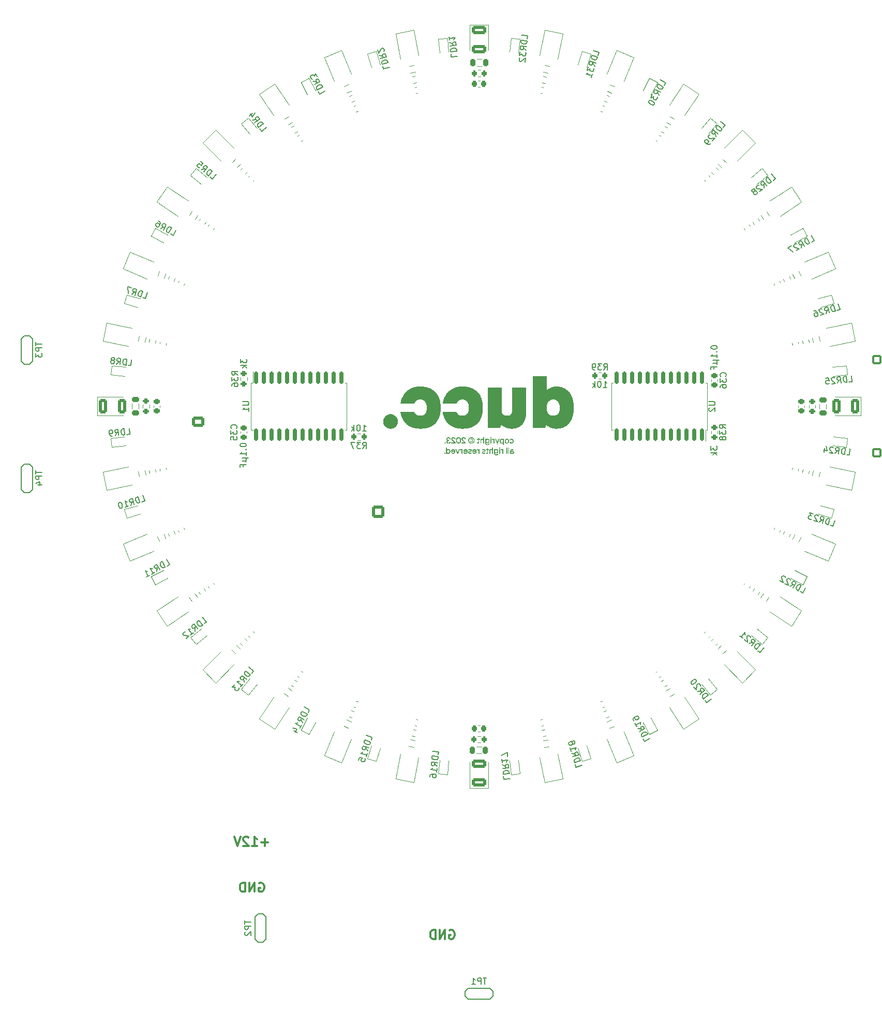
<source format=gbo>
G04 #@! TF.GenerationSoftware,KiCad,Pcbnew,7.0.9*
G04 #@! TF.CreationDate,2024-02-22T22:24:09+08:00*
G04 #@! TF.ProjectId,layer1,6c617965-7231-42e6-9b69-6361645f7063,1.1*
G04 #@! TF.SameCoordinates,Original*
G04 #@! TF.FileFunction,Legend,Bot*
G04 #@! TF.FilePolarity,Positive*
%FSLAX46Y46*%
G04 Gerber Fmt 4.6, Leading zero omitted, Abs format (unit mm)*
G04 Created by KiCad (PCBNEW 7.0.9) date 2024-02-22 22:24:09*
%MOMM*%
%LPD*%
G01*
G04 APERTURE LIST*
G04 Aperture macros list*
%AMRoundRect*
0 Rectangle with rounded corners*
0 $1 Rounding radius*
0 $2 $3 $4 $5 $6 $7 $8 $9 X,Y pos of 4 corners*
0 Add a 4 corners polygon primitive as box body*
4,1,4,$2,$3,$4,$5,$6,$7,$8,$9,$2,$3,0*
0 Add four circle primitives for the rounded corners*
1,1,$1+$1,$2,$3*
1,1,$1+$1,$4,$5*
1,1,$1+$1,$6,$7*
1,1,$1+$1,$8,$9*
0 Add four rect primitives between the rounded corners*
20,1,$1+$1,$2,$3,$4,$5,0*
20,1,$1+$1,$4,$5,$6,$7,0*
20,1,$1+$1,$6,$7,$8,$9,0*
20,1,$1+$1,$8,$9,$2,$3,0*%
G04 Aperture macros list end*
%ADD10C,0.300000*%
%ADD11C,0.250000*%
%ADD12C,0.150000*%
%ADD13C,0.120000*%
%ADD14C,6.400000*%
%ADD15R,1.700000X1.700000*%
%ADD16O,1.700000X1.700000*%
%ADD17R,1.905000X2.000000*%
%ADD18O,1.905000X2.000000*%
%ADD19R,3.000000X3.000000*%
%ADD20C,3.000000*%
%ADD21R,2.200000X2.200000*%
%ADD22O,2.200000X2.200000*%
%ADD23RoundRect,0.150000X0.600000X-0.600000X0.600000X0.600000X-0.600000X0.600000X-0.600000X-0.600000X0*%
%ADD24RoundRect,0.150000X-0.600000X0.600000X-0.600000X-0.600000X0.600000X-0.600000X0.600000X0.600000X0*%
%ADD25R,2.400000X2.400000*%
%ADD26C,2.400000*%
%ADD27RoundRect,0.250000X0.725000X-0.600000X0.725000X0.600000X-0.725000X0.600000X-0.725000X-0.600000X0*%
%ADD28O,1.950000X1.700000*%
%ADD29RoundRect,0.250001X-0.799999X-0.799999X0.799999X-0.799999X0.799999X0.799999X-0.799999X0.799999X0*%
%ADD30O,2.400000X2.400000*%
%ADD31C,2.082800*%
%ADD32RoundRect,0.225000X-0.335876X-0.017678X-0.017678X-0.335876X0.335876X0.017678X0.017678X0.335876X0*%
%ADD33RoundRect,0.200000X-0.275000X0.200000X-0.275000X-0.200000X0.275000X-0.200000X0.275000X0.200000X0*%
%ADD34RoundRect,0.225000X-0.250000X0.225000X-0.250000X-0.225000X0.250000X-0.225000X0.250000X0.225000X0*%
%ADD35RoundRect,0.200000X-0.230698X0.249807X-0.308734X-0.142507X0.230698X-0.249807X0.308734X0.142507X0*%
%ADD36RoundRect,0.200000X-0.290014X-0.177530X0.079538X-0.330604X0.290014X0.177530X-0.079538X0.330604X0*%
%ADD37RoundRect,0.200000X-0.177530X0.290014X-0.330604X-0.079538X0.177530X-0.290014X0.330604X0.079538X0*%
%ADD38RoundRect,0.218750X0.435941X-0.056201X0.268517X0.347997X-0.435941X0.056201X-0.268517X-0.347997X0*%
%ADD39RoundRect,0.218750X0.329110X-0.072125X0.122874X0.313716X-0.329110X0.072125X-0.122874X-0.313716X0*%
%ADD40RoundRect,0.250000X0.224115X0.987701X-0.585032X0.826752X-0.224115X-0.987701X0.585032X-0.826752X0*%
%ADD41RoundRect,0.200000X0.200000X0.275000X-0.200000X0.275000X-0.200000X-0.275000X0.200000X-0.275000X0*%
%ADD42RoundRect,0.200000X-0.079538X-0.330604X0.290014X-0.177530X0.079538X0.330604X-0.290014X0.177530X0*%
%ADD43RoundRect,0.218750X-0.308716X0.134945X-0.181716X-0.283716X0.308716X-0.134945X0.181716X0.283716X0*%
%ADD44RoundRect,0.225000X0.017678X-0.335876X0.335876X-0.017678X-0.017678X0.335876X-0.335876X0.017678X0*%
%ADD45RoundRect,0.218750X0.347997X0.268517X-0.056201X0.435941X-0.347997X-0.268517X0.056201X-0.435941X0*%
%ADD46RoundRect,0.225000X-0.303544X-0.144866X0.112202X-0.317074X0.303544X0.144866X-0.112202X0.317074X0*%
%ADD47RoundRect,0.218750X0.438529X0.029927X0.195467X0.393695X-0.438529X-0.029927X-0.195467X-0.393695X0*%
%ADD48RoundRect,0.218750X-0.424264X-0.114905X-0.114905X-0.424264X0.424264X0.114905X0.114905X0.424264X0*%
%ADD49RoundRect,0.250000X-0.998282X-0.170921X-0.539937X-0.856884X0.998282X0.170921X0.539937X0.856884X0*%
%ADD50RoundRect,0.218750X-0.283716X-0.181716X0.134945X-0.308716X0.283716X0.181716X-0.134945X0.308716X0*%
%ADD51RoundRect,0.250000X0.170921X-0.998282X0.856884X-0.539937X-0.170921X0.998282X-0.856884X0.539937X0*%
%ADD52RoundRect,0.200000X0.142507X0.308734X-0.249807X0.230698X-0.142507X-0.308734X0.249807X-0.230698X0*%
%ADD53RoundRect,0.250000X-0.027118X-1.012445X0.735082X-0.696732X0.027118X1.012445X-0.735082X0.696732X0*%
%ADD54RoundRect,0.250000X0.362392X-0.945755X0.945755X-0.362392X-0.362392X0.945755X-0.945755X0.362392X0*%
%ADD55RoundRect,0.200000X-0.013512X-0.339768X0.319076X-0.117540X0.013512X0.339768X-0.319076X0.117540X0*%
%ADD56RoundRect,0.218750X0.381250X-0.218750X0.381250X0.218750X-0.381250X0.218750X-0.381250X-0.218750X0*%
%ADD57RoundRect,0.225000X0.144866X-0.303544X0.317074X0.112202X-0.144866X0.303544X-0.317074X-0.112202X0*%
%ADD58RoundRect,0.200000X0.330604X-0.079538X0.177530X0.290014X-0.330604X0.079538X-0.177530X-0.290014X0*%
%ADD59RoundRect,0.200000X0.013512X0.339768X-0.319076X0.117540X-0.013512X-0.339768X0.319076X-0.117540X0*%
%ADD60RoundRect,0.225000X-0.171904X-0.289092X0.269449X-0.201301X0.171904X0.289092X-0.269449X0.201301X0*%
%ADD61RoundRect,0.218750X0.416600X-0.140169X0.331248X0.288925X-0.416600X0.140169X-0.331248X-0.288925X0*%
%ADD62RoundRect,0.250000X0.539937X-0.856884X0.998282X-0.170921X-0.539937X0.856884X-0.998282X0.170921X0*%
%ADD63RoundRect,0.225000X-0.317074X0.112202X-0.144866X-0.303544X0.317074X-0.112202X0.144866X0.303544X0*%
%ADD64RoundRect,0.218750X0.283716X0.181716X-0.134945X0.308716X-0.283716X-0.181716X0.134945X-0.308716X0*%
%ADD65RoundRect,0.218750X0.059310X-0.331659X0.336857X0.006533X-0.059310X0.331659X-0.336857X-0.006533X0*%
%ADD66RoundRect,0.200000X-0.200000X-0.275000X0.200000X-0.275000X0.200000X0.275000X-0.200000X0.275000X0*%
%ADD67RoundRect,0.225000X-0.201301X0.269449X-0.289092X-0.171904X0.201301X-0.269449X0.289092X0.171904X0*%
%ADD68RoundRect,0.200000X0.079538X0.330604X-0.290014X0.177530X-0.079538X-0.330604X0.290014X-0.177530X0*%
%ADD69RoundRect,0.225000X0.335876X0.017678X0.017678X0.335876X-0.335876X-0.017678X-0.017678X-0.335876X0*%
%ADD70RoundRect,0.250000X0.735082X0.696732X-0.027118X1.012445X-0.735082X-0.696732X0.027118X-1.012445X0*%
%ADD71RoundRect,0.225000X-0.269449X-0.201301X0.171904X-0.289092X0.269449X0.201301X-0.171904X0.289092X0*%
%ADD72RoundRect,0.250000X-0.224115X-0.987701X0.585032X-0.826752X0.224115X0.987701X-0.585032X0.826752X0*%
%ADD73RoundRect,0.218750X-0.114905X0.424264X-0.424264X0.114905X0.114905X-0.424264X0.424264X-0.114905X0*%
%ADD74RoundRect,0.218750X0.424264X0.114905X0.114905X0.424264X-0.424264X-0.114905X-0.114905X-0.424264X0*%
%ADD75RoundRect,0.225000X0.303544X0.144866X-0.112202X0.317074X-0.303544X-0.144866X0.112202X-0.317074X0*%
%ADD76RoundRect,0.225000X0.201301X-0.269449X0.289092X0.171904X-0.201301X0.269449X-0.289092X-0.171904X0*%
%ADD77RoundRect,0.225000X-0.225000X-0.250000X0.225000X-0.250000X0.225000X0.250000X-0.225000X0.250000X0*%
%ADD78RoundRect,0.218750X0.006533X0.336857X-0.331659X0.059310X-0.006533X-0.336857X0.331659X-0.059310X0*%
%ADD79RoundRect,0.200000X0.249807X0.230698X-0.142507X0.308734X-0.249807X-0.230698X0.142507X-0.308734X0*%
%ADD80RoundRect,0.250000X0.987701X-0.224115X0.826752X0.585032X-0.987701X0.224115X-0.826752X-0.585032X0*%
%ADD81RoundRect,0.200000X0.117540X-0.319076X0.339768X0.013512X-0.117540X0.319076X-0.339768X-0.013512X0*%
%ADD82RoundRect,0.200000X-0.249807X-0.230698X0.142507X-0.308734X0.249807X0.230698X-0.142507X0.308734X0*%
%ADD83C,1.400000*%
%ADD84RoundRect,0.218750X-0.242814X-0.233575X0.192580X-0.276457X0.242814X0.233575X-0.192580X0.276457X0*%
%ADD85RoundRect,0.218750X-0.331659X-0.059310X0.006533X-0.336857X0.331659X0.059310X-0.006533X0.336857X0*%
%ADD86RoundRect,0.218750X-0.122874X0.313716X-0.329110X-0.072125X0.122874X-0.313716X0.329110X0.072125X0*%
%ADD87RoundRect,0.225000X0.332871X-0.048188X0.082864X0.325973X-0.332871X0.048188X-0.082864X-0.325973X0*%
%ADD88RoundRect,0.218750X0.336857X-0.006533X0.059310X0.331659X-0.336857X0.006533X-0.059310X-0.331659X0*%
%ADD89RoundRect,0.218750X0.122874X-0.313716X0.329110X0.072125X-0.122874X0.313716X-0.329110X-0.072125X0*%
%ADD90RoundRect,0.250000X-0.170921X0.998282X-0.856884X0.539937X0.170921X-0.998282X0.856884X-0.539937X0*%
%ADD91RoundRect,0.218750X-0.056201X-0.435941X0.347997X-0.268517X0.056201X0.435941X-0.347997X0.268517X0*%
%ADD92RoundRect,0.225000X0.250000X-0.225000X0.250000X0.225000X-0.250000X0.225000X-0.250000X-0.225000X0*%
%ADD93RoundRect,0.218750X-0.072125X-0.329110X0.313716X-0.122874X0.072125X0.329110X-0.313716X0.122874X0*%
%ADD94RoundRect,0.225000X-0.017678X0.335876X-0.335876X0.017678X0.017678X-0.335876X0.335876X-0.017678X0*%
%ADD95RoundRect,0.200000X-0.319076X-0.117540X0.013512X-0.339768X0.319076X0.117540X-0.013512X0.339768X0*%
%ADD96RoundRect,0.218750X-0.192580X-0.276457X0.242814X-0.233575X0.192580X0.276457X-0.242814X0.233575X0*%
%ADD97RoundRect,0.218750X0.331248X-0.288925X0.416600X0.140169X-0.331248X0.288925X-0.416600X-0.140169X0*%
%ADD98RoundRect,0.200000X-0.335876X-0.053033X-0.053033X-0.335876X0.335876X0.053033X0.053033X0.335876X0*%
%ADD99RoundRect,0.218750X-0.435941X0.056201X-0.268517X-0.347997X0.435941X-0.056201X0.268517X0.347997X0*%
%ADD100RoundRect,0.200000X-0.330604X0.079538X-0.177530X-0.290014X0.330604X-0.079538X0.177530X0.290014X0*%
%ADD101RoundRect,0.250000X0.925000X-0.412500X0.925000X0.412500X-0.925000X0.412500X-0.925000X-0.412500X0*%
%ADD102RoundRect,0.200000X-0.053033X0.335876X-0.335876X0.053033X0.053033X-0.335876X0.335876X-0.053033X0*%
%ADD103RoundRect,0.200000X0.319076X0.117540X-0.013512X0.339768X-0.319076X-0.117540X0.013512X-0.339768X0*%
%ADD104RoundRect,0.218750X-0.195467X0.393695X-0.438529X0.029927X0.195467X-0.393695X0.438529X-0.029927X0*%
%ADD105RoundRect,0.200000X0.053033X-0.335876X0.335876X-0.053033X-0.053033X0.335876X-0.335876X0.053033X0*%
%ADD106RoundRect,0.225000X-0.112202X-0.317074X0.303544X-0.144866X0.112202X0.317074X-0.303544X0.144866X0*%
%ADD107RoundRect,0.218750X-0.313716X-0.122874X0.072125X-0.329110X0.313716X0.122874X-0.072125X0.329110X0*%
%ADD108RoundRect,0.225000X0.225000X0.250000X-0.225000X0.250000X-0.225000X-0.250000X0.225000X-0.250000X0*%
%ADD109RoundRect,0.218750X-0.288925X-0.331248X0.140169X-0.416600X0.288925X0.331248X-0.140169X0.416600X0*%
%ADD110RoundRect,0.218750X-0.347997X-0.268517X0.056201X-0.435941X0.347997X0.268517X-0.056201X0.435941X0*%
%ADD111RoundRect,0.218750X-0.059310X0.331659X-0.336857X-0.006533X0.059310X-0.331659X0.336857X0.006533X0*%
%ADD112RoundRect,0.225000X0.082864X-0.325973X0.332871X0.048188X-0.082864X0.325973X-0.332871X-0.048188X0*%
%ADD113RoundRect,0.218750X0.268517X-0.347997X0.435941X0.056201X-0.268517X0.347997X-0.435941X-0.056201X0*%
%ADD114RoundRect,0.218750X0.331659X0.059310X-0.006533X0.336857X-0.331659X-0.059310X0.006533X-0.336857X0*%
%ADD115RoundRect,0.200000X0.339768X-0.013512X0.117540X0.319076X-0.339768X0.013512X-0.117540X-0.319076X0*%
%ADD116RoundRect,0.250000X-0.987701X0.224115X-0.826752X-0.585032X0.987701X-0.224115X0.826752X0.585032X0*%
%ADD117RoundRect,0.225000X0.289092X-0.171904X0.201301X0.269449X-0.289092X0.171904X-0.201301X-0.269449X0*%
%ADD118RoundRect,0.218750X-0.331248X0.288925X-0.416600X-0.140169X0.331248X-0.288925X0.416600X0.140169X0*%
%ADD119RoundRect,0.250000X-0.585032X-0.826752X0.224115X-0.987701X0.585032X0.826752X-0.224115X0.987701X0*%
%ADD120RoundRect,0.250000X-0.925000X0.412500X-0.925000X-0.412500X0.925000X-0.412500X0.925000X0.412500X0*%
%ADD121RoundRect,0.250000X0.412500X0.925000X-0.412500X0.925000X-0.412500X-0.925000X0.412500X-0.925000X0*%
%ADD122RoundRect,0.218750X-0.029927X0.438529X-0.393695X0.195467X0.029927X-0.438529X0.393695X-0.195467X0*%
%ADD123RoundRect,0.200000X-0.339768X0.013512X-0.117540X-0.319076X0.339768X-0.013512X0.117540X0.319076X0*%
%ADD124RoundRect,0.200000X0.230698X-0.249807X0.308734X0.142507X-0.230698X0.249807X-0.308734X-0.142507X0*%
%ADD125RoundRect,0.225000X0.112202X0.317074X-0.303544X0.144866X-0.112202X-0.317074X0.303544X-0.144866X0*%
%ADD126RoundRect,0.250000X0.585032X0.826752X-0.224115X0.987701X-0.585032X-0.826752X0.224115X-0.987701X0*%
%ADD127RoundRect,0.250000X1.012445X-0.027118X0.696732X0.735082X-1.012445X0.027118X-0.696732X-0.735082X0*%
%ADD128RoundRect,0.218750X0.393695X0.195467X0.029927X0.438529X-0.393695X-0.195467X-0.029927X-0.438529X0*%
%ADD129RoundRect,0.250000X-0.945755X-0.362392X-0.362392X-0.945755X0.945755X0.362392X0.362392X0.945755X0*%
%ADD130RoundRect,0.250000X0.856884X0.539937X0.170921X0.998282X-0.856884X-0.539937X-0.170921X-0.998282X0*%
%ADD131RoundRect,0.200000X0.290014X0.177530X-0.079538X0.330604X-0.290014X-0.177530X0.079538X-0.330604X0*%
%ADD132RoundRect,0.225000X-0.289092X0.171904X-0.201301X-0.269449X0.289092X-0.171904X0.201301X0.269449X0*%
%ADD133RoundRect,0.218750X-0.181716X0.283716X-0.308716X-0.134945X0.181716X-0.283716X0.308716X0.134945X0*%
%ADD134RoundRect,0.200000X-0.142507X-0.308734X0.249807X-0.230698X0.142507X0.308734X-0.249807X0.230698X0*%
%ADD135RoundRect,0.200000X0.335876X0.053033X0.053033X0.335876X-0.335876X-0.053033X-0.053033X-0.335876X0*%
%ADD136RoundRect,0.225000X0.325973X0.082864X-0.048188X0.332871X-0.325973X-0.082864X0.048188X-0.332871X0*%
%ADD137RoundRect,0.218750X0.313716X0.122874X-0.072125X0.329110X-0.313716X-0.122874X0.072125X-0.329110X0*%
%ADD138RoundRect,0.200000X-0.308734X0.142507X-0.230698X-0.249807X0.308734X-0.142507X0.230698X0.249807X0*%
%ADD139RoundRect,0.218750X0.192580X0.276457X-0.242814X0.233575X-0.192580X-0.276457X0.242814X-0.233575X0*%
%ADD140RoundRect,0.218750X0.056201X0.435941X-0.347997X0.268517X-0.056201X-0.435941X0.347997X-0.268517X0*%
%ADD141RoundRect,0.250000X0.826752X-0.585032X0.987701X0.224115X-0.826752X0.585032X-0.987701X-0.224115X0*%
%ADD142RoundRect,0.218750X0.181716X-0.283716X0.308716X0.134945X-0.181716X0.283716X-0.308716X-0.134945X0*%
%ADD143RoundRect,0.250000X-0.856884X-0.539937X-0.170921X-0.998282X0.856884X0.539937X0.170921X0.998282X0*%
%ADD144RoundRect,0.225000X-0.048188X-0.332871X0.325973X-0.082864X0.048188X0.332871X-0.325973X0.082864X0*%
%ADD145RoundRect,0.225000X0.269449X0.201301X-0.171904X0.289092X-0.269449X-0.201301X0.171904X-0.289092X0*%
%ADD146RoundRect,0.218750X-0.329110X0.072125X-0.122874X-0.313716X0.329110X-0.072125X0.122874X0.313716X0*%
%ADD147RoundRect,0.218750X-0.381250X0.218750X-0.381250X-0.218750X0.381250X-0.218750X0.381250X0.218750X0*%
%ADD148RoundRect,0.218750X-0.134945X-0.308716X0.283716X-0.181716X0.134945X0.308716X-0.283716X0.181716X0*%
%ADD149RoundRect,0.218750X-0.006533X-0.336857X0.331659X-0.059310X0.006533X0.336857X-0.331659X0.059310X0*%
%ADD150RoundRect,0.250000X-0.362392X0.945755X-0.945755X0.362392X0.362392X-0.945755X0.945755X-0.362392X0*%
%ADD151RoundRect,0.218750X0.308716X-0.134945X0.181716X0.283716X-0.308716X0.134945X-0.181716X-0.283716X0*%
%ADD152RoundRect,0.250000X0.998282X0.170921X0.539937X0.856884X-0.998282X-0.170921X-0.539937X-0.856884X0*%
%ADD153RoundRect,0.218750X-0.140169X-0.416600X0.288925X-0.331248X0.140169X0.416600X-0.288925X0.331248X0*%
%ADD154RoundRect,0.218750X0.218750X0.381250X-0.218750X0.381250X-0.218750X-0.381250X0.218750X-0.381250X0*%
%ADD155RoundRect,0.218750X0.140169X0.416600X-0.288925X0.331248X-0.140169X-0.416600X0.288925X-0.331248X0*%
%ADD156RoundRect,0.218750X0.072125X0.329110X-0.313716X0.122874X-0.072125X-0.329110X0.313716X-0.122874X0*%
%ADD157RoundRect,0.200000X-0.117540X0.319076X-0.339768X-0.013512X0.117540X-0.319076X0.339768X0.013512X0*%
%ADD158RoundRect,0.250000X-0.539937X0.856884X-0.998282X0.170921X0.539937X-0.856884X0.998282X-0.170921X0*%
%ADD159RoundRect,0.200000X0.308734X-0.142507X0.230698X0.249807X-0.308734X0.142507X-0.230698X-0.249807X0*%
%ADD160RoundRect,0.218750X-0.233575X0.242814X-0.276457X-0.192580X0.233575X-0.242814X0.276457X0.192580X0*%
%ADD161RoundRect,0.250000X-0.696732X0.735082X-1.012445X-0.027118X0.696732X-0.735082X1.012445X0.027118X0*%
%ADD162RoundRect,0.250000X0.945755X0.362392X0.362392X0.945755X-0.945755X-0.362392X-0.362392X-0.945755X0*%
%ADD163RoundRect,0.150000X-0.150000X0.875000X-0.150000X-0.875000X0.150000X-0.875000X0.150000X0.875000X0*%
%ADD164RoundRect,0.225000X-0.332871X0.048188X-0.082864X-0.325973X0.332871X-0.048188X0.082864X0.325973X0*%
%ADD165RoundRect,0.225000X-0.144866X0.303544X-0.317074X-0.112202X0.144866X-0.303544X0.317074X0.112202X0*%
%ADD166RoundRect,0.150000X0.150000X-0.875000X0.150000X0.875000X-0.150000X0.875000X-0.150000X-0.875000X0*%
%ADD167RoundRect,0.218750X0.114905X-0.424264X0.424264X-0.114905X-0.114905X0.424264X-0.424264X0.114905X0*%
%ADD168RoundRect,0.218750X-0.393695X-0.195467X-0.029927X-0.438529X0.393695X0.195467X0.029927X0.438529X0*%
%ADD169RoundRect,0.200000X0.177530X-0.290014X0.330604X0.079538X-0.177530X0.290014X-0.330604X-0.079538X0*%
%ADD170RoundRect,0.225000X0.171904X0.289092X-0.269449X0.201301X-0.171904X-0.289092X0.269449X-0.201301X0*%
%ADD171RoundRect,0.250000X0.696732X-0.735082X1.012445X0.027118X-0.696732X0.735082X-1.012445X-0.027118X0*%
%ADD172RoundRect,0.218750X0.242814X0.233575X-0.192580X0.276457X-0.242814X-0.233575X0.192580X-0.276457X0*%
%ADD173RoundRect,0.250000X0.027118X1.012445X-0.735082X0.696732X-0.027118X-1.012445X0.735082X-0.696732X0*%
%ADD174RoundRect,0.218750X0.029927X-0.438529X0.393695X-0.195467X-0.029927X0.438529X-0.393695X0.195467X0*%
%ADD175RoundRect,0.218750X-0.438529X-0.029927X-0.195467X-0.393695X0.438529X0.029927X0.195467X0.393695X0*%
%ADD176RoundRect,0.218750X0.288925X0.331248X-0.140169X0.416600X-0.288925X-0.331248X0.140169X-0.416600X0*%
%ADD177RoundRect,0.218750X-0.276457X0.192580X-0.233575X-0.242814X0.276457X-0.192580X0.233575X0.242814X0*%
%ADD178RoundRect,0.250000X-1.012445X0.027118X-0.696732X-0.735082X1.012445X-0.027118X0.696732X0.735082X0*%
%ADD179RoundRect,0.218750X-0.268517X0.347997X-0.435941X-0.056201X0.268517X-0.347997X0.435941X0.056201X0*%
%ADD180RoundRect,0.218750X0.195467X-0.393695X0.438529X-0.029927X-0.195467X0.393695X-0.438529X0.029927X0*%
%ADD181RoundRect,0.200000X0.275000X-0.200000X0.275000X0.200000X-0.275000X0.200000X-0.275000X-0.200000X0*%
%ADD182RoundRect,0.225000X0.317074X-0.112202X0.144866X0.303544X-0.317074X0.112202X-0.144866X-0.303544X0*%
%ADD183RoundRect,0.218750X0.276457X-0.192580X0.233575X0.242814X-0.276457X0.192580X-0.233575X-0.242814X0*%
%ADD184RoundRect,0.250000X-0.735082X-0.696732X0.027118X-1.012445X0.735082X0.696732X-0.027118X1.012445X0*%
%ADD185RoundRect,0.218750X-0.218750X-0.381250X0.218750X-0.381250X0.218750X0.381250X-0.218750X0.381250X0*%
%ADD186RoundRect,0.225000X-0.325973X-0.082864X0.048188X-0.332871X0.325973X0.082864X-0.048188X0.332871X0*%
%ADD187RoundRect,0.218750X-0.336857X0.006533X-0.059310X-0.331659X0.336857X-0.006533X0.059310X0.331659X0*%
%ADD188RoundRect,0.225000X-0.082864X0.325973X-0.332871X-0.048188X0.082864X-0.325973X0.332871X0.048188X0*%
%ADD189RoundRect,0.218750X-0.416600X0.140169X-0.331248X-0.288925X0.416600X-0.140169X0.331248X0.288925X0*%
%ADD190RoundRect,0.218750X0.233575X-0.242814X0.276457X0.192580X-0.233575X0.242814X-0.276457X-0.192580X0*%
%ADD191RoundRect,0.218750X0.134945X0.308716X-0.283716X0.181716X-0.134945X-0.308716X0.283716X-0.181716X0*%
%ADD192RoundRect,0.250000X-0.826752X0.585032X-0.987701X-0.224115X0.826752X-0.585032X0.987701X0.224115X0*%
%ADD193RoundRect,0.225000X0.048188X0.332871X-0.325973X0.082864X-0.048188X-0.332871X0.325973X-0.082864X0*%
%ADD194RoundRect,0.250000X-0.412500X-0.925000X0.412500X-0.925000X0.412500X0.925000X-0.412500X0.925000X0*%
G04 APERTURE END LIST*
D10*
G36*
X136063444Y-122377191D02*
G01*
X136066638Y-122373672D01*
X136135537Y-122304773D01*
X136210016Y-122239117D01*
X136290074Y-122176706D01*
X136375712Y-122117538D01*
X136466929Y-122061614D01*
X136563726Y-122008934D01*
X136639984Y-121971552D01*
X136719382Y-121935996D01*
X136773254Y-121913621D01*
X136854640Y-121882766D01*
X136936720Y-121855159D01*
X137019493Y-121830800D01*
X137102959Y-121809688D01*
X137187119Y-121791825D01*
X137271972Y-121777209D01*
X137357518Y-121765842D01*
X137443758Y-121757722D01*
X137530691Y-121752850D01*
X137618317Y-121751226D01*
X137781491Y-121754713D01*
X137940399Y-121765175D01*
X138095042Y-121782610D01*
X138245419Y-121807020D01*
X138391530Y-121838404D01*
X138533375Y-121876763D01*
X138670955Y-121922096D01*
X138804269Y-121974403D01*
X138933318Y-122033684D01*
X139058100Y-122099940D01*
X139178618Y-122173170D01*
X139294869Y-122253374D01*
X139406855Y-122340552D01*
X139514575Y-122434705D01*
X139618030Y-122535832D01*
X139717218Y-122643934D01*
X139764988Y-122700360D01*
X139855978Y-122817788D01*
X139940902Y-122941314D01*
X140019760Y-123070938D01*
X140092552Y-123206660D01*
X140159278Y-123348482D01*
X140219938Y-123496401D01*
X140274532Y-123650419D01*
X140299554Y-123729715D01*
X140323060Y-123810536D01*
X140345049Y-123892881D01*
X140365522Y-123976751D01*
X140384478Y-124062145D01*
X140401918Y-124149064D01*
X140417841Y-124237507D01*
X140432248Y-124327476D01*
X140445138Y-124418968D01*
X140456512Y-124511986D01*
X140466369Y-124606528D01*
X140474710Y-124702594D01*
X140481534Y-124800186D01*
X140486842Y-124899302D01*
X140490633Y-124999942D01*
X140492908Y-125102107D01*
X140493666Y-125205797D01*
X140492908Y-125309488D01*
X140490633Y-125411660D01*
X140486842Y-125512310D01*
X140481534Y-125611440D01*
X140474710Y-125709050D01*
X140466369Y-125805139D01*
X140456512Y-125899707D01*
X140445138Y-125992755D01*
X140432248Y-126084282D01*
X140417841Y-126174289D01*
X140401918Y-126262775D01*
X140384478Y-126349741D01*
X140365522Y-126435186D01*
X140345049Y-126519110D01*
X140323060Y-126601514D01*
X140299554Y-126682397D01*
X140247993Y-126839603D01*
X140190366Y-126990725D01*
X140126673Y-127135766D01*
X140056914Y-127274725D01*
X139981089Y-127407601D01*
X139899198Y-127534395D01*
X139811241Y-127655107D01*
X139717218Y-127769736D01*
X139618030Y-127877586D01*
X139514575Y-127978478D01*
X139406855Y-128072412D01*
X139294869Y-128159387D01*
X139178618Y-128239405D01*
X139058100Y-128312465D01*
X138933318Y-128378566D01*
X138804269Y-128437710D01*
X138670955Y-128489895D01*
X138533375Y-128535123D01*
X138391530Y-128573392D01*
X138245419Y-128604703D01*
X138095042Y-128629056D01*
X137940399Y-128646451D01*
X137781491Y-128656889D01*
X137618317Y-128660368D01*
X137485855Y-128657513D01*
X137357317Y-128648949D01*
X137232705Y-128634676D01*
X137112017Y-128614694D01*
X136995255Y-128589003D01*
X136882418Y-128557602D01*
X136773505Y-128520493D01*
X136668518Y-128477674D01*
X136567456Y-128429146D01*
X136470319Y-128374909D01*
X136377107Y-128314962D01*
X136287820Y-128249307D01*
X136202458Y-128177942D01*
X136121021Y-128100868D01*
X136043509Y-128018085D01*
X135986725Y-127949799D01*
X135814218Y-128527500D01*
X133783827Y-128527500D01*
X133783827Y-125205797D01*
X136069574Y-125205797D01*
X136070725Y-125285814D01*
X136076771Y-125401310D01*
X136087999Y-125511367D01*
X136104408Y-125615988D01*
X136126000Y-125715170D01*
X136152774Y-125808916D01*
X136184730Y-125897223D01*
X136221868Y-125980094D01*
X136264188Y-126057526D01*
X136311691Y-126129522D01*
X136364375Y-126196079D01*
X136420921Y-126256555D01*
X136501482Y-126327936D01*
X136587947Y-126388742D01*
X136680316Y-126438973D01*
X136778588Y-126478629D01*
X136882764Y-126507710D01*
X136964771Y-126522581D01*
X137050098Y-126531504D01*
X137138747Y-126534478D01*
X137198466Y-126533156D01*
X137285247Y-126526216D01*
X137368671Y-126513328D01*
X137474680Y-126486891D01*
X137574720Y-126449878D01*
X137668792Y-126402291D01*
X137756895Y-126344129D01*
X137839029Y-126275392D01*
X137915195Y-126196079D01*
X137950642Y-126152312D01*
X137999525Y-126082129D01*
X138043262Y-126006509D01*
X138081854Y-125925451D01*
X138115300Y-125838956D01*
X138143600Y-125747023D01*
X138166755Y-125649653D01*
X138184765Y-125546845D01*
X138197629Y-125438600D01*
X138205347Y-125324917D01*
X138207920Y-125205797D01*
X138206776Y-125125787D01*
X138200773Y-125010335D01*
X138189624Y-124900356D01*
X138173330Y-124795851D01*
X138151890Y-124696820D01*
X138125305Y-124603264D01*
X138093574Y-124515181D01*
X138056697Y-124432572D01*
X138014675Y-124355438D01*
X137967508Y-124283777D01*
X137915195Y-124217590D01*
X137858630Y-124156744D01*
X137777988Y-124084925D01*
X137691377Y-124023746D01*
X137598798Y-123973207D01*
X137500249Y-123933307D01*
X137395733Y-123904048D01*
X137313428Y-123889085D01*
X137227766Y-123880108D01*
X137138747Y-123877116D01*
X137050098Y-123880108D01*
X136964771Y-123889085D01*
X136882764Y-123904048D01*
X136778588Y-123933307D01*
X136680316Y-123973207D01*
X136587947Y-124023746D01*
X136501482Y-124084925D01*
X136420921Y-124156744D01*
X136364375Y-124217590D01*
X136328676Y-124261106D01*
X136279447Y-124330943D01*
X136235399Y-124406253D01*
X136196534Y-124487037D01*
X136162850Y-124573295D01*
X136134349Y-124665027D01*
X136111030Y-124762233D01*
X136092893Y-124864913D01*
X136079938Y-124973067D01*
X136072165Y-125086695D01*
X136069574Y-125205797D01*
X133783827Y-125205797D01*
X133783827Y-120023941D01*
X136069574Y-120023941D01*
X136063444Y-122377191D01*
G37*
G36*
X130360397Y-128660368D02*
G01*
X130468210Y-128658014D01*
X130575221Y-128650952D01*
X130681429Y-128639183D01*
X130786834Y-128622707D01*
X130891436Y-128601522D01*
X130995235Y-128575630D01*
X131098231Y-128545030D01*
X131200425Y-128509723D01*
X131301815Y-128469708D01*
X131402403Y-128424986D01*
X131469015Y-128392555D01*
X131566708Y-128339403D01*
X131661262Y-128280375D01*
X131752678Y-128215472D01*
X131840955Y-128144693D01*
X131926094Y-128068039D01*
X132008095Y-127985509D01*
X132086957Y-127897104D01*
X132162680Y-127802823D01*
X132235265Y-127702667D01*
X132281912Y-127632633D01*
X132327164Y-127559987D01*
X132349267Y-127522684D01*
X132391501Y-127446170D01*
X132431012Y-127367142D01*
X132467797Y-127285600D01*
X132501857Y-127201543D01*
X132533193Y-127114973D01*
X132561804Y-127025889D01*
X132587690Y-126934291D01*
X132610851Y-126840178D01*
X132631287Y-126743552D01*
X132648998Y-126644412D01*
X132663985Y-126542758D01*
X132676247Y-126438590D01*
X132685784Y-126331908D01*
X132692596Y-126222711D01*
X132696683Y-126111001D01*
X132698045Y-125996777D01*
X132698045Y-121884094D01*
X130412299Y-121884094D01*
X130412299Y-125587793D01*
X130410255Y-125672293D01*
X130401172Y-125778999D01*
X130384823Y-125878894D01*
X130361208Y-125971976D01*
X130330327Y-126058246D01*
X130292179Y-126137704D01*
X130246765Y-126210350D01*
X130194085Y-126276184D01*
X130179779Y-126291578D01*
X130119022Y-126348508D01*
X130035686Y-126408996D01*
X129944138Y-126457623D01*
X129864988Y-126487985D01*
X129780583Y-126510757D01*
X129690923Y-126525938D01*
X129596008Y-126533529D01*
X129546580Y-126534478D01*
X129449135Y-126530683D01*
X129357139Y-126519297D01*
X129270593Y-126500320D01*
X129189497Y-126473753D01*
X129095790Y-126429870D01*
X129010598Y-126374126D01*
X128933922Y-126306522D01*
X128919608Y-126291578D01*
X128866085Y-126227447D01*
X128819698Y-126156504D01*
X128780447Y-126078749D01*
X128748333Y-125994182D01*
X128723356Y-125902803D01*
X128705514Y-125804612D01*
X128694810Y-125699608D01*
X128691464Y-125616385D01*
X128691241Y-125587793D01*
X128691241Y-121884094D01*
X126407571Y-121884094D01*
X126407571Y-128527500D01*
X128435886Y-128527500D01*
X128616503Y-127929593D01*
X128595742Y-127929593D01*
X128682678Y-128018085D01*
X128772727Y-128100868D01*
X128865890Y-128177942D01*
X128962168Y-128249307D01*
X129061559Y-128314962D01*
X129164065Y-128374909D01*
X129269685Y-128429146D01*
X129378419Y-128477674D01*
X129490267Y-128520493D01*
X129605229Y-128557602D01*
X129723305Y-128589003D01*
X129844495Y-128614694D01*
X129968799Y-128634676D01*
X130096218Y-128648949D01*
X130226750Y-128657513D01*
X130360397Y-128660368D01*
G37*
G36*
X122265823Y-128660368D02*
G01*
X122365664Y-128659492D01*
X122464071Y-128656864D01*
X122561041Y-128652485D01*
X122656577Y-128646354D01*
X122750677Y-128638472D01*
X122843342Y-128628837D01*
X122934571Y-128617451D01*
X123024365Y-128604314D01*
X123112723Y-128589425D01*
X123199646Y-128572784D01*
X123285134Y-128554391D01*
X123369186Y-128534247D01*
X123451803Y-128512351D01*
X123532984Y-128488703D01*
X123612730Y-128463304D01*
X123767916Y-128407250D01*
X123917360Y-128344190D01*
X124061063Y-128274122D01*
X124199024Y-128197048D01*
X124331243Y-128112968D01*
X124457721Y-128021881D01*
X124578457Y-127923787D01*
X124693451Y-127818686D01*
X124748795Y-127763508D01*
X124854383Y-127648416D01*
X124953158Y-127527356D01*
X125045121Y-127400326D01*
X125130272Y-127267329D01*
X125208611Y-127128362D01*
X125280138Y-126983427D01*
X125344853Y-126832523D01*
X125374656Y-126754833D01*
X125402756Y-126675650D01*
X125429153Y-126594976D01*
X125453846Y-126512809D01*
X125476837Y-126429150D01*
X125498125Y-126343999D01*
X125517710Y-126257356D01*
X125535591Y-126169220D01*
X125551770Y-126079593D01*
X125566246Y-125988473D01*
X125579018Y-125895861D01*
X125590088Y-125801757D01*
X125599455Y-125706161D01*
X125607118Y-125609072D01*
X125613079Y-125510492D01*
X125617336Y-125410419D01*
X125619891Y-125308854D01*
X125620742Y-125205797D01*
X125619891Y-125102740D01*
X125617336Y-125001175D01*
X125613079Y-124901102D01*
X125607118Y-124802521D01*
X125599455Y-124705433D01*
X125590088Y-124609837D01*
X125579018Y-124515733D01*
X125566246Y-124423121D01*
X125551770Y-124332001D01*
X125535591Y-124242373D01*
X125517710Y-124154238D01*
X125498125Y-124067595D01*
X125476837Y-123982444D01*
X125453846Y-123898785D01*
X125429153Y-123816618D01*
X125402756Y-123735943D01*
X125374656Y-123656761D01*
X125344853Y-123579071D01*
X125280138Y-123428167D01*
X125208611Y-123283232D01*
X125130272Y-123144265D01*
X125045121Y-123011267D01*
X124953158Y-122884238D01*
X124854383Y-122763177D01*
X124748795Y-122648086D01*
X124636672Y-122539482D01*
X124518807Y-122437884D01*
X124395200Y-122343294D01*
X124265851Y-122255710D01*
X124130761Y-122175132D01*
X123989929Y-122101562D01*
X123843356Y-122034998D01*
X123691041Y-121975441D01*
X123532984Y-121922891D01*
X123451803Y-121899243D01*
X123369186Y-121877347D01*
X123285134Y-121857203D01*
X123199646Y-121838810D01*
X123112723Y-121822169D01*
X123024365Y-121807280D01*
X122934571Y-121794142D01*
X122843342Y-121782756D01*
X122750677Y-121773122D01*
X122656577Y-121765239D01*
X122561041Y-121759109D01*
X122464071Y-121754729D01*
X122365664Y-121752102D01*
X122265823Y-121751226D01*
X122139167Y-121752807D01*
X122015073Y-121757551D01*
X121893542Y-121765458D01*
X121774574Y-121776528D01*
X121658168Y-121790760D01*
X121544326Y-121808156D01*
X121433045Y-121828713D01*
X121324328Y-121852434D01*
X121218173Y-121879317D01*
X121114580Y-121909364D01*
X121013551Y-121942573D01*
X120915083Y-121978944D01*
X120819179Y-122018479D01*
X120725837Y-122061176D01*
X120635058Y-122107036D01*
X120546842Y-122156058D01*
X120461212Y-122207482D01*
X120378194Y-122260543D01*
X120297787Y-122315242D01*
X120219991Y-122371580D01*
X120144807Y-122429556D01*
X120072234Y-122489169D01*
X120002272Y-122550421D01*
X119934922Y-122613312D01*
X119870182Y-122677840D01*
X119808055Y-122744006D01*
X119748538Y-122811811D01*
X119691633Y-122881254D01*
X119637339Y-122952335D01*
X119585656Y-123025054D01*
X119536585Y-123099411D01*
X119490125Y-123175406D01*
X119445960Y-123252756D01*
X119403774Y-123331176D01*
X119363566Y-123410666D01*
X119325337Y-123491227D01*
X119289087Y-123572859D01*
X119254816Y-123655561D01*
X119222523Y-123739333D01*
X119192210Y-123824176D01*
X119163875Y-123910089D01*
X119137518Y-123997073D01*
X119113141Y-124085128D01*
X119090742Y-124174252D01*
X119070322Y-124264448D01*
X119051881Y-124355713D01*
X119035418Y-124448050D01*
X119020934Y-124541456D01*
X121294225Y-124541456D01*
X121333897Y-124456792D01*
X121376099Y-124378226D01*
X121420832Y-124305758D01*
X121480306Y-124223749D01*
X121543734Y-124151270D01*
X121611114Y-124088319D01*
X121682449Y-124034897D01*
X121760017Y-123989442D01*
X121846101Y-123951692D01*
X121940700Y-123921646D01*
X122022510Y-123903156D01*
X122109769Y-123889596D01*
X122202478Y-123880968D01*
X122300637Y-123877270D01*
X122326029Y-123877116D01*
X122432686Y-123882436D01*
X122534673Y-123898395D01*
X122631989Y-123924995D01*
X122724633Y-123962234D01*
X122812606Y-124010114D01*
X122895908Y-124068633D01*
X122974539Y-124137792D01*
X123048499Y-124217590D01*
X123099699Y-124283777D01*
X123145863Y-124355438D01*
X123186991Y-124432572D01*
X123223083Y-124515181D01*
X123254139Y-124603264D01*
X123280158Y-124696820D01*
X123301142Y-124795851D01*
X123317090Y-124900356D01*
X123328001Y-125010335D01*
X123333877Y-125125787D01*
X123334996Y-125205797D01*
X123332478Y-125324917D01*
X123324924Y-125438600D01*
X123312333Y-125546845D01*
X123294707Y-125649653D01*
X123272045Y-125747023D01*
X123244346Y-125838956D01*
X123211612Y-125925451D01*
X123173841Y-126006509D01*
X123131035Y-126082129D01*
X123083192Y-126152312D01*
X123048499Y-126196079D01*
X122974539Y-126275392D01*
X122895908Y-126344129D01*
X122812606Y-126402291D01*
X122724633Y-126449878D01*
X122631989Y-126486891D01*
X122534673Y-126513328D01*
X122432686Y-126529190D01*
X122326029Y-126534478D01*
X122226507Y-126532045D01*
X122132436Y-126524746D01*
X122043814Y-126512582D01*
X121960641Y-126495552D01*
X121864339Y-126467421D01*
X121776553Y-126431688D01*
X121697281Y-126388353D01*
X121682449Y-126378773D01*
X121611114Y-126324753D01*
X121543734Y-126261305D01*
X121480306Y-126188430D01*
X121420832Y-126106127D01*
X121376099Y-126033498D01*
X121333897Y-125954834D01*
X121294225Y-125870137D01*
X119020934Y-125870137D01*
X119035418Y-125963544D01*
X119051881Y-126055880D01*
X119070322Y-126147146D01*
X119090742Y-126237341D01*
X119113141Y-126326466D01*
X119137518Y-126414520D01*
X119163875Y-126501504D01*
X119192210Y-126587418D01*
X119222523Y-126672260D01*
X119254816Y-126756033D01*
X119289087Y-126838735D01*
X119325337Y-126920366D01*
X119363566Y-127000927D01*
X119403774Y-127080418D01*
X119445960Y-127158838D01*
X119490125Y-127236188D01*
X119536585Y-127312183D01*
X119585656Y-127386540D01*
X119637339Y-127459259D01*
X119691633Y-127530340D01*
X119748538Y-127599783D01*
X119808055Y-127667587D01*
X119870182Y-127733754D01*
X119934922Y-127798282D01*
X120002272Y-127861172D01*
X120072234Y-127922424D01*
X120144807Y-127982038D01*
X120219991Y-128040014D01*
X120297787Y-128096351D01*
X120378194Y-128151051D01*
X120461212Y-128204112D01*
X120546842Y-128255535D01*
X120635058Y-128304558D01*
X120725837Y-128350418D01*
X120819179Y-128393115D01*
X120915083Y-128432649D01*
X121013551Y-128469021D01*
X121114580Y-128502230D01*
X121218173Y-128532276D01*
X121324328Y-128559159D01*
X121433045Y-128582880D01*
X121544326Y-128603438D01*
X121658168Y-128620833D01*
X121774574Y-128635066D01*
X121893542Y-128646135D01*
X122015073Y-128654042D01*
X122139167Y-128658786D01*
X122265823Y-128660368D01*
G37*
G36*
X115364985Y-128660368D02*
G01*
X115464827Y-128659492D01*
X115563233Y-128656864D01*
X115660204Y-128652485D01*
X115755740Y-128646354D01*
X115849840Y-128638472D01*
X115942504Y-128628837D01*
X116033733Y-128617451D01*
X116123527Y-128604314D01*
X116211886Y-128589425D01*
X116298809Y-128572784D01*
X116384296Y-128554391D01*
X116468349Y-128534247D01*
X116550965Y-128512351D01*
X116632147Y-128488703D01*
X116711893Y-128463304D01*
X116867079Y-128407250D01*
X117016523Y-128344190D01*
X117160225Y-128274122D01*
X117298186Y-128197048D01*
X117430406Y-128112968D01*
X117556883Y-128021881D01*
X117677619Y-127923787D01*
X117792614Y-127818686D01*
X117847958Y-127763508D01*
X117953545Y-127648416D01*
X118052321Y-127527356D01*
X118144284Y-127400326D01*
X118229435Y-127267329D01*
X118307774Y-127128362D01*
X118379301Y-126983427D01*
X118444016Y-126832523D01*
X118473818Y-126754833D01*
X118501918Y-126675650D01*
X118528315Y-126594976D01*
X118553009Y-126512809D01*
X118576000Y-126429150D01*
X118597288Y-126343999D01*
X118616872Y-126257356D01*
X118634754Y-126169220D01*
X118650933Y-126079593D01*
X118665408Y-125988473D01*
X118678181Y-125895861D01*
X118689251Y-125801757D01*
X118698617Y-125706161D01*
X118706281Y-125609072D01*
X118712241Y-125510492D01*
X118716499Y-125410419D01*
X118719054Y-125308854D01*
X118719905Y-125205797D01*
X118719054Y-125102740D01*
X118716499Y-125001175D01*
X118712241Y-124901102D01*
X118706281Y-124802521D01*
X118698617Y-124705433D01*
X118689251Y-124609837D01*
X118678181Y-124515733D01*
X118665408Y-124423121D01*
X118650933Y-124332001D01*
X118634754Y-124242373D01*
X118616872Y-124154238D01*
X118597288Y-124067595D01*
X118576000Y-123982444D01*
X118553009Y-123898785D01*
X118528315Y-123816618D01*
X118501918Y-123735943D01*
X118473818Y-123656761D01*
X118444016Y-123579071D01*
X118379301Y-123428167D01*
X118307774Y-123283232D01*
X118229435Y-123144265D01*
X118144284Y-123011267D01*
X118052321Y-122884238D01*
X117953545Y-122763177D01*
X117847958Y-122648086D01*
X117735834Y-122539482D01*
X117617969Y-122437884D01*
X117494362Y-122343294D01*
X117365014Y-122255710D01*
X117229924Y-122175132D01*
X117089092Y-122101562D01*
X116942518Y-122034998D01*
X116790203Y-121975441D01*
X116632147Y-121922891D01*
X116550965Y-121899243D01*
X116468349Y-121877347D01*
X116384296Y-121857203D01*
X116298809Y-121838810D01*
X116211886Y-121822169D01*
X116123527Y-121807280D01*
X116033733Y-121794142D01*
X115942504Y-121782756D01*
X115849840Y-121773122D01*
X115755740Y-121765239D01*
X115660204Y-121759109D01*
X115563233Y-121754729D01*
X115464827Y-121752102D01*
X115364985Y-121751226D01*
X115238329Y-121752807D01*
X115114236Y-121757551D01*
X114992705Y-121765458D01*
X114873737Y-121776528D01*
X114757331Y-121790760D01*
X114643488Y-121808156D01*
X114532208Y-121828713D01*
X114423490Y-121852434D01*
X114317335Y-121879317D01*
X114213743Y-121909364D01*
X114112713Y-121942573D01*
X114014246Y-121978944D01*
X113918342Y-122018479D01*
X113825000Y-122061176D01*
X113734221Y-122107036D01*
X113646004Y-122156058D01*
X113560375Y-122207482D01*
X113477356Y-122260543D01*
X113396949Y-122315242D01*
X113319154Y-122371580D01*
X113243969Y-122429556D01*
X113171396Y-122489169D01*
X113101435Y-122550421D01*
X113034084Y-122613312D01*
X112969345Y-122677840D01*
X112907217Y-122744006D01*
X112847701Y-122811811D01*
X112790795Y-122881254D01*
X112736502Y-122952335D01*
X112684819Y-123025054D01*
X112635748Y-123099411D01*
X112589287Y-123175406D01*
X112545122Y-123252756D01*
X112502936Y-123331176D01*
X112462729Y-123410666D01*
X112424500Y-123491227D01*
X112388250Y-123572859D01*
X112353979Y-123655561D01*
X112321686Y-123739333D01*
X112291372Y-123824176D01*
X112263037Y-123910089D01*
X112236681Y-123997073D01*
X112212303Y-124085128D01*
X112189905Y-124174252D01*
X112169485Y-124264448D01*
X112151043Y-124355713D01*
X112134581Y-124448050D01*
X112120097Y-124541456D01*
X114393387Y-124541456D01*
X114433060Y-124456792D01*
X114475262Y-124378226D01*
X114519995Y-124305758D01*
X114579469Y-124223749D01*
X114642896Y-124151270D01*
X114710277Y-124088319D01*
X114781611Y-124034897D01*
X114859180Y-123989442D01*
X114945264Y-123951692D01*
X115039862Y-123921646D01*
X115121672Y-123903156D01*
X115208932Y-123889596D01*
X115301641Y-123880968D01*
X115399800Y-123877270D01*
X115425191Y-123877116D01*
X115531849Y-123882436D01*
X115633836Y-123898395D01*
X115731151Y-123924995D01*
X115823795Y-123962234D01*
X115911769Y-124010114D01*
X115995071Y-124068633D01*
X116073702Y-124137792D01*
X116147662Y-124217590D01*
X116198862Y-124283777D01*
X116245026Y-124355438D01*
X116286154Y-124432572D01*
X116322246Y-124515181D01*
X116353301Y-124603264D01*
X116379321Y-124696820D01*
X116400305Y-124795851D01*
X116416252Y-124900356D01*
X116427164Y-125010335D01*
X116433039Y-125125787D01*
X116434158Y-125205797D01*
X116431640Y-125324917D01*
X116424086Y-125438600D01*
X116411496Y-125546845D01*
X116393870Y-125649653D01*
X116371207Y-125747023D01*
X116343509Y-125838956D01*
X116310774Y-125925451D01*
X116273004Y-126006509D01*
X116230197Y-126082129D01*
X116182354Y-126152312D01*
X116147662Y-126196079D01*
X116073702Y-126275392D01*
X115995071Y-126344129D01*
X115911769Y-126402291D01*
X115823795Y-126449878D01*
X115731151Y-126486891D01*
X115633836Y-126513328D01*
X115531849Y-126529190D01*
X115425191Y-126534478D01*
X115325670Y-126532045D01*
X115231598Y-126524746D01*
X115142976Y-126512582D01*
X115059804Y-126495552D01*
X114963502Y-126467421D01*
X114875715Y-126431688D01*
X114796444Y-126388353D01*
X114781611Y-126378773D01*
X114710277Y-126324753D01*
X114642896Y-126261305D01*
X114579469Y-126188430D01*
X114519995Y-126106127D01*
X114475262Y-126033498D01*
X114433060Y-125954834D01*
X114393387Y-125870137D01*
X112120097Y-125870137D01*
X112134581Y-125963544D01*
X112151043Y-126055880D01*
X112169485Y-126147146D01*
X112189905Y-126237341D01*
X112212303Y-126326466D01*
X112236681Y-126414520D01*
X112263037Y-126501504D01*
X112291372Y-126587418D01*
X112321686Y-126672260D01*
X112353979Y-126756033D01*
X112388250Y-126838735D01*
X112424500Y-126920366D01*
X112462729Y-127000927D01*
X112502936Y-127080418D01*
X112545122Y-127158838D01*
X112589287Y-127236188D01*
X112635748Y-127312183D01*
X112684819Y-127386540D01*
X112736502Y-127459259D01*
X112790795Y-127530340D01*
X112847701Y-127599783D01*
X112907217Y-127667587D01*
X112969345Y-127733754D01*
X113034084Y-127798282D01*
X113101435Y-127861172D01*
X113171396Y-127922424D01*
X113243969Y-127982038D01*
X113319154Y-128040014D01*
X113396949Y-128096351D01*
X113477356Y-128151051D01*
X113560375Y-128204112D01*
X113646004Y-128255535D01*
X113734221Y-128304558D01*
X113825000Y-128350418D01*
X113918342Y-128393115D01*
X114014246Y-128432649D01*
X114112713Y-128469021D01*
X114213743Y-128502230D01*
X114317335Y-128532276D01*
X114423490Y-128559159D01*
X114532208Y-128582880D01*
X114643488Y-128603438D01*
X114757331Y-128620833D01*
X114873737Y-128635066D01*
X114992705Y-128646135D01*
X115114236Y-128654042D01*
X115238329Y-128658786D01*
X115364985Y-128660368D01*
G37*
G36*
X110502843Y-128660368D02*
G01*
X110589922Y-128657393D01*
X110675213Y-128648471D01*
X110758716Y-128633600D01*
X110840430Y-128612780D01*
X110920357Y-128586012D01*
X110998495Y-128553296D01*
X111074845Y-128514632D01*
X111149407Y-128470018D01*
X111222181Y-128419457D01*
X111293167Y-128362947D01*
X111339497Y-128321969D01*
X111404796Y-128256579D01*
X111463671Y-128188087D01*
X111516124Y-128116494D01*
X111562155Y-128041798D01*
X111601762Y-127964000D01*
X111634947Y-127883101D01*
X111661708Y-127799099D01*
X111682047Y-127711996D01*
X111695964Y-127621790D01*
X111703457Y-127528483D01*
X111704884Y-127464555D01*
X111701673Y-127369198D01*
X111692038Y-127276979D01*
X111675981Y-127187899D01*
X111653502Y-127101957D01*
X111624599Y-127019154D01*
X111589273Y-126939489D01*
X111547525Y-126862962D01*
X111499354Y-126789574D01*
X111444760Y-126719325D01*
X111383743Y-126652213D01*
X111339497Y-126609216D01*
X111269703Y-126548370D01*
X111198122Y-126493508D01*
X111124752Y-126444631D01*
X111049594Y-126401740D01*
X110972648Y-126364833D01*
X110893913Y-126333911D01*
X110813391Y-126308974D01*
X110731080Y-126290021D01*
X110646981Y-126277054D01*
X110561094Y-126270072D01*
X110502843Y-126268742D01*
X110415782Y-126271734D01*
X110330546Y-126280711D01*
X110247134Y-126295674D01*
X110165547Y-126316621D01*
X110085785Y-126343553D01*
X110007848Y-126376470D01*
X109931735Y-126415372D01*
X109857446Y-126460259D01*
X109784983Y-126511130D01*
X109714344Y-126567987D01*
X109668265Y-126609216D01*
X109602595Y-126674235D01*
X109543385Y-126742392D01*
X109490634Y-126813688D01*
X109444342Y-126888122D01*
X109404510Y-126965695D01*
X109371137Y-127046406D01*
X109344223Y-127130256D01*
X109323768Y-127217243D01*
X109309773Y-127307370D01*
X109302237Y-127400635D01*
X109300802Y-127464555D01*
X109304031Y-127559930D01*
X109313720Y-127652203D01*
X109329869Y-127741375D01*
X109352476Y-127827444D01*
X109381543Y-127910412D01*
X109417069Y-127990277D01*
X109459055Y-128067041D01*
X109507500Y-128140703D01*
X109562404Y-128211263D01*
X109623768Y-128278721D01*
X109668265Y-128321969D01*
X109737688Y-128382445D01*
X109808935Y-128436972D01*
X109882006Y-128485550D01*
X109956903Y-128528181D01*
X110033624Y-128564863D01*
X110112170Y-128595596D01*
X110192540Y-128620381D01*
X110274735Y-128639218D01*
X110358755Y-128652106D01*
X110444600Y-128659046D01*
X110502843Y-128660368D01*
G37*
D11*
G36*
X130295917Y-131090631D02*
G01*
X130308947Y-131090451D01*
X130321780Y-131089910D01*
X130334417Y-131089008D01*
X130346857Y-131087746D01*
X130359100Y-131086123D01*
X130371147Y-131084140D01*
X130382998Y-131081795D01*
X130394652Y-131079091D01*
X130406109Y-131076025D01*
X130417370Y-131072599D01*
X130428435Y-131068812D01*
X130439303Y-131064665D01*
X130449974Y-131060157D01*
X130460449Y-131055288D01*
X130470727Y-131050059D01*
X130480809Y-131044469D01*
X130490655Y-131038507D01*
X130500226Y-131032223D01*
X130509522Y-131025616D01*
X130518544Y-131018686D01*
X130527291Y-131011434D01*
X130535763Y-131003860D01*
X130543961Y-130995963D01*
X130551883Y-130987744D01*
X130559531Y-130979202D01*
X130566904Y-130970338D01*
X130574003Y-130961151D01*
X130580826Y-130951642D01*
X130587375Y-130941810D01*
X130593649Y-130931656D01*
X130599648Y-130921179D01*
X130605373Y-130910380D01*
X130610755Y-130899251D01*
X130615791Y-130887845D01*
X130620479Y-130876162D01*
X130624820Y-130864203D01*
X130628814Y-130851967D01*
X130632461Y-130839454D01*
X130635760Y-130826665D01*
X130638712Y-130813599D01*
X130641316Y-130800256D01*
X130643574Y-130786636D01*
X130645484Y-130772740D01*
X130647046Y-130758568D01*
X130648262Y-130744118D01*
X130649130Y-130729392D01*
X130649651Y-130714389D01*
X130649825Y-130699110D01*
X130649654Y-130683831D01*
X130649142Y-130668831D01*
X130648288Y-130654110D01*
X130647092Y-130639667D01*
X130645555Y-130625503D01*
X130643677Y-130611617D01*
X130641457Y-130598010D01*
X130638895Y-130584682D01*
X130635992Y-130571632D01*
X130632747Y-130558861D01*
X130629160Y-130546368D01*
X130625233Y-130534154D01*
X130620963Y-130522219D01*
X130616352Y-130510562D01*
X130611399Y-130499184D01*
X130606105Y-130488084D01*
X130600467Y-130477259D01*
X130594542Y-130466766D01*
X130588331Y-130456605D01*
X130581834Y-130446776D01*
X130575050Y-130437280D01*
X130567980Y-130428115D01*
X130560625Y-130419282D01*
X130552982Y-130410781D01*
X130545054Y-130402612D01*
X130536840Y-130394776D01*
X130528339Y-130387271D01*
X130519552Y-130380098D01*
X130510478Y-130373257D01*
X130501119Y-130366749D01*
X130491473Y-130360572D01*
X130481541Y-130354727D01*
X130471342Y-130349197D01*
X130460956Y-130344023D01*
X130450383Y-130339206D01*
X130439623Y-130334745D01*
X130428676Y-130330642D01*
X130417542Y-130326895D01*
X130406221Y-130323505D01*
X130394713Y-130320472D01*
X130383018Y-130317796D01*
X130371136Y-130315477D01*
X130359067Y-130313514D01*
X130346811Y-130311909D01*
X130334368Y-130310660D01*
X130321738Y-130309768D01*
X130308921Y-130309232D01*
X130295917Y-130309054D01*
X130280983Y-130309286D01*
X130266344Y-130309981D01*
X130252002Y-130311140D01*
X130237955Y-130312763D01*
X130224204Y-130314850D01*
X130210749Y-130317400D01*
X130197589Y-130320414D01*
X130184725Y-130323892D01*
X130172157Y-130327833D01*
X130159885Y-130332238D01*
X130147909Y-130337107D01*
X130136228Y-130342439D01*
X130124843Y-130348235D01*
X130113754Y-130354495D01*
X130102960Y-130361218D01*
X130092463Y-130368405D01*
X130082252Y-130376016D01*
X130072381Y-130384071D01*
X130062850Y-130392571D01*
X130053658Y-130401515D01*
X130044807Y-130410904D01*
X130036294Y-130420738D01*
X130028122Y-130431016D01*
X130020289Y-130441739D01*
X130012795Y-130452906D01*
X130005642Y-130464518D01*
X129998828Y-130476575D01*
X129992354Y-130489076D01*
X129986219Y-130502022D01*
X129980424Y-130515412D01*
X129974968Y-130529247D01*
X129969853Y-130543527D01*
X130122993Y-130543527D01*
X130130452Y-130532170D01*
X130138357Y-130521545D01*
X130146709Y-130511653D01*
X130155508Y-130502494D01*
X130164753Y-130494068D01*
X130174444Y-130486374D01*
X130184582Y-130479413D01*
X130195167Y-130473185D01*
X130206198Y-130467690D01*
X130217675Y-130462927D01*
X130229599Y-130458897D01*
X130241970Y-130455600D01*
X130254787Y-130453035D01*
X130268050Y-130451203D01*
X130281760Y-130450104D01*
X130295917Y-130449738D01*
X130307142Y-130449991D01*
X130318101Y-130450749D01*
X130328795Y-130452013D01*
X130339224Y-130453783D01*
X130349388Y-130456059D01*
X130359286Y-130458840D01*
X130368920Y-130462126D01*
X130378288Y-130465919D01*
X130387391Y-130470217D01*
X130396228Y-130475021D01*
X130404800Y-130480330D01*
X130413108Y-130486145D01*
X130421150Y-130492466D01*
X130428926Y-130499292D01*
X130436438Y-130506624D01*
X130443684Y-130514462D01*
X130450575Y-130522740D01*
X130457022Y-130531452D01*
X130463024Y-130540600D01*
X130468581Y-130550183D01*
X130473694Y-130560200D01*
X130478362Y-130570653D01*
X130482586Y-130581541D01*
X130486365Y-130592864D01*
X130489700Y-130604622D01*
X130492590Y-130616815D01*
X130495035Y-130629443D01*
X130497036Y-130642506D01*
X130498592Y-130656005D01*
X130499703Y-130669938D01*
X130500370Y-130684306D01*
X130500592Y-130699110D01*
X130500370Y-130713917D01*
X130499703Y-130728297D01*
X130498592Y-130742249D01*
X130497036Y-130755774D01*
X130495035Y-130768872D01*
X130492590Y-130781542D01*
X130489700Y-130793784D01*
X130486365Y-130805600D01*
X130482586Y-130816987D01*
X130478362Y-130827948D01*
X130473694Y-130838481D01*
X130468581Y-130848586D01*
X130463024Y-130858265D01*
X130457022Y-130867515D01*
X130450575Y-130876338D01*
X130443684Y-130884734D01*
X130436409Y-130892631D01*
X130428873Y-130900019D01*
X130421075Y-130906896D01*
X130413016Y-130913265D01*
X130404696Y-130919124D01*
X130396114Y-130924473D01*
X130387270Y-130929313D01*
X130378166Y-130933644D01*
X130368799Y-130937465D01*
X130359172Y-130940777D01*
X130349283Y-130943579D01*
X130339133Y-130945871D01*
X130328721Y-130947655D01*
X130318048Y-130948928D01*
X130307113Y-130949692D01*
X130295917Y-130949947D01*
X130281760Y-130949581D01*
X130268050Y-130948482D01*
X130254787Y-130946650D01*
X130241970Y-130944085D01*
X130229599Y-130940788D01*
X130217675Y-130936758D01*
X130206198Y-130931995D01*
X130195167Y-130926500D01*
X130184582Y-130920272D01*
X130174444Y-130913311D01*
X130164753Y-130905617D01*
X130155508Y-130897191D01*
X130146709Y-130888032D01*
X130138357Y-130878140D01*
X130130452Y-130867515D01*
X130122993Y-130856158D01*
X129969853Y-130856158D01*
X129974968Y-130870438D01*
X129980424Y-130884276D01*
X129986219Y-130897672D01*
X129992354Y-130910624D01*
X129998828Y-130923134D01*
X130005642Y-130935201D01*
X130012795Y-130946825D01*
X130020289Y-130958007D01*
X130028122Y-130968746D01*
X130036294Y-130979043D01*
X130044807Y-130988896D01*
X130053658Y-130998307D01*
X130062850Y-131007276D01*
X130072381Y-131015801D01*
X130082252Y-131023884D01*
X130092463Y-131031524D01*
X130102960Y-131038682D01*
X130113754Y-131045377D01*
X130124843Y-131051611D01*
X130136228Y-131057383D01*
X130147909Y-131062694D01*
X130159885Y-131067542D01*
X130172157Y-131071929D01*
X130184725Y-131075854D01*
X130197589Y-131079318D01*
X130210749Y-131082319D01*
X130224204Y-131084859D01*
X130237955Y-131086937D01*
X130252002Y-131088553D01*
X130266344Y-131089707D01*
X130280983Y-131090400D01*
X130295917Y-131090631D01*
G37*
G36*
X129565446Y-130309232D02*
G01*
X129578263Y-130309768D01*
X129590893Y-130310660D01*
X129603336Y-130311909D01*
X129615592Y-130313514D01*
X129627661Y-130315477D01*
X129639543Y-130317796D01*
X129651238Y-130320472D01*
X129662746Y-130323505D01*
X129674067Y-130326895D01*
X129685201Y-130330642D01*
X129696148Y-130334745D01*
X129706908Y-130339206D01*
X129717481Y-130344023D01*
X129727867Y-130349197D01*
X129738066Y-130354727D01*
X129747998Y-130360572D01*
X129757644Y-130366749D01*
X129767003Y-130373257D01*
X129776076Y-130380098D01*
X129784863Y-130387271D01*
X129793364Y-130394776D01*
X129801579Y-130402612D01*
X129809507Y-130410781D01*
X129817149Y-130419282D01*
X129824505Y-130428115D01*
X129831575Y-130437280D01*
X129838358Y-130446776D01*
X129844856Y-130456605D01*
X129851067Y-130466766D01*
X129856991Y-130477259D01*
X129862630Y-130488084D01*
X129867924Y-130499184D01*
X129872877Y-130510562D01*
X129877488Y-130522219D01*
X129881757Y-130534154D01*
X129885685Y-130546368D01*
X129889272Y-130558861D01*
X129892516Y-130571632D01*
X129895420Y-130584682D01*
X129897981Y-130598010D01*
X129900201Y-130611617D01*
X129902080Y-130625503D01*
X129903617Y-130639667D01*
X129904812Y-130654110D01*
X129905666Y-130668831D01*
X129906179Y-130683831D01*
X129906350Y-130699110D01*
X129906176Y-130714389D01*
X129905655Y-130729392D01*
X129904787Y-130744118D01*
X129903571Y-130758568D01*
X129902008Y-130772740D01*
X129900098Y-130786636D01*
X129897841Y-130800256D01*
X129895236Y-130813599D01*
X129892285Y-130826665D01*
X129888985Y-130839454D01*
X129885339Y-130851967D01*
X129881345Y-130864203D01*
X129877004Y-130876162D01*
X129872316Y-130887845D01*
X129867280Y-130899251D01*
X129861897Y-130910380D01*
X129856173Y-130921179D01*
X129850174Y-130931656D01*
X129843900Y-130941810D01*
X129837351Y-130951642D01*
X129830527Y-130961151D01*
X129823429Y-130970338D01*
X129816056Y-130979202D01*
X129808408Y-130987744D01*
X129800485Y-130995963D01*
X129792288Y-131003860D01*
X129783816Y-131011434D01*
X129775069Y-131018686D01*
X129766047Y-131025616D01*
X129756751Y-131032223D01*
X129747179Y-131038507D01*
X129737333Y-131044469D01*
X129727252Y-131050059D01*
X129716974Y-131055288D01*
X129706499Y-131060157D01*
X129695827Y-131064665D01*
X129684960Y-131068812D01*
X129673895Y-131072599D01*
X129662634Y-131076025D01*
X129651177Y-131079091D01*
X129639523Y-131081795D01*
X129627672Y-131084140D01*
X129615625Y-131086123D01*
X129603382Y-131087746D01*
X129590941Y-131089008D01*
X129578305Y-131089910D01*
X129565471Y-131090451D01*
X129552442Y-131090631D01*
X129539441Y-131090451D01*
X129526636Y-131089910D01*
X129514025Y-131089008D01*
X129501609Y-131087746D01*
X129489387Y-131086123D01*
X129477360Y-131084140D01*
X129465527Y-131081795D01*
X129453890Y-131079091D01*
X129442446Y-131076025D01*
X129431198Y-131072599D01*
X129420144Y-131068812D01*
X129409285Y-131064665D01*
X129398620Y-131060157D01*
X129388150Y-131055288D01*
X129377875Y-131050059D01*
X129367794Y-131044469D01*
X129357919Y-131038507D01*
X129348323Y-131032223D01*
X129339006Y-131025616D01*
X129329967Y-131018686D01*
X129321207Y-131011434D01*
X129312725Y-131003860D01*
X129304522Y-130995963D01*
X129296597Y-130987744D01*
X129288951Y-130979202D01*
X129281584Y-130970338D01*
X129274495Y-130961151D01*
X129267685Y-130951642D01*
X129261153Y-130941810D01*
X129254900Y-130931656D01*
X129248926Y-130921179D01*
X129243230Y-130910380D01*
X129237818Y-130899251D01*
X129232754Y-130887845D01*
X129228040Y-130876162D01*
X129223675Y-130864203D01*
X129219660Y-130851967D01*
X129215993Y-130839454D01*
X129212676Y-130826665D01*
X129209708Y-130813599D01*
X129207089Y-130800256D01*
X129204819Y-130786636D01*
X129202899Y-130772740D01*
X129201327Y-130758568D01*
X129200105Y-130744118D01*
X129199232Y-130729392D01*
X129198708Y-130714389D01*
X129198534Y-130699110D01*
X129347766Y-130699110D01*
X129347988Y-130714092D01*
X129348655Y-130728629D01*
X129349767Y-130742721D01*
X129351323Y-130756369D01*
X129353324Y-130769573D01*
X129355769Y-130782332D01*
X129358659Y-130794646D01*
X129361993Y-130806516D01*
X129365772Y-130817941D01*
X129369996Y-130828921D01*
X129374664Y-130839457D01*
X129379777Y-130849548D01*
X129385335Y-130859195D01*
X129391337Y-130868397D01*
X129397783Y-130877154D01*
X129404675Y-130885467D01*
X129411921Y-130893275D01*
X129419432Y-130900580D01*
X129427209Y-130907380D01*
X129435251Y-130913677D01*
X129443558Y-130919470D01*
X129452130Y-130924760D01*
X129460968Y-130929545D01*
X129470071Y-130933827D01*
X129479439Y-130937605D01*
X129489072Y-130940880D01*
X129498971Y-130943650D01*
X129509134Y-130945917D01*
X129519563Y-130947680D01*
X129530257Y-130948940D01*
X129541217Y-130949695D01*
X129552442Y-130949947D01*
X129563666Y-130949695D01*
X129574626Y-130948940D01*
X129585320Y-130947680D01*
X129595749Y-130945917D01*
X129605913Y-130943650D01*
X129615811Y-130940880D01*
X129625444Y-130937605D01*
X129634813Y-130933827D01*
X129643915Y-130929545D01*
X129652753Y-130924760D01*
X129661325Y-130919470D01*
X129669632Y-130913677D01*
X129677674Y-130907380D01*
X129685451Y-130900580D01*
X129692962Y-130893275D01*
X129700209Y-130885467D01*
X129707100Y-130877154D01*
X129713546Y-130868397D01*
X129719549Y-130859195D01*
X129725106Y-130849548D01*
X129730219Y-130839457D01*
X129734887Y-130828921D01*
X129739111Y-130817941D01*
X129742890Y-130806516D01*
X129746224Y-130794646D01*
X129749114Y-130782332D01*
X129751560Y-130769573D01*
X129753560Y-130756369D01*
X129755116Y-130742721D01*
X129756228Y-130728629D01*
X129756895Y-130714092D01*
X129757117Y-130699110D01*
X129756895Y-130684306D01*
X129756228Y-130669938D01*
X129755116Y-130656005D01*
X129753560Y-130642506D01*
X129751560Y-130629443D01*
X129749114Y-130616815D01*
X129746224Y-130604622D01*
X129742890Y-130592864D01*
X129739111Y-130581541D01*
X129734887Y-130570653D01*
X129730219Y-130560200D01*
X129725106Y-130550183D01*
X129719549Y-130540600D01*
X129713546Y-130531452D01*
X129707100Y-130522740D01*
X129700209Y-130514462D01*
X129692962Y-130506624D01*
X129685451Y-130499292D01*
X129677674Y-130492466D01*
X129669632Y-130486145D01*
X129661325Y-130480330D01*
X129652753Y-130475021D01*
X129643915Y-130470217D01*
X129634813Y-130465919D01*
X129625444Y-130462126D01*
X129615811Y-130458840D01*
X129605913Y-130456059D01*
X129595749Y-130453783D01*
X129585320Y-130452013D01*
X129574626Y-130450749D01*
X129563666Y-130449991D01*
X129552442Y-130449738D01*
X129541217Y-130449991D01*
X129530257Y-130450749D01*
X129519563Y-130452013D01*
X129509134Y-130453783D01*
X129498971Y-130456059D01*
X129489072Y-130458840D01*
X129479439Y-130462126D01*
X129470071Y-130465919D01*
X129460968Y-130470217D01*
X129452130Y-130475021D01*
X129443558Y-130480330D01*
X129435251Y-130486145D01*
X129427209Y-130492466D01*
X129419432Y-130499292D01*
X129411921Y-130506624D01*
X129404675Y-130514462D01*
X129397783Y-130522740D01*
X129391337Y-130531452D01*
X129385335Y-130540600D01*
X129379777Y-130550183D01*
X129374664Y-130560200D01*
X129369996Y-130570653D01*
X129365772Y-130581541D01*
X129361993Y-130592864D01*
X129358659Y-130604622D01*
X129355769Y-130616815D01*
X129353324Y-130629443D01*
X129351323Y-130642506D01*
X129349767Y-130656005D01*
X129348655Y-130669938D01*
X129347988Y-130684306D01*
X129347766Y-130699110D01*
X129198534Y-130699110D01*
X129198705Y-130683831D01*
X129199221Y-130668831D01*
X129200079Y-130654110D01*
X129201281Y-130639667D01*
X129202827Y-130625503D01*
X129204716Y-130611617D01*
X129206949Y-130598010D01*
X129209525Y-130584682D01*
X129212444Y-130571632D01*
X129215707Y-130558861D01*
X129219313Y-130546368D01*
X129223263Y-130534154D01*
X129227557Y-130522219D01*
X129232193Y-130510562D01*
X129237174Y-130499184D01*
X129242497Y-130488084D01*
X129248137Y-130477259D01*
X129254065Y-130466766D01*
X129260280Y-130456605D01*
X129266784Y-130446776D01*
X129273576Y-130437280D01*
X129280657Y-130428115D01*
X129288025Y-130419282D01*
X129295681Y-130410781D01*
X129303626Y-130402612D01*
X129311859Y-130394776D01*
X129320379Y-130387271D01*
X129329188Y-130380098D01*
X129338285Y-130373257D01*
X129347671Y-130366749D01*
X129357344Y-130360572D01*
X129367306Y-130354727D01*
X129377474Y-130349197D01*
X129387830Y-130344023D01*
X129398372Y-130339206D01*
X129409102Y-130334745D01*
X129420018Y-130330642D01*
X129431122Y-130326895D01*
X129442412Y-130323505D01*
X129453890Y-130320472D01*
X129465554Y-130317796D01*
X129477406Y-130315477D01*
X129489444Y-130313514D01*
X129501670Y-130311909D01*
X129514082Y-130310660D01*
X129526682Y-130309768D01*
X129539468Y-130309232D01*
X129552442Y-130309054D01*
X129565446Y-130309232D01*
G37*
G36*
X128702623Y-130309173D02*
G01*
X128716882Y-130309799D01*
X128730839Y-130310962D01*
X128744496Y-130312662D01*
X128757853Y-130314898D01*
X128770909Y-130317670D01*
X128783664Y-130320980D01*
X128796119Y-130324826D01*
X128808274Y-130329209D01*
X128820128Y-130334128D01*
X128831681Y-130339584D01*
X128839154Y-130343443D01*
X128849996Y-130349502D01*
X128860395Y-130355887D01*
X128870352Y-130362599D01*
X128879866Y-130369638D01*
X128888939Y-130377002D01*
X128897569Y-130384693D01*
X128905757Y-130392710D01*
X128913503Y-130401053D01*
X128920807Y-130409723D01*
X128924899Y-130415089D01*
X128941102Y-130324685D01*
X129065177Y-130324685D01*
X129065177Y-131356367D01*
X128915945Y-131356367D01*
X128916665Y-130994103D01*
X128916248Y-130994619D01*
X128909392Y-131002434D01*
X128902115Y-131010000D01*
X128894417Y-131017318D01*
X128886298Y-131024386D01*
X128877758Y-131031205D01*
X128868798Y-131037775D01*
X128859417Y-131044097D01*
X128849616Y-131050169D01*
X128839393Y-131055992D01*
X128828750Y-131061566D01*
X128821436Y-131065086D01*
X128810172Y-131069939D01*
X128798556Y-131074282D01*
X128786587Y-131078114D01*
X128774267Y-131081435D01*
X128761594Y-131084245D01*
X128748570Y-131086544D01*
X128735193Y-131088332D01*
X128721464Y-131089609D01*
X128707384Y-131090376D01*
X128692951Y-131090631D01*
X128681159Y-131090453D01*
X128669534Y-131089917D01*
X128658078Y-131089025D01*
X128646789Y-131087776D01*
X128635668Y-131086171D01*
X128624716Y-131084208D01*
X128613931Y-131081889D01*
X128603314Y-131079213D01*
X128592865Y-131076180D01*
X128582584Y-131072790D01*
X128572471Y-131069043D01*
X128562525Y-131064940D01*
X128552748Y-131060479D01*
X128543139Y-131055662D01*
X128533697Y-131050488D01*
X128524423Y-131044958D01*
X128515328Y-131039081D01*
X128506483Y-131032871D01*
X128497888Y-131026327D01*
X128489543Y-131019450D01*
X128481447Y-131012238D01*
X128473602Y-131004692D01*
X128466007Y-130996812D01*
X128458661Y-130988599D01*
X128451566Y-130980051D01*
X128444720Y-130971170D01*
X128438125Y-130961954D01*
X128431779Y-130952405D01*
X128425684Y-130942522D01*
X128419838Y-130932304D01*
X128414242Y-130921753D01*
X128408897Y-130910868D01*
X128403839Y-130899651D01*
X128399108Y-130888165D01*
X128394703Y-130876410D01*
X128390624Y-130864386D01*
X128386872Y-130852093D01*
X128383446Y-130839530D01*
X128380346Y-130826699D01*
X128377572Y-130813599D01*
X128375125Y-130800229D01*
X128373004Y-130786591D01*
X128371210Y-130772683D01*
X128369741Y-130758507D01*
X128368599Y-130744061D01*
X128367784Y-130729346D01*
X128367294Y-130714363D01*
X128367131Y-130699110D01*
X128516608Y-130699110D01*
X128516822Y-130714092D01*
X128517466Y-130728629D01*
X128518540Y-130742721D01*
X128520042Y-130756369D01*
X128521974Y-130769573D01*
X128524336Y-130782332D01*
X128527126Y-130794646D01*
X128530346Y-130806516D01*
X128533996Y-130817941D01*
X128538074Y-130828921D01*
X128542582Y-130839457D01*
X128547520Y-130849548D01*
X128552886Y-130859195D01*
X128558682Y-130868397D01*
X128564908Y-130877154D01*
X128571562Y-130885467D01*
X128578536Y-130893275D01*
X128585778Y-130900580D01*
X128593289Y-130907380D01*
X128601070Y-130913677D01*
X128609119Y-130919470D01*
X128617438Y-130924760D01*
X128626026Y-130929545D01*
X128634882Y-130933827D01*
X128644008Y-130937605D01*
X128653403Y-130940880D01*
X128663067Y-130943650D01*
X128672999Y-130945917D01*
X128683201Y-130947680D01*
X128693672Y-130948940D01*
X128704412Y-130949695D01*
X128715421Y-130949947D01*
X128726609Y-130949697D01*
X128737518Y-130948947D01*
X128748148Y-130947697D01*
X128758500Y-130945948D01*
X128768573Y-130943698D01*
X128778367Y-130940948D01*
X128787883Y-130937699D01*
X128797121Y-130933949D01*
X128806079Y-130929700D01*
X128814760Y-130924950D01*
X128823161Y-130919701D01*
X128831284Y-130913952D01*
X128839128Y-130907703D01*
X128846694Y-130900954D01*
X128853981Y-130893705D01*
X128860990Y-130885956D01*
X128867645Y-130877727D01*
X128873870Y-130869038D01*
X128879666Y-130859889D01*
X128885033Y-130850281D01*
X128889970Y-130840212D01*
X128894478Y-130829684D01*
X128898557Y-130818696D01*
X128902206Y-130807248D01*
X128905426Y-130795340D01*
X128908217Y-130782973D01*
X128910578Y-130770145D01*
X128912510Y-130756858D01*
X128914013Y-130743111D01*
X128915086Y-130728904D01*
X128915730Y-130714237D01*
X128915945Y-130699110D01*
X128915730Y-130684160D01*
X128915086Y-130669659D01*
X128914013Y-130655607D01*
X128912510Y-130642003D01*
X128910578Y-130628847D01*
X128908217Y-130616140D01*
X128905426Y-130603881D01*
X128902206Y-130592070D01*
X128898557Y-130580708D01*
X128894478Y-130569795D01*
X128889970Y-130559329D01*
X128885033Y-130549313D01*
X128879666Y-130539744D01*
X128873870Y-130530624D01*
X128867645Y-130521953D01*
X128860990Y-130513729D01*
X128853981Y-130505980D01*
X128846694Y-130498731D01*
X128839128Y-130491982D01*
X128831284Y-130485733D01*
X128823161Y-130479984D01*
X128814760Y-130474735D01*
X128806079Y-130469985D01*
X128797121Y-130465736D01*
X128787883Y-130461986D01*
X128778367Y-130458737D01*
X128768573Y-130455987D01*
X128758500Y-130453737D01*
X128748148Y-130451988D01*
X128737518Y-130450738D01*
X128726609Y-130449988D01*
X128715421Y-130449738D01*
X128704412Y-130449988D01*
X128693672Y-130450738D01*
X128683201Y-130451988D01*
X128672999Y-130453737D01*
X128663067Y-130455987D01*
X128653403Y-130458737D01*
X128644008Y-130461986D01*
X128634882Y-130465736D01*
X128626026Y-130469985D01*
X128617438Y-130474735D01*
X128609119Y-130479984D01*
X128601070Y-130485733D01*
X128593289Y-130491982D01*
X128585778Y-130498731D01*
X128578536Y-130505980D01*
X128571562Y-130513729D01*
X128564908Y-130521953D01*
X128558682Y-130530624D01*
X128552886Y-130539744D01*
X128547520Y-130549313D01*
X128542582Y-130559329D01*
X128538074Y-130569795D01*
X128533996Y-130580708D01*
X128530346Y-130592070D01*
X128527126Y-130603881D01*
X128524336Y-130616140D01*
X128521974Y-130628847D01*
X128520042Y-130642003D01*
X128518540Y-130655607D01*
X128517466Y-130669659D01*
X128516822Y-130684160D01*
X128516608Y-130699110D01*
X128367131Y-130699110D01*
X128367294Y-130683861D01*
X128367784Y-130668889D01*
X128368599Y-130654193D01*
X128369741Y-130639774D01*
X128371210Y-130625632D01*
X128373004Y-130611766D01*
X128375125Y-130598177D01*
X128377572Y-130584865D01*
X128380346Y-130571830D01*
X128383446Y-130559071D01*
X128386872Y-130546589D01*
X128390624Y-130534383D01*
X128394703Y-130522454D01*
X128399108Y-130510802D01*
X128403839Y-130499427D01*
X128408897Y-130488328D01*
X128414242Y-130477502D01*
X128419838Y-130467007D01*
X128425684Y-130456841D01*
X128431779Y-130447005D01*
X128438125Y-130437500D01*
X128444720Y-130428325D01*
X128451566Y-130419479D01*
X128458661Y-130410964D01*
X128466007Y-130402779D01*
X128473602Y-130394924D01*
X128481447Y-130387400D01*
X128489543Y-130380205D01*
X128497888Y-130373340D01*
X128506483Y-130366806D01*
X128515328Y-130360602D01*
X128524423Y-130354727D01*
X128533697Y-130349197D01*
X128543139Y-130344023D01*
X128552748Y-130339206D01*
X128562525Y-130334745D01*
X128572471Y-130330642D01*
X128582584Y-130326895D01*
X128592865Y-130323505D01*
X128603314Y-130320472D01*
X128613931Y-130317796D01*
X128624716Y-130315477D01*
X128635668Y-130313514D01*
X128646789Y-130311909D01*
X128658078Y-130310660D01*
X128669534Y-130309768D01*
X128681159Y-130309232D01*
X128692951Y-130309054D01*
X128702623Y-130309173D01*
G37*
G36*
X128002965Y-131356367D02*
G01*
X128160502Y-131356367D01*
X128044975Y-131067428D01*
X128350523Y-130324685D01*
X128190055Y-130324685D01*
X127964863Y-130881315D01*
X127968771Y-130881315D01*
X127752128Y-130324685D01*
X127594591Y-130324685D01*
X128002965Y-131356367D01*
G37*
G36*
X127520585Y-131075000D02*
G01*
X127520585Y-130324685D01*
X127396510Y-130324685D01*
X127379657Y-130418719D01*
X127383565Y-130418719D01*
X127377773Y-130409792D01*
X127371664Y-130401328D01*
X127365237Y-130393328D01*
X127358492Y-130385792D01*
X127351430Y-130378719D01*
X127344049Y-130372111D01*
X127336351Y-130365965D01*
X127328336Y-130360284D01*
X127320002Y-130355066D01*
X127311351Y-130350312D01*
X127305407Y-130347400D01*
X127296168Y-130343341D01*
X127286585Y-130339681D01*
X127276659Y-130336420D01*
X127266390Y-130333558D01*
X127255777Y-130331096D01*
X127244820Y-130329033D01*
X127233520Y-130327370D01*
X127221876Y-130326105D01*
X127209889Y-130325240D01*
X127197559Y-130324774D01*
X127189148Y-130324685D01*
X127099755Y-130324685D01*
X127099755Y-130465369D01*
X127184996Y-130465369D01*
X127195196Y-130465559D01*
X127205157Y-130466129D01*
X127219652Y-130467695D01*
X127233611Y-130470116D01*
X127247032Y-130473391D01*
X127259917Y-130477520D01*
X127272266Y-130482504D01*
X127284077Y-130488342D01*
X127295352Y-130495035D01*
X127306091Y-130502582D01*
X127316292Y-130510983D01*
X127319574Y-130513974D01*
X127328827Y-130523303D01*
X127337170Y-130533156D01*
X127344604Y-130543533D01*
X127351127Y-130554434D01*
X127356739Y-130565859D01*
X127361442Y-130577807D01*
X127365235Y-130590279D01*
X127368117Y-130603275D01*
X127370089Y-130616795D01*
X127371151Y-130630838D01*
X127371353Y-130640491D01*
X127371353Y-131075000D01*
X127520585Y-131075000D01*
G37*
G36*
X126853558Y-131075000D02*
G01*
X127002791Y-131075000D01*
X127002791Y-130324685D01*
X126853558Y-130324685D01*
X126853558Y-131075000D01*
G37*
G36*
X126928785Y-130219173D02*
G01*
X126940512Y-130218517D01*
X126951726Y-130216549D01*
X126962427Y-130213269D01*
X126972615Y-130208678D01*
X126982291Y-130202774D01*
X126991453Y-130195559D01*
X126994975Y-130192306D01*
X127002926Y-130183624D01*
X127009529Y-130174369D01*
X127014785Y-130164542D01*
X127018693Y-130154143D01*
X127021254Y-130143171D01*
X127022466Y-130131627D01*
X127022574Y-130126849D01*
X127022143Y-130117087D01*
X127020391Y-130105421D01*
X127017292Y-130094351D01*
X127012844Y-130083878D01*
X127007050Y-130074001D01*
X126999907Y-130064720D01*
X126994975Y-130059438D01*
X126986017Y-130051416D01*
X126976547Y-130044755D01*
X126966564Y-130039452D01*
X126956068Y-130035510D01*
X126945059Y-130032926D01*
X126933537Y-130031703D01*
X126928785Y-130031594D01*
X126917064Y-130032274D01*
X126905868Y-130034313D01*
X126895197Y-130037712D01*
X126885050Y-130042470D01*
X126875428Y-130048588D01*
X126866331Y-130056066D01*
X126862839Y-130059438D01*
X126854888Y-130068361D01*
X126848285Y-130077880D01*
X126843029Y-130087996D01*
X126839121Y-130098707D01*
X126836561Y-130110016D01*
X126835348Y-130121920D01*
X126835240Y-130126849D01*
X126835914Y-130138558D01*
X126837935Y-130149718D01*
X126841304Y-130160330D01*
X126846021Y-130170393D01*
X126852085Y-130179907D01*
X126859497Y-130188873D01*
X126862839Y-130192306D01*
X126871727Y-130200046D01*
X126881139Y-130206474D01*
X126891075Y-130211590D01*
X126901537Y-130215394D01*
X126912523Y-130217887D01*
X126924034Y-130219068D01*
X126928785Y-130219173D01*
G37*
G36*
X126404954Y-130309220D02*
G01*
X126416581Y-130309718D01*
X126428042Y-130310548D01*
X126439338Y-130311710D01*
X126450467Y-130313204D01*
X126461430Y-130315030D01*
X126472227Y-130317188D01*
X126482859Y-130319678D01*
X126493324Y-130322501D01*
X126503623Y-130325655D01*
X126513756Y-130329141D01*
X126523723Y-130332959D01*
X126533525Y-130337109D01*
X126543160Y-130341592D01*
X126552629Y-130346406D01*
X126561932Y-130351552D01*
X126570995Y-130356985D01*
X126579804Y-130362719D01*
X126588359Y-130368754D01*
X126596660Y-130375091D01*
X126604708Y-130381730D01*
X126612502Y-130388669D01*
X126620042Y-130395911D01*
X126627328Y-130403454D01*
X126634361Y-130411298D01*
X126641139Y-130419444D01*
X126647664Y-130427891D01*
X126653935Y-130436640D01*
X126659953Y-130445691D01*
X126665716Y-130455042D01*
X126671226Y-130464696D01*
X126676482Y-130474651D01*
X126681451Y-130484879D01*
X126686099Y-130495354D01*
X126690427Y-130506075D01*
X126694434Y-130517042D01*
X126698120Y-130528255D01*
X126701486Y-130539715D01*
X126704532Y-130551420D01*
X126707257Y-130563372D01*
X126709661Y-130575570D01*
X126711745Y-130588014D01*
X126713508Y-130600704D01*
X126714950Y-130613640D01*
X126716072Y-130626822D01*
X126716874Y-130640251D01*
X126717355Y-130653926D01*
X126717515Y-130667847D01*
X126717355Y-130681770D01*
X126716874Y-130695454D01*
X126716072Y-130708897D01*
X126714950Y-130722099D01*
X126713508Y-130735061D01*
X126711745Y-130747783D01*
X126709661Y-130760264D01*
X126707257Y-130772505D01*
X126704532Y-130784505D01*
X126701486Y-130796265D01*
X126698120Y-130807784D01*
X126694434Y-130819064D01*
X126690427Y-130830102D01*
X126686099Y-130840900D01*
X126681451Y-130851458D01*
X126676482Y-130861775D01*
X126671226Y-130871820D01*
X126665716Y-130881559D01*
X126659953Y-130890993D01*
X126653935Y-130900122D01*
X126647664Y-130908945D01*
X126641139Y-130917463D01*
X126634361Y-130925676D01*
X126627328Y-130933583D01*
X126620042Y-130941185D01*
X126612502Y-130948482D01*
X126604708Y-130955473D01*
X126596660Y-130962159D01*
X126588359Y-130968540D01*
X126579804Y-130974616D01*
X126570995Y-130980386D01*
X126561932Y-130985851D01*
X126552629Y-130990968D01*
X126543160Y-130995754D01*
X126533525Y-131000211D01*
X126523723Y-131004337D01*
X126513756Y-131008133D01*
X126503623Y-131011599D01*
X126493324Y-131014735D01*
X126482859Y-131017541D01*
X126472227Y-131020017D01*
X126461430Y-131022163D01*
X126450467Y-131023979D01*
X126439338Y-131025464D01*
X126428042Y-131026619D01*
X126416581Y-131027445D01*
X126404954Y-131027940D01*
X126393160Y-131028105D01*
X126383881Y-131027998D01*
X126370198Y-131027437D01*
X126356799Y-131026395D01*
X126343683Y-131024872D01*
X126330850Y-131022869D01*
X126318300Y-131020385D01*
X126306034Y-131017419D01*
X126294052Y-131013973D01*
X126282352Y-131010046D01*
X126270936Y-131005638D01*
X126259804Y-131000750D01*
X126252579Y-130997249D01*
X126242124Y-130991809D01*
X126232128Y-130986141D01*
X126222592Y-130980245D01*
X126213515Y-130974122D01*
X126204898Y-130967772D01*
X126196740Y-130961194D01*
X126189041Y-130954388D01*
X126181802Y-130947355D01*
X126175022Y-130940094D01*
X126172398Y-130936985D01*
X126173098Y-131044469D01*
X126173147Y-131049621D01*
X126173546Y-131059696D01*
X126174344Y-131069466D01*
X126176288Y-131083548D01*
X126179129Y-131096943D01*
X126182868Y-131109651D01*
X126187504Y-131121673D01*
X126193038Y-131133007D01*
X126199468Y-131143655D01*
X126206796Y-131153615D01*
X126215022Y-131162889D01*
X126224144Y-131171475D01*
X126227371Y-131174195D01*
X126237490Y-131181837D01*
X126248265Y-131188701D01*
X126259698Y-131194788D01*
X126271787Y-131200098D01*
X126284533Y-131204631D01*
X126297936Y-131208387D01*
X126311996Y-131211366D01*
X126321735Y-131212920D01*
X126331765Y-131214129D01*
X126342087Y-131214993D01*
X126352701Y-131215511D01*
X126363607Y-131215683D01*
X126372395Y-131215578D01*
X126385216Y-131215027D01*
X126397603Y-131214004D01*
X126409556Y-131212509D01*
X126421076Y-131210541D01*
X126432162Y-131208101D01*
X126442814Y-131205189D01*
X126453033Y-131201804D01*
X126462818Y-131197947D01*
X126472170Y-131193618D01*
X126481088Y-131188817D01*
X126486793Y-131185346D01*
X126494993Y-131179717D01*
X126502764Y-131173582D01*
X126510106Y-131166940D01*
X126517018Y-131159792D01*
X126523501Y-131152137D01*
X126529555Y-131143975D01*
X126535179Y-131135307D01*
X126540374Y-131126132D01*
X126545140Y-131116451D01*
X126549476Y-131106263D01*
X126706035Y-131106263D01*
X126701170Y-131121795D01*
X126695915Y-131136823D01*
X126690270Y-131151348D01*
X126684237Y-131165369D01*
X126677814Y-131178887D01*
X126671002Y-131191900D01*
X126663801Y-131204410D01*
X126656210Y-131216416D01*
X126648230Y-131227918D01*
X126639861Y-131238917D01*
X126631103Y-131249412D01*
X126621955Y-131259403D01*
X126612418Y-131268890D01*
X126602492Y-131277874D01*
X126592176Y-131286354D01*
X126581472Y-131294330D01*
X126570374Y-131301842D01*
X126558940Y-131308870D01*
X126547171Y-131315413D01*
X126535065Y-131321471D01*
X126522624Y-131327045D01*
X126509847Y-131332134D01*
X126496735Y-131336738D01*
X126483286Y-131340858D01*
X126469502Y-131344493D01*
X126455381Y-131347643D01*
X126440925Y-131350309D01*
X126426133Y-131352490D01*
X126411005Y-131354186D01*
X126395542Y-131355398D01*
X126379742Y-131356125D01*
X126363607Y-131356367D01*
X126344174Y-131356051D01*
X126325261Y-131355104D01*
X126306866Y-131353525D01*
X126288991Y-131351314D01*
X126271634Y-131348472D01*
X126254797Y-131344999D01*
X126238478Y-131340893D01*
X126222679Y-131336156D01*
X126207398Y-131330788D01*
X126192637Y-131324787D01*
X126178395Y-131318156D01*
X126164671Y-131310892D01*
X126151467Y-131302997D01*
X126138781Y-131294471D01*
X126126615Y-131285313D01*
X126114968Y-131275523D01*
X126103936Y-131265165D01*
X126093616Y-131254300D01*
X126084007Y-131242931D01*
X126075110Y-131231055D01*
X126066925Y-131218674D01*
X126059452Y-131205788D01*
X126052691Y-131192395D01*
X126046641Y-131178497D01*
X126041303Y-131164094D01*
X126036677Y-131149184D01*
X126032762Y-131133769D01*
X126029559Y-131117849D01*
X126027068Y-131101423D01*
X126025289Y-131084491D01*
X126024221Y-131067053D01*
X126023865Y-131049110D01*
X126023865Y-130667847D01*
X126173098Y-130667847D01*
X126173309Y-130680701D01*
X126173945Y-130693191D01*
X126175004Y-130705316D01*
X126176486Y-130717077D01*
X126178393Y-130728473D01*
X126180723Y-130739505D01*
X126183476Y-130750173D01*
X126186653Y-130760476D01*
X126190254Y-130770414D01*
X126194278Y-130779988D01*
X126198726Y-130789198D01*
X126203597Y-130798043D01*
X126208893Y-130806524D01*
X126214611Y-130814640D01*
X126220754Y-130822392D01*
X126227319Y-130829780D01*
X126237752Y-130840081D01*
X126248806Y-130849369D01*
X126260483Y-130857643D01*
X126272783Y-130864905D01*
X126285705Y-130871153D01*
X126299250Y-130876388D01*
X126308626Y-130879315D01*
X126318278Y-130881792D01*
X126328207Y-130883818D01*
X126338413Y-130885395D01*
X126348895Y-130886520D01*
X126359654Y-130887196D01*
X126370690Y-130887421D01*
X126376243Y-130887365D01*
X126387142Y-130886914D01*
X126397767Y-130886014D01*
X126408116Y-130884663D01*
X126418191Y-130882861D01*
X126427992Y-130880610D01*
X126437517Y-130877908D01*
X126446768Y-130874756D01*
X126460129Y-130869183D01*
X126472871Y-130862597D01*
X126484996Y-130854998D01*
X126496502Y-130846385D01*
X126507390Y-130836760D01*
X126514305Y-130829780D01*
X126520841Y-130822392D01*
X126526956Y-130814640D01*
X126532649Y-130806524D01*
X126537920Y-130798043D01*
X126542770Y-130789198D01*
X126547197Y-130779988D01*
X126551204Y-130770414D01*
X126554788Y-130760476D01*
X126557951Y-130750173D01*
X126560692Y-130739505D01*
X126563011Y-130728473D01*
X126564909Y-130717077D01*
X126566385Y-130705316D01*
X126567439Y-130693191D01*
X126568072Y-130680701D01*
X126568283Y-130667847D01*
X126568072Y-130655170D01*
X126567439Y-130642846D01*
X126566385Y-130630875D01*
X126564909Y-130619258D01*
X126563011Y-130607993D01*
X126560692Y-130597081D01*
X126557951Y-130586522D01*
X126554788Y-130576317D01*
X126551204Y-130566464D01*
X126547197Y-130556964D01*
X126542770Y-130547818D01*
X126537920Y-130539024D01*
X126532649Y-130530583D01*
X126526956Y-130522495D01*
X126520841Y-130514761D01*
X126514305Y-130507379D01*
X126503829Y-130497078D01*
X126492735Y-130487790D01*
X126481023Y-130479515D01*
X126468692Y-130472254D01*
X126455744Y-130466006D01*
X126442177Y-130460771D01*
X126432789Y-130457844D01*
X126423126Y-130455367D01*
X126413188Y-130453340D01*
X126402976Y-130451764D01*
X126392489Y-130450638D01*
X126381727Y-130449963D01*
X126370690Y-130449738D01*
X126359654Y-130449963D01*
X126348895Y-130450638D01*
X126338413Y-130451764D01*
X126328207Y-130453340D01*
X126318278Y-130455367D01*
X126308626Y-130457844D01*
X126294666Y-130462403D01*
X126281329Y-130467976D01*
X126268614Y-130474562D01*
X126256522Y-130482161D01*
X126245052Y-130490773D01*
X126234205Y-130500399D01*
X126227319Y-130507379D01*
X126220754Y-130514761D01*
X126214611Y-130522495D01*
X126208893Y-130530583D01*
X126203597Y-130539024D01*
X126198726Y-130547818D01*
X126194278Y-130556964D01*
X126190254Y-130566464D01*
X126186653Y-130576317D01*
X126183476Y-130586522D01*
X126180723Y-130597081D01*
X126178393Y-130607993D01*
X126176486Y-130619258D01*
X126175004Y-130630875D01*
X126173945Y-130642846D01*
X126173309Y-130655170D01*
X126173098Y-130667847D01*
X126023865Y-130667847D01*
X126023865Y-130324685D01*
X126147696Y-130324685D01*
X126163946Y-130409942D01*
X126165900Y-130407544D01*
X126173061Y-130399433D01*
X126180669Y-130391593D01*
X126188723Y-130384023D01*
X126197224Y-130376724D01*
X126206172Y-130369695D01*
X126215565Y-130362936D01*
X126225406Y-130356448D01*
X126235692Y-130350231D01*
X126246426Y-130344284D01*
X126257606Y-130338607D01*
X126265262Y-130335029D01*
X126276951Y-130330093D01*
X126288884Y-130325678D01*
X126301062Y-130321782D01*
X126313485Y-130318405D01*
X126326152Y-130315548D01*
X126339064Y-130313210D01*
X126352221Y-130311392D01*
X126365623Y-130310093D01*
X126379269Y-130309314D01*
X126393160Y-130309054D01*
X126404954Y-130309220D01*
G37*
G36*
X125847766Y-131075000D02*
G01*
X125847766Y-130074581D01*
X125698534Y-130074581D01*
X125699266Y-130411147D01*
X125703419Y-130410415D01*
X125696684Y-130401200D01*
X125689671Y-130392423D01*
X125682379Y-130384084D01*
X125674808Y-130376183D01*
X125666957Y-130368719D01*
X125658828Y-130361694D01*
X125650420Y-130355107D01*
X125641732Y-130348957D01*
X125632765Y-130343246D01*
X125623520Y-130337972D01*
X125617201Y-130334699D01*
X125607492Y-130330116D01*
X125597509Y-130325984D01*
X125587251Y-130322302D01*
X125576718Y-130319072D01*
X125565910Y-130316292D01*
X125554827Y-130313963D01*
X125543470Y-130312084D01*
X125531838Y-130310657D01*
X125519931Y-130309680D01*
X125507750Y-130309154D01*
X125499476Y-130309054D01*
X125489644Y-130309196D01*
X125475122Y-130309942D01*
X125460870Y-130311328D01*
X125446889Y-130313354D01*
X125433178Y-130316020D01*
X125419738Y-130319325D01*
X125406568Y-130323270D01*
X125393669Y-130327854D01*
X125381040Y-130333078D01*
X125368682Y-130338942D01*
X125356594Y-130345446D01*
X125344827Y-130352512D01*
X125333524Y-130360152D01*
X125322685Y-130368368D01*
X125312309Y-130377160D01*
X125302398Y-130386526D01*
X125292949Y-130396468D01*
X125283965Y-130406985D01*
X125275444Y-130418078D01*
X125267387Y-130429746D01*
X125259793Y-130441989D01*
X125254989Y-130450471D01*
X125250434Y-130459152D01*
X125246173Y-130468037D01*
X125242206Y-130477126D01*
X125238533Y-130486420D01*
X125235154Y-130495918D01*
X125232068Y-130505620D01*
X125229276Y-130515526D01*
X125226779Y-130525636D01*
X125224575Y-130535951D01*
X125222665Y-130546469D01*
X125221049Y-130557192D01*
X125219726Y-130568119D01*
X125218698Y-130579250D01*
X125217963Y-130590586D01*
X125217522Y-130602125D01*
X125217375Y-130613869D01*
X125217375Y-131075000D01*
X125366608Y-131075000D01*
X125366608Y-130625593D01*
X125366778Y-130615269D01*
X125367291Y-130605240D01*
X125368145Y-130595508D01*
X125370066Y-130581464D01*
X125372756Y-130568085D01*
X125376214Y-130555372D01*
X125380441Y-130543324D01*
X125385436Y-130531942D01*
X125391200Y-130521225D01*
X125397732Y-130511173D01*
X125405033Y-130501787D01*
X125410327Y-130495900D01*
X125418734Y-130487650D01*
X125427652Y-130480212D01*
X125437081Y-130473585D01*
X125447021Y-130467770D01*
X125457472Y-130462766D01*
X125468433Y-130458573D01*
X125479906Y-130455192D01*
X125491889Y-130452623D01*
X125504383Y-130450865D01*
X125517389Y-130449918D01*
X125526343Y-130449738D01*
X125540000Y-130450186D01*
X125553219Y-130451532D01*
X125566000Y-130453776D01*
X125578343Y-130456916D01*
X125590249Y-130460954D01*
X125601716Y-130465889D01*
X125612746Y-130471722D01*
X125623337Y-130478452D01*
X125633491Y-130486079D01*
X125643207Y-130494603D01*
X125649441Y-130500785D01*
X125658214Y-130510514D01*
X125666125Y-130520651D01*
X125673172Y-130531196D01*
X125679357Y-130542149D01*
X125684678Y-130553510D01*
X125689137Y-130565279D01*
X125692733Y-130577456D01*
X125695465Y-130590040D01*
X125697335Y-130603032D01*
X125698342Y-130616433D01*
X125698534Y-130625593D01*
X125698534Y-131075000D01*
X125847766Y-131075000D01*
G37*
G36*
X124817550Y-131075000D02*
G01*
X124829068Y-131074783D01*
X124840299Y-131074133D01*
X124851241Y-131073050D01*
X124861895Y-131071534D01*
X124872261Y-131069585D01*
X124882339Y-131067203D01*
X124892129Y-131064387D01*
X124901630Y-131061139D01*
X124910844Y-131057457D01*
X124919769Y-131053342D01*
X124932617Y-131046357D01*
X124944817Y-131038398D01*
X124956368Y-131029465D01*
X124963708Y-131022967D01*
X124967271Y-131019556D01*
X124974103Y-131012461D01*
X124983524Y-131001313D01*
X124991954Y-130989560D01*
X124999393Y-130977202D01*
X125005839Y-130964238D01*
X125011294Y-130950669D01*
X125014379Y-130941287D01*
X125017024Y-130931635D01*
X125019228Y-130921715D01*
X125020991Y-130911525D01*
X125022313Y-130901067D01*
X125023195Y-130890339D01*
X125023636Y-130879343D01*
X125023691Y-130873743D01*
X125023691Y-130465369D01*
X125139218Y-130465369D01*
X125139218Y-130324685D01*
X125022958Y-130324685D01*
X125004640Y-130121475D01*
X124874458Y-130121475D01*
X124874458Y-130324685D01*
X124688834Y-130324685D01*
X124688834Y-130465369D01*
X124874458Y-130465369D01*
X124874458Y-130862508D01*
X124873754Y-130874003D01*
X124871642Y-130884673D01*
X124868121Y-130894519D01*
X124863193Y-130903541D01*
X124856856Y-130911738D01*
X124854430Y-130914288D01*
X124846416Y-130921094D01*
X124837578Y-130926492D01*
X124827915Y-130930482D01*
X124817428Y-130933064D01*
X124806116Y-130934237D01*
X124802162Y-130934316D01*
X124688834Y-130934316D01*
X124688834Y-131075000D01*
X124817550Y-131075000D01*
G37*
G36*
X123754760Y-130293715D02*
G01*
X123768721Y-130294594D01*
X123782322Y-130296058D01*
X123795561Y-130298109D01*
X123808440Y-130300745D01*
X123820959Y-130303967D01*
X123833117Y-130307775D01*
X123844914Y-130312168D01*
X123856350Y-130317147D01*
X123867426Y-130322712D01*
X123878141Y-130328863D01*
X123888496Y-130335600D01*
X123898490Y-130342923D01*
X123908123Y-130350831D01*
X123917396Y-130359325D01*
X123926308Y-130368405D01*
X123934737Y-130377998D01*
X123942622Y-130388032D01*
X123949964Y-130398507D01*
X123956762Y-130409422D01*
X123963016Y-130420779D01*
X123968726Y-130432576D01*
X123973892Y-130444814D01*
X123978515Y-130457493D01*
X123982593Y-130470612D01*
X123986128Y-130484172D01*
X123989119Y-130498173D01*
X123991566Y-130512615D01*
X123993470Y-130527498D01*
X123994829Y-130542821D01*
X123995645Y-130558585D01*
X123995917Y-130574790D01*
X123995645Y-130590995D01*
X123994829Y-130606759D01*
X123993470Y-130622083D01*
X123991566Y-130636965D01*
X123989119Y-130651407D01*
X123986128Y-130665408D01*
X123982593Y-130678968D01*
X123978515Y-130692088D01*
X123973892Y-130704766D01*
X123968726Y-130717004D01*
X123963016Y-130728801D01*
X123956762Y-130740158D01*
X123949964Y-130751073D01*
X123942622Y-130761548D01*
X123934737Y-130771582D01*
X123926308Y-130781175D01*
X123917396Y-130790255D01*
X123908123Y-130798749D01*
X123898490Y-130806658D01*
X123888496Y-130813980D01*
X123878141Y-130820717D01*
X123867426Y-130826868D01*
X123856350Y-130832433D01*
X123844914Y-130837412D01*
X123833117Y-130841806D01*
X123820959Y-130845613D01*
X123808440Y-130848835D01*
X123795561Y-130851471D01*
X123782322Y-130853522D01*
X123768721Y-130854986D01*
X123754760Y-130855865D01*
X123740439Y-130856158D01*
X123729644Y-130855969D01*
X123719060Y-130855402D01*
X123708685Y-130854458D01*
X123698521Y-130853135D01*
X123688566Y-130851435D01*
X123678821Y-130849357D01*
X123669286Y-130846901D01*
X123655377Y-130842509D01*
X123641940Y-130837267D01*
X123628976Y-130831175D01*
X123616484Y-130824233D01*
X123604464Y-130816440D01*
X123592916Y-130807798D01*
X123585486Y-130801587D01*
X123574870Y-130791648D01*
X123564889Y-130780962D01*
X123558589Y-130773423D01*
X123552570Y-130765551D01*
X123546834Y-130757348D01*
X123541381Y-130748813D01*
X123536210Y-130739946D01*
X123531321Y-130730747D01*
X123526715Y-130721216D01*
X123522391Y-130711352D01*
X123518350Y-130701157D01*
X123514591Y-130690630D01*
X123511114Y-130679771D01*
X123507920Y-130668579D01*
X123630041Y-130668579D01*
X123632116Y-130673388D01*
X123636531Y-130682547D01*
X123641302Y-130691096D01*
X123649123Y-130702773D01*
X123657742Y-130713077D01*
X123667160Y-130722008D01*
X123677377Y-130729564D01*
X123688392Y-130735746D01*
X123700206Y-130740555D01*
X123712818Y-130743989D01*
X123726229Y-130746050D01*
X123740439Y-130746737D01*
X123748651Y-130746563D01*
X123760507Y-130745652D01*
X123771809Y-130743959D01*
X123782557Y-130741484D01*
X123792752Y-130738229D01*
X123802392Y-130734192D01*
X123811479Y-130729373D01*
X123820012Y-130723773D01*
X123827991Y-130717392D01*
X123835417Y-130710229D01*
X123842288Y-130702285D01*
X123844452Y-130699454D01*
X123850531Y-130690515D01*
X123855992Y-130680907D01*
X123860835Y-130670629D01*
X123865060Y-130659681D01*
X123868666Y-130648063D01*
X123871654Y-130635775D01*
X123874024Y-130622818D01*
X123875776Y-130609191D01*
X123876910Y-130594894D01*
X123877322Y-130584991D01*
X123877459Y-130574790D01*
X123877322Y-130564590D01*
X123876600Y-130549852D01*
X123875261Y-130535788D01*
X123873303Y-130522397D01*
X123870727Y-130509681D01*
X123867533Y-130497639D01*
X123863720Y-130486271D01*
X123859290Y-130475577D01*
X123854241Y-130465557D01*
X123848574Y-130456211D01*
X123842288Y-130447540D01*
X123837769Y-130442127D01*
X123830528Y-130434663D01*
X123822733Y-130427985D01*
X123814385Y-130422092D01*
X123805483Y-130416985D01*
X123796027Y-130412664D01*
X123786017Y-130409129D01*
X123775453Y-130406379D01*
X123764336Y-130404415D01*
X123752664Y-130403236D01*
X123740439Y-130402843D01*
X123735614Y-130402920D01*
X123721670Y-130404064D01*
X123708526Y-130406583D01*
X123696179Y-130410476D01*
X123684632Y-130415742D01*
X123673883Y-130422383D01*
X123663932Y-130430397D01*
X123654780Y-130439785D01*
X123646427Y-130450547D01*
X123638872Y-130462683D01*
X123634279Y-130471536D01*
X123630041Y-130481001D01*
X123507920Y-130481001D01*
X123509481Y-130475364D01*
X123512817Y-130464338D01*
X123516435Y-130453645D01*
X123520335Y-130443284D01*
X123524518Y-130433255D01*
X123528983Y-130423558D01*
X123533730Y-130414192D01*
X123538760Y-130405159D01*
X123544072Y-130396458D01*
X123549667Y-130388089D01*
X123555544Y-130380052D01*
X123561704Y-130372347D01*
X123571472Y-130361412D01*
X123581877Y-130351224D01*
X123592916Y-130341782D01*
X123604464Y-130333140D01*
X123616484Y-130325348D01*
X123628976Y-130318405D01*
X123641940Y-130312313D01*
X123655377Y-130307071D01*
X123669286Y-130302679D01*
X123678821Y-130300223D01*
X123688566Y-130298145D01*
X123698521Y-130296445D01*
X123708685Y-130295123D01*
X123719060Y-130294178D01*
X123729644Y-130293611D01*
X123740439Y-130293422D01*
X123754760Y-130293715D01*
G37*
G36*
X123763003Y-130059208D02*
G01*
X123781174Y-130059983D01*
X123799105Y-130061276D01*
X123816795Y-130063086D01*
X123834245Y-130065413D01*
X123851455Y-130068257D01*
X123868424Y-130071618D01*
X123885153Y-130075497D01*
X123901641Y-130079892D01*
X123917889Y-130084805D01*
X123933896Y-130090234D01*
X123949663Y-130096181D01*
X123965190Y-130102645D01*
X123980476Y-130109626D01*
X123995522Y-130117124D01*
X124010327Y-130125139D01*
X124024780Y-130133584D01*
X124038831Y-130142431D01*
X124052479Y-130151680D01*
X124065725Y-130161333D01*
X124078567Y-130171388D01*
X124091007Y-130181845D01*
X124103045Y-130192706D01*
X124114680Y-130203968D01*
X124125912Y-130215634D01*
X124136742Y-130227702D01*
X124147169Y-130240173D01*
X124157193Y-130253046D01*
X124166815Y-130266322D01*
X124176034Y-130280000D01*
X124184851Y-130294082D01*
X124193265Y-130308565D01*
X124201221Y-130323373D01*
X124208664Y-130338424D01*
X124215593Y-130353720D01*
X124222009Y-130369260D01*
X124227912Y-130385044D01*
X124233302Y-130401072D01*
X124238178Y-130417345D01*
X124242541Y-130433862D01*
X124246391Y-130450623D01*
X124249727Y-130467629D01*
X124252550Y-130484878D01*
X124254860Y-130502372D01*
X124256657Y-130520110D01*
X124257940Y-130538093D01*
X124258710Y-130556319D01*
X124258966Y-130574790D01*
X124258710Y-130593261D01*
X124257940Y-130611488D01*
X124256657Y-130629470D01*
X124254860Y-130647208D01*
X124252550Y-130664702D01*
X124249727Y-130681952D01*
X124246391Y-130698957D01*
X124242541Y-130715718D01*
X124238178Y-130732235D01*
X124233302Y-130748508D01*
X124227912Y-130764536D01*
X124222009Y-130780321D01*
X124215593Y-130795860D01*
X124208664Y-130811156D01*
X124201221Y-130826208D01*
X124193265Y-130841015D01*
X124184851Y-130855500D01*
X124176034Y-130869584D01*
X124166815Y-130883267D01*
X124157193Y-130896550D01*
X124147169Y-130909431D01*
X124136742Y-130921913D01*
X124125912Y-130933993D01*
X124114680Y-130945673D01*
X124103045Y-130956952D01*
X124091007Y-130967830D01*
X124078567Y-130978308D01*
X124065725Y-130988385D01*
X124052479Y-130998061D01*
X124038831Y-131007337D01*
X124024780Y-131016211D01*
X124010327Y-131024685D01*
X123995522Y-131032671D01*
X123980476Y-131040141D01*
X123965190Y-131047097D01*
X123949663Y-131053537D01*
X123933896Y-131059461D01*
X123917889Y-131064871D01*
X123901641Y-131069765D01*
X123885153Y-131074145D01*
X123868424Y-131078009D01*
X123851455Y-131081357D01*
X123834245Y-131084191D01*
X123816795Y-131086509D01*
X123799105Y-131088313D01*
X123781174Y-131089601D01*
X123763003Y-131090373D01*
X123744591Y-131090631D01*
X123726180Y-131090373D01*
X123708012Y-131089601D01*
X123690086Y-131088313D01*
X123672402Y-131086509D01*
X123654961Y-131084191D01*
X123637761Y-131081357D01*
X123620805Y-131078009D01*
X123604090Y-131074145D01*
X123587618Y-131069765D01*
X123571388Y-131064871D01*
X123555401Y-131059461D01*
X123539656Y-131053537D01*
X123524153Y-131047097D01*
X123508893Y-131040141D01*
X123493875Y-131032671D01*
X123479099Y-131024685D01*
X123464616Y-131016211D01*
X123450538Y-131007337D01*
X123436864Y-130998061D01*
X123423595Y-130988385D01*
X123410730Y-130978308D01*
X123398270Y-130967830D01*
X123386214Y-130956952D01*
X123374563Y-130945673D01*
X123363316Y-130933993D01*
X123352474Y-130921913D01*
X123342037Y-130909431D01*
X123332004Y-130896550D01*
X123322375Y-130883267D01*
X123313151Y-130869584D01*
X123304332Y-130855500D01*
X123295917Y-130841015D01*
X123287961Y-130826208D01*
X123280518Y-130811156D01*
X123273589Y-130795860D01*
X123267173Y-130780321D01*
X123261270Y-130764536D01*
X123255880Y-130748508D01*
X123251004Y-130732235D01*
X123246641Y-130715718D01*
X123242791Y-130698957D01*
X123239455Y-130681952D01*
X123236632Y-130664702D01*
X123234322Y-130647208D01*
X123232525Y-130629470D01*
X123231242Y-130611488D01*
X123230472Y-130593261D01*
X123230216Y-130574790D01*
X123355756Y-130574790D01*
X123355953Y-130589036D01*
X123356542Y-130603077D01*
X123357525Y-130616911D01*
X123358901Y-130630539D01*
X123360670Y-130643960D01*
X123362832Y-130657176D01*
X123365387Y-130670186D01*
X123368335Y-130682990D01*
X123371676Y-130695587D01*
X123375410Y-130707979D01*
X123379538Y-130720164D01*
X123384058Y-130732144D01*
X123388971Y-130743917D01*
X123394278Y-130755484D01*
X123399978Y-130766845D01*
X123406070Y-130778000D01*
X123412481Y-130788872D01*
X123419195Y-130799444D01*
X123426212Y-130809716D01*
X123433532Y-130819689D01*
X123441156Y-130829363D01*
X123449084Y-130838737D01*
X123457315Y-130847811D01*
X123465849Y-130856585D01*
X123474686Y-130865060D01*
X123483827Y-130873236D01*
X123493272Y-130881112D01*
X123503020Y-130888688D01*
X123513071Y-130895965D01*
X123523425Y-130902942D01*
X123534083Y-130909619D01*
X123545045Y-130915997D01*
X123556243Y-130922001D01*
X123567610Y-130927618D01*
X123579148Y-130932847D01*
X123590855Y-130937689D01*
X123602733Y-130942144D01*
X123614780Y-130946211D01*
X123626997Y-130949891D01*
X123639383Y-130953183D01*
X123651940Y-130956089D01*
X123664666Y-130958606D01*
X123677563Y-130960737D01*
X123690629Y-130962480D01*
X123703864Y-130963836D01*
X123717270Y-130964804D01*
X123730846Y-130965385D01*
X123744591Y-130965579D01*
X123758336Y-130965385D01*
X123771912Y-130964804D01*
X123785317Y-130963836D01*
X123798553Y-130962480D01*
X123811619Y-130960737D01*
X123824516Y-130958606D01*
X123837242Y-130956089D01*
X123849799Y-130953183D01*
X123862185Y-130949891D01*
X123874402Y-130946211D01*
X123886449Y-130942144D01*
X123898327Y-130937689D01*
X123910034Y-130932847D01*
X123921572Y-130927618D01*
X123932939Y-130922001D01*
X123944137Y-130915997D01*
X123955100Y-130909619D01*
X123965760Y-130902942D01*
X123976120Y-130895965D01*
X123986178Y-130888688D01*
X123995934Y-130881112D01*
X124005389Y-130873236D01*
X124014542Y-130865060D01*
X124023394Y-130856585D01*
X124031945Y-130847811D01*
X124040193Y-130838737D01*
X124048141Y-130829363D01*
X124055787Y-130819689D01*
X124063131Y-130809716D01*
X124070174Y-130799444D01*
X124076916Y-130788872D01*
X124083356Y-130778000D01*
X124089419Y-130766845D01*
X124095091Y-130755484D01*
X124100372Y-130743917D01*
X124105261Y-130732144D01*
X124109760Y-130720164D01*
X124113867Y-130707979D01*
X124117583Y-130695587D01*
X124120908Y-130682990D01*
X124123842Y-130670186D01*
X124126385Y-130657176D01*
X124128536Y-130643960D01*
X124130296Y-130630539D01*
X124131665Y-130616911D01*
X124132643Y-130603077D01*
X124133230Y-130589036D01*
X124133426Y-130574790D01*
X124133230Y-130560545D01*
X124132643Y-130546508D01*
X124131665Y-130532678D01*
X124130296Y-130519057D01*
X124128536Y-130505644D01*
X124126385Y-130492438D01*
X124123842Y-130479441D01*
X124120908Y-130466652D01*
X124117583Y-130454070D01*
X124113867Y-130441697D01*
X124109760Y-130429531D01*
X124105261Y-130417574D01*
X124100372Y-130405825D01*
X124095091Y-130394283D01*
X124089419Y-130382950D01*
X124083356Y-130371824D01*
X124076916Y-130360924D01*
X124070174Y-130350327D01*
X124063131Y-130340034D01*
X124055787Y-130330044D01*
X124048141Y-130320357D01*
X124040193Y-130310974D01*
X124031945Y-130301894D01*
X124023394Y-130293117D01*
X124014542Y-130284644D01*
X124005389Y-130276474D01*
X123995934Y-130268608D01*
X123986178Y-130261045D01*
X123976120Y-130253785D01*
X123965760Y-130246829D01*
X123955100Y-130240176D01*
X123944137Y-130233827D01*
X123932939Y-130227794D01*
X123921572Y-130222149D01*
X123910034Y-130216894D01*
X123898327Y-130212028D01*
X123886449Y-130207552D01*
X123874402Y-130203465D01*
X123862185Y-130199767D01*
X123849799Y-130196458D01*
X123837242Y-130193539D01*
X123824516Y-130191008D01*
X123811619Y-130188867D01*
X123798553Y-130187116D01*
X123785317Y-130185753D01*
X123771912Y-130184780D01*
X123758336Y-130184196D01*
X123744591Y-130184002D01*
X123730846Y-130184196D01*
X123717270Y-130184780D01*
X123703864Y-130185753D01*
X123690629Y-130187116D01*
X123677563Y-130188867D01*
X123664666Y-130191008D01*
X123651940Y-130193539D01*
X123639383Y-130196458D01*
X123626997Y-130199767D01*
X123614780Y-130203465D01*
X123602733Y-130207552D01*
X123590855Y-130212028D01*
X123579148Y-130216894D01*
X123567610Y-130222149D01*
X123556243Y-130227794D01*
X123545045Y-130233827D01*
X123534083Y-130240176D01*
X123523425Y-130246829D01*
X123513071Y-130253785D01*
X123503020Y-130261045D01*
X123493272Y-130268608D01*
X123483827Y-130276474D01*
X123474686Y-130284644D01*
X123465849Y-130293117D01*
X123457315Y-130301894D01*
X123449084Y-130310974D01*
X123441156Y-130320357D01*
X123433532Y-130330044D01*
X123426212Y-130340034D01*
X123419195Y-130350327D01*
X123412481Y-130360924D01*
X123406070Y-130371824D01*
X123399978Y-130382950D01*
X123394278Y-130394283D01*
X123388971Y-130405825D01*
X123384058Y-130417574D01*
X123379538Y-130429531D01*
X123375410Y-130441697D01*
X123371676Y-130454070D01*
X123368335Y-130466652D01*
X123365387Y-130479441D01*
X123362832Y-130492438D01*
X123360670Y-130505644D01*
X123358901Y-130519057D01*
X123357525Y-130532678D01*
X123356542Y-130546508D01*
X123355953Y-130560545D01*
X123355756Y-130574790D01*
X123230216Y-130574790D01*
X123230472Y-130556319D01*
X123231242Y-130538093D01*
X123232525Y-130520110D01*
X123234322Y-130502372D01*
X123236632Y-130484878D01*
X123239455Y-130467629D01*
X123242791Y-130450623D01*
X123246641Y-130433862D01*
X123251004Y-130417345D01*
X123255880Y-130401072D01*
X123261270Y-130385044D01*
X123267173Y-130369260D01*
X123273589Y-130353720D01*
X123280518Y-130338424D01*
X123287961Y-130323373D01*
X123295917Y-130308565D01*
X123304332Y-130294082D01*
X123313151Y-130280000D01*
X123322375Y-130266322D01*
X123332004Y-130253046D01*
X123342037Y-130240173D01*
X123352474Y-130227702D01*
X123363316Y-130215634D01*
X123374563Y-130203968D01*
X123386214Y-130192706D01*
X123398270Y-130181845D01*
X123410730Y-130171388D01*
X123423595Y-130161333D01*
X123436864Y-130151680D01*
X123450538Y-130142431D01*
X123464616Y-130133584D01*
X123479099Y-130125139D01*
X123493875Y-130117124D01*
X123508893Y-130109626D01*
X123524153Y-130102645D01*
X123539656Y-130096181D01*
X123555401Y-130090234D01*
X123571388Y-130084805D01*
X123587618Y-130079892D01*
X123604090Y-130075497D01*
X123620805Y-130071618D01*
X123637761Y-130068257D01*
X123654961Y-130065413D01*
X123672402Y-130063086D01*
X123690086Y-130061276D01*
X123708012Y-130059983D01*
X123726180Y-130059208D01*
X123744591Y-130058949D01*
X123763003Y-130059208D01*
G37*
G36*
X122821353Y-131075000D02*
G01*
X122821353Y-130938956D01*
X122380250Y-130500785D01*
X122373182Y-130493673D01*
X122364279Y-130484290D01*
X122355971Y-130475022D01*
X122348258Y-130465869D01*
X122341141Y-130456830D01*
X122334619Y-130447906D01*
X122328692Y-130439096D01*
X122323360Y-130430400D01*
X122322121Y-130428244D01*
X122317484Y-130419555D01*
X122312557Y-130408467D01*
X122308597Y-130397129D01*
X122305602Y-130385541D01*
X122303573Y-130373702D01*
X122302511Y-130361613D01*
X122302337Y-130354239D01*
X122302719Y-130340618D01*
X122303865Y-130327597D01*
X122305776Y-130315178D01*
X122308451Y-130303360D01*
X122311890Y-130292143D01*
X122316093Y-130281527D01*
X122321060Y-130271512D01*
X122326792Y-130262098D01*
X122333288Y-130253285D01*
X122340548Y-130245074D01*
X122345812Y-130239933D01*
X122354289Y-130232731D01*
X122363509Y-130226237D01*
X122373472Y-130220452D01*
X122384177Y-130215375D01*
X122395626Y-130211007D01*
X122407816Y-130207347D01*
X122420750Y-130204395D01*
X122434427Y-130202152D01*
X122448846Y-130200617D01*
X122458871Y-130199987D01*
X122469227Y-130199672D01*
X122474528Y-130199633D01*
X122488273Y-130200005D01*
X122501570Y-130201119D01*
X122514422Y-130202975D01*
X122526827Y-130205575D01*
X122538785Y-130208917D01*
X122550297Y-130213003D01*
X122561362Y-130217830D01*
X122571981Y-130223401D01*
X122582153Y-130229714D01*
X122591879Y-130236770D01*
X122598115Y-130241887D01*
X122606994Y-130250070D01*
X122615220Y-130258771D01*
X122622793Y-130267993D01*
X122629714Y-130277734D01*
X122635982Y-130287994D01*
X122641598Y-130298774D01*
X122646561Y-130310073D01*
X122650871Y-130321892D01*
X122654529Y-130334230D01*
X122657535Y-130347088D01*
X122659176Y-130355949D01*
X122822818Y-130355949D01*
X122819689Y-130338433D01*
X122816041Y-130321423D01*
X122811873Y-130304918D01*
X122807187Y-130288919D01*
X122801981Y-130273426D01*
X122796257Y-130258438D01*
X122790014Y-130243957D01*
X122783251Y-130229980D01*
X122775970Y-130216510D01*
X122768169Y-130203545D01*
X122759850Y-130191086D01*
X122751011Y-130179132D01*
X122741653Y-130167684D01*
X122731777Y-130156742D01*
X122721381Y-130146305D01*
X122710467Y-130136374D01*
X122699041Y-130126999D01*
X122687172Y-130118228D01*
X122674861Y-130110062D01*
X122662107Y-130102501D01*
X122648910Y-130095545D01*
X122635270Y-130089193D01*
X122621188Y-130083447D01*
X122606664Y-130078306D01*
X122591696Y-130073769D01*
X122576286Y-130069837D01*
X122560433Y-130066510D01*
X122544137Y-130063788D01*
X122527399Y-130061671D01*
X122510218Y-130060159D01*
X122492594Y-130059252D01*
X122474528Y-130058949D01*
X122464659Y-130059028D01*
X122445331Y-130059656D01*
X122426551Y-130060911D01*
X122408319Y-130062794D01*
X122390634Y-130065306D01*
X122373497Y-130068444D01*
X122356908Y-130072211D01*
X122340866Y-130076606D01*
X122325372Y-130081628D01*
X122310425Y-130087278D01*
X122296026Y-130093556D01*
X122282175Y-130100461D01*
X122268872Y-130107995D01*
X122256116Y-130116156D01*
X122243907Y-130124945D01*
X122232247Y-130134361D01*
X122226622Y-130139305D01*
X122215826Y-130149556D01*
X122205727Y-130160218D01*
X122196325Y-130171293D01*
X122187619Y-130182780D01*
X122179610Y-130194680D01*
X122172297Y-130206991D01*
X122165680Y-130219714D01*
X122159760Y-130232850D01*
X122154537Y-130246398D01*
X122150010Y-130260358D01*
X122146179Y-130274730D01*
X122143045Y-130289515D01*
X122140607Y-130304711D01*
X122138866Y-130320320D01*
X122137821Y-130336340D01*
X122137473Y-130352773D01*
X122137966Y-130368150D01*
X122139446Y-130383506D01*
X122141912Y-130398841D01*
X122145365Y-130414155D01*
X122149804Y-130429448D01*
X122155230Y-130444719D01*
X122161643Y-130459970D01*
X122169041Y-130475200D01*
X122177427Y-130490409D01*
X122186799Y-130505597D01*
X122197157Y-130520764D01*
X122208502Y-130535910D01*
X122220833Y-130551035D01*
X122227369Y-130558589D01*
X122234151Y-130566139D01*
X122241180Y-130573683D01*
X122248456Y-130581222D01*
X122255978Y-130588755D01*
X122263747Y-130596284D01*
X122600557Y-130934316D01*
X122123307Y-130934316D01*
X122123307Y-131075000D01*
X122821353Y-131075000D01*
G37*
G36*
X121653344Y-130059189D02*
G01*
X121668916Y-130059907D01*
X121684225Y-130061105D01*
X121699271Y-130062781D01*
X121714053Y-130064936D01*
X121728572Y-130067570D01*
X121742828Y-130070683D01*
X121756821Y-130074275D01*
X121770550Y-130078347D01*
X121784015Y-130082897D01*
X121797218Y-130087925D01*
X121810157Y-130093433D01*
X121822833Y-130099420D01*
X121835245Y-130105886D01*
X121847395Y-130112831D01*
X121859280Y-130120254D01*
X121870863Y-130128102D01*
X121882102Y-130136382D01*
X121892997Y-130145093D01*
X121903549Y-130154234D01*
X121913758Y-130163808D01*
X121923623Y-130173812D01*
X121933145Y-130184248D01*
X121942323Y-130195115D01*
X121951158Y-130206413D01*
X121959649Y-130218142D01*
X121967797Y-130230303D01*
X121975601Y-130242895D01*
X121983062Y-130255918D01*
X121990179Y-130269372D01*
X121996953Y-130283258D01*
X122003384Y-130297575D01*
X122009417Y-130312253D01*
X122015062Y-130327284D01*
X122020317Y-130342669D01*
X122025182Y-130358406D01*
X122029659Y-130374497D01*
X122033746Y-130390940D01*
X122037444Y-130407737D01*
X122040753Y-130424886D01*
X122043672Y-130442389D01*
X122046203Y-130460244D01*
X122048343Y-130478453D01*
X122050095Y-130497014D01*
X122051458Y-130515929D01*
X122052431Y-130535196D01*
X122052771Y-130544962D01*
X122053015Y-130554817D01*
X122053161Y-130564759D01*
X122053209Y-130574790D01*
X122053158Y-130585167D01*
X122053006Y-130595445D01*
X122052752Y-130605624D01*
X122052396Y-130615705D01*
X122051939Y-130625686D01*
X122051380Y-130635569D01*
X122049958Y-130655039D01*
X122048129Y-130674114D01*
X122045893Y-130692794D01*
X122043252Y-130711079D01*
X122040203Y-130728968D01*
X122036749Y-130746463D01*
X122032887Y-130763563D01*
X122028620Y-130780268D01*
X122023946Y-130796578D01*
X122018865Y-130812493D01*
X122013379Y-130828013D01*
X122007485Y-130843138D01*
X122001186Y-130857868D01*
X121994489Y-130872144D01*
X121987466Y-130885971D01*
X121980117Y-130899347D01*
X121972441Y-130912273D01*
X121964439Y-130924748D01*
X121956111Y-130936773D01*
X121947457Y-130948348D01*
X121938476Y-130959473D01*
X121929169Y-130970147D01*
X121919536Y-130980371D01*
X121909576Y-130990144D01*
X121899290Y-130999467D01*
X121888678Y-131008340D01*
X121877740Y-131016763D01*
X121866475Y-131024735D01*
X121854884Y-131032257D01*
X121842987Y-131039326D01*
X121830864Y-131045938D01*
X121818517Y-131052095D01*
X121805944Y-131057796D01*
X121793146Y-131063040D01*
X121780123Y-131067829D01*
X121766875Y-131072161D01*
X121753401Y-131076038D01*
X121739703Y-131079458D01*
X121725779Y-131082422D01*
X121711630Y-131084930D01*
X121697256Y-131086983D01*
X121682657Y-131088579D01*
X121667832Y-131089719D01*
X121652783Y-131090403D01*
X121637508Y-131090631D01*
X121621675Y-131090392D01*
X121606111Y-131089673D01*
X121590817Y-131088476D01*
X121575791Y-131086799D01*
X121561034Y-131084644D01*
X121546547Y-131082010D01*
X121532328Y-131078897D01*
X121518378Y-131075305D01*
X121504698Y-131071234D01*
X121491287Y-131066684D01*
X121478144Y-131061655D01*
X121465271Y-131056147D01*
X121452667Y-131050160D01*
X121440331Y-131043694D01*
X121428265Y-131036750D01*
X121416468Y-131029326D01*
X121404946Y-131021449D01*
X121393765Y-131013145D01*
X121382926Y-131004413D01*
X121372428Y-130995254D01*
X121362272Y-130985668D01*
X121352457Y-130975654D01*
X121342984Y-130965212D01*
X121333853Y-130954344D01*
X121325063Y-130943047D01*
X121316615Y-130931324D01*
X121308508Y-130919173D01*
X121300743Y-130906594D01*
X121293319Y-130893588D01*
X121286237Y-130880155D01*
X121279497Y-130866294D01*
X121273098Y-130852006D01*
X121267034Y-130837327D01*
X121261362Y-130822296D01*
X121256082Y-130806911D01*
X121251192Y-130791174D01*
X121246694Y-130775084D01*
X121242586Y-130758640D01*
X121238870Y-130741844D01*
X121235545Y-130724694D01*
X121232611Y-130707192D01*
X121230069Y-130689336D01*
X121227917Y-130671128D01*
X121226157Y-130652566D01*
X121224788Y-130633652D01*
X121223810Y-130614384D01*
X121223468Y-130604618D01*
X121223223Y-130594764D01*
X121223077Y-130584821D01*
X121223028Y-130574790D01*
X121386426Y-130574790D01*
X121386550Y-130589349D01*
X121386922Y-130603657D01*
X121387543Y-130617712D01*
X121388411Y-130631516D01*
X121389527Y-130645067D01*
X121390891Y-130658367D01*
X121392504Y-130671415D01*
X121394364Y-130684211D01*
X121396473Y-130696755D01*
X121398829Y-130709047D01*
X121401434Y-130721088D01*
X121404287Y-130732876D01*
X121407387Y-130744413D01*
X121410736Y-130755698D01*
X121414333Y-130766731D01*
X121418178Y-130777512D01*
X121422243Y-130787975D01*
X121426501Y-130798116D01*
X121430952Y-130807934D01*
X121435595Y-130817430D01*
X121440432Y-130826604D01*
X121445461Y-130835455D01*
X121450682Y-130843983D01*
X121458876Y-130856171D01*
X121467503Y-130867634D01*
X121476565Y-130878370D01*
X121486059Y-130888382D01*
X121495988Y-130897668D01*
X121506350Y-130906228D01*
X121513474Y-130911522D01*
X121524428Y-130918823D01*
X121535704Y-130925355D01*
X121547303Y-130931119D01*
X121559223Y-130936114D01*
X121571466Y-130940341D01*
X121584030Y-130943799D01*
X121596917Y-130946489D01*
X121610125Y-130948410D01*
X121623655Y-130949563D01*
X121637508Y-130949947D01*
X121646279Y-130949788D01*
X121659238Y-130948951D01*
X121671961Y-130947398D01*
X121684449Y-130945127D01*
X121696700Y-130942140D01*
X121708714Y-130938436D01*
X121720493Y-130934014D01*
X121732036Y-130928876D01*
X121743342Y-130923020D01*
X121754413Y-130916448D01*
X121765247Y-130909159D01*
X121775757Y-130901085D01*
X121785855Y-130892251D01*
X121795541Y-130882658D01*
X121804814Y-130872305D01*
X121813676Y-130861191D01*
X121822125Y-130849318D01*
X121827529Y-130840981D01*
X121832750Y-130832305D01*
X121837787Y-130823292D01*
X121842641Y-130813941D01*
X121847313Y-130804252D01*
X121851800Y-130794226D01*
X121856105Y-130783862D01*
X121860187Y-130773171D01*
X121864005Y-130762163D01*
X121867560Y-130750838D01*
X121870851Y-130739196D01*
X121873880Y-130727238D01*
X121876645Y-130714963D01*
X121879146Y-130702371D01*
X121881384Y-130689462D01*
X121883359Y-130676237D01*
X121885071Y-130662695D01*
X121886519Y-130648836D01*
X121887704Y-130634660D01*
X121888626Y-130620168D01*
X121889284Y-130605359D01*
X121889679Y-130590233D01*
X121889811Y-130574790D01*
X121889688Y-130560057D01*
X121889318Y-130545595D01*
X121888703Y-130531405D01*
X121887842Y-130517485D01*
X121886734Y-130503836D01*
X121885380Y-130490458D01*
X121883780Y-130477351D01*
X121881934Y-130464515D01*
X121879842Y-130451949D01*
X121877503Y-130439655D01*
X121874919Y-130427632D01*
X121872088Y-130415880D01*
X121869011Y-130404398D01*
X121865688Y-130393188D01*
X121862119Y-130382249D01*
X121858303Y-130371580D01*
X121854235Y-130361176D01*
X121849969Y-130351090D01*
X121845504Y-130341324D01*
X121840840Y-130331875D01*
X121835978Y-130322746D01*
X121830918Y-130313935D01*
X121825659Y-130305443D01*
X121817398Y-130293302D01*
X121808692Y-130281878D01*
X121799538Y-130271171D01*
X121789938Y-130261181D01*
X121779892Y-130251908D01*
X121769399Y-130243353D01*
X121762186Y-130238058D01*
X121751109Y-130230758D01*
X121739724Y-130224225D01*
X121728029Y-130218462D01*
X121716024Y-130213466D01*
X121703711Y-130209239D01*
X121691089Y-130205781D01*
X121678157Y-130203091D01*
X121664917Y-130201170D01*
X121651367Y-130200017D01*
X121637508Y-130199633D01*
X121628710Y-130199792D01*
X121615725Y-130200629D01*
X121602993Y-130202182D01*
X121590515Y-130204453D01*
X121578290Y-130207440D01*
X121566318Y-130211145D01*
X121554599Y-130215566D01*
X121543134Y-130220705D01*
X121531922Y-130226560D01*
X121520963Y-130233132D01*
X121510257Y-130240422D01*
X121499878Y-130248454D01*
X121489898Y-130257254D01*
X121480318Y-130266824D01*
X121471137Y-130277161D01*
X121462355Y-130288267D01*
X121453972Y-130300142D01*
X121448605Y-130308485D01*
X121443416Y-130317170D01*
X121438404Y-130326197D01*
X121433570Y-130335565D01*
X121428913Y-130345274D01*
X121424434Y-130355326D01*
X121420132Y-130365718D01*
X121416050Y-130376410D01*
X121412232Y-130387418D01*
X121408677Y-130398743D01*
X121405386Y-130410384D01*
X121402357Y-130422343D01*
X121399592Y-130434618D01*
X121397091Y-130447210D01*
X121394853Y-130460118D01*
X121392878Y-130473344D01*
X121391166Y-130486886D01*
X121389718Y-130500744D01*
X121388533Y-130514920D01*
X121387611Y-130529412D01*
X121386953Y-130544222D01*
X121386558Y-130559348D01*
X121386426Y-130574790D01*
X121223028Y-130574790D01*
X121223079Y-130564414D01*
X121223232Y-130554136D01*
X121223487Y-130543958D01*
X121223844Y-130533879D01*
X121224304Y-130523900D01*
X121224865Y-130514019D01*
X121226295Y-130494556D01*
X121228132Y-130475490D01*
X121230378Y-130456821D01*
X121233032Y-130438548D01*
X121236095Y-130420673D01*
X121239566Y-130403194D01*
X121243445Y-130386113D01*
X121247733Y-130369428D01*
X121252429Y-130353140D01*
X121257533Y-130337249D01*
X121263045Y-130321755D01*
X121268966Y-130306657D01*
X121275296Y-130291957D01*
X121281991Y-130277651D01*
X121289008Y-130263796D01*
X121296347Y-130250395D01*
X121304010Y-130237445D01*
X121311994Y-130224948D01*
X121320301Y-130212902D01*
X121328931Y-130201309D01*
X121337883Y-130190169D01*
X121347158Y-130179480D01*
X121356755Y-130169244D01*
X121366674Y-130159460D01*
X121376916Y-130150128D01*
X121387481Y-130141249D01*
X121398367Y-130132821D01*
X121409577Y-130124846D01*
X121421109Y-130117323D01*
X121432888Y-130110255D01*
X121444900Y-130103642D01*
X121457144Y-130097485D01*
X121469621Y-130091785D01*
X121482332Y-130086540D01*
X121495275Y-130081752D01*
X121508450Y-130077419D01*
X121521859Y-130073543D01*
X121535500Y-130070122D01*
X121549374Y-130067158D01*
X121563481Y-130064650D01*
X121577821Y-130062598D01*
X121592394Y-130061001D01*
X121607199Y-130059861D01*
X121622237Y-130059177D01*
X121637508Y-130058949D01*
X121653344Y-130059189D01*
G37*
G36*
X121139008Y-131075000D02*
G01*
X121139008Y-130938956D01*
X120697906Y-130500785D01*
X120690837Y-130493673D01*
X120681934Y-130484290D01*
X120673626Y-130475022D01*
X120665913Y-130465869D01*
X120658796Y-130456830D01*
X120652274Y-130447906D01*
X120646347Y-130439096D01*
X120641016Y-130430400D01*
X120639776Y-130428244D01*
X120635139Y-130419555D01*
X120630212Y-130408467D01*
X120626252Y-130397129D01*
X120623257Y-130385541D01*
X120621229Y-130373702D01*
X120620166Y-130361613D01*
X120619992Y-130354239D01*
X120620374Y-130340618D01*
X120621521Y-130327597D01*
X120623431Y-130315178D01*
X120626106Y-130303360D01*
X120629545Y-130292143D01*
X120633748Y-130281527D01*
X120638715Y-130271512D01*
X120644447Y-130262098D01*
X120650943Y-130253285D01*
X120658203Y-130245074D01*
X120663467Y-130239933D01*
X120671945Y-130232731D01*
X120681165Y-130226237D01*
X120691127Y-130220452D01*
X120701833Y-130215375D01*
X120713281Y-130211007D01*
X120725472Y-130207347D01*
X120738405Y-130204395D01*
X120752082Y-130202152D01*
X120766501Y-130200617D01*
X120776526Y-130199987D01*
X120786882Y-130199672D01*
X120792183Y-130199633D01*
X120805928Y-130200005D01*
X120819226Y-130201119D01*
X120832077Y-130202975D01*
X120844482Y-130205575D01*
X120856440Y-130208917D01*
X120867952Y-130213003D01*
X120879017Y-130217830D01*
X120889636Y-130223401D01*
X120899809Y-130229714D01*
X120909534Y-130236770D01*
X120915770Y-130241887D01*
X120924649Y-130250070D01*
X120932875Y-130258771D01*
X120940448Y-130267993D01*
X120947369Y-130277734D01*
X120953637Y-130287994D01*
X120959253Y-130298774D01*
X120964216Y-130310073D01*
X120968527Y-130321892D01*
X120972185Y-130334230D01*
X120975190Y-130347088D01*
X120976831Y-130355949D01*
X121140474Y-130355949D01*
X121137344Y-130338433D01*
X121133696Y-130321423D01*
X121129529Y-130304918D01*
X121124842Y-130288919D01*
X121119637Y-130273426D01*
X121113912Y-130258438D01*
X121107669Y-130243957D01*
X121100906Y-130229980D01*
X121093625Y-130216510D01*
X121085824Y-130203545D01*
X121077505Y-130191086D01*
X121068666Y-130179132D01*
X121059309Y-130167684D01*
X121049432Y-130156742D01*
X121039037Y-130146305D01*
X121028122Y-130136374D01*
X121016696Y-130126999D01*
X121004827Y-130118228D01*
X120992516Y-130110062D01*
X120979762Y-130102501D01*
X120966565Y-130095545D01*
X120952926Y-130089193D01*
X120938844Y-130083447D01*
X120924319Y-130078306D01*
X120909351Y-130073769D01*
X120893941Y-130069837D01*
X120878088Y-130066510D01*
X120861793Y-130063788D01*
X120845054Y-130061671D01*
X120827873Y-130060159D01*
X120810250Y-130059252D01*
X120792183Y-130058949D01*
X120782314Y-130059028D01*
X120762987Y-130059656D01*
X120744207Y-130060911D01*
X120725974Y-130062794D01*
X120708290Y-130065306D01*
X120691153Y-130068444D01*
X120674563Y-130072211D01*
X120658521Y-130076606D01*
X120643027Y-130081628D01*
X120628081Y-130087278D01*
X120613682Y-130093556D01*
X120599830Y-130100461D01*
X120586527Y-130107995D01*
X120573771Y-130116156D01*
X120561563Y-130124945D01*
X120549902Y-130134361D01*
X120544277Y-130139305D01*
X120533482Y-130149556D01*
X120523383Y-130160218D01*
X120513980Y-130171293D01*
X120505274Y-130182780D01*
X120497265Y-130194680D01*
X120489952Y-130206991D01*
X120483335Y-130219714D01*
X120477415Y-130232850D01*
X120472192Y-130246398D01*
X120467665Y-130260358D01*
X120463834Y-130274730D01*
X120460700Y-130289515D01*
X120458262Y-130304711D01*
X120456521Y-130320320D01*
X120455477Y-130336340D01*
X120455128Y-130352773D01*
X120455622Y-130368150D01*
X120457101Y-130383506D01*
X120459568Y-130398841D01*
X120463020Y-130414155D01*
X120467460Y-130429448D01*
X120472886Y-130444719D01*
X120479298Y-130459970D01*
X120486697Y-130475200D01*
X120495082Y-130490409D01*
X120504454Y-130505597D01*
X120514812Y-130520764D01*
X120526157Y-130535910D01*
X120538489Y-130551035D01*
X120545024Y-130558589D01*
X120551806Y-130566139D01*
X120558835Y-130573683D01*
X120566111Y-130581222D01*
X120573633Y-130588755D01*
X120581402Y-130596284D01*
X120918213Y-130934316D01*
X120440962Y-130934316D01*
X120440962Y-131075000D01*
X121139008Y-131075000D01*
G37*
G36*
X120008164Y-131090631D02*
G01*
X120026598Y-131090334D01*
X120044651Y-131089444D01*
X120062326Y-131087961D01*
X120079620Y-131085884D01*
X120096535Y-131083213D01*
X120113070Y-131079949D01*
X120129225Y-131076092D01*
X120145001Y-131071641D01*
X120160397Y-131066597D01*
X120175413Y-131060959D01*
X120190049Y-131054728D01*
X120204306Y-131047904D01*
X120218183Y-131040486D01*
X120231680Y-131032475D01*
X120244798Y-131023870D01*
X120257536Y-131014672D01*
X120269716Y-131004907D01*
X120281220Y-130994602D01*
X120292048Y-130983757D01*
X120302202Y-130972372D01*
X120311680Y-130960447D01*
X120320482Y-130947982D01*
X120328609Y-130934977D01*
X120336060Y-130921432D01*
X120342836Y-130907347D01*
X120348936Y-130892722D01*
X120354361Y-130877557D01*
X120359110Y-130861852D01*
X120363184Y-130845607D01*
X120366583Y-130828822D01*
X120369306Y-130811497D01*
X120371353Y-130793632D01*
X120208199Y-130793632D01*
X120205885Y-130807305D01*
X120202789Y-130820391D01*
X120198912Y-130832888D01*
X120194254Y-130844797D01*
X120188814Y-130856118D01*
X120182593Y-130866850D01*
X120175591Y-130876995D01*
X120167807Y-130886551D01*
X120159242Y-130895519D01*
X120149895Y-130903899D01*
X120143230Y-130909159D01*
X120132759Y-130916448D01*
X120121864Y-130923020D01*
X120110543Y-130928876D01*
X120098797Y-130934014D01*
X120086626Y-130938436D01*
X120074030Y-130942140D01*
X120061009Y-130945127D01*
X120047563Y-130947398D01*
X120033692Y-130948951D01*
X120019396Y-130949788D01*
X120009629Y-130949947D01*
X119998517Y-130949787D01*
X119987712Y-130949306D01*
X119977215Y-130948505D01*
X119967024Y-130947383D01*
X119957141Y-130945940D01*
X119942892Y-130943175D01*
X119929335Y-130939689D01*
X119916468Y-130935481D01*
X119904293Y-130930553D01*
X119892809Y-130924903D01*
X119882016Y-130918531D01*
X119871915Y-130911439D01*
X119868701Y-130908914D01*
X119859579Y-130901004D01*
X119851353Y-130892660D01*
X119844025Y-130883882D01*
X119837595Y-130874671D01*
X119832061Y-130865026D01*
X119827425Y-130854947D01*
X119823686Y-130844435D01*
X119820845Y-130833489D01*
X119818901Y-130822110D01*
X119817854Y-130810297D01*
X119817654Y-130802180D01*
X119818103Y-130789816D01*
X119819449Y-130777911D01*
X119821692Y-130766466D01*
X119824833Y-130755480D01*
X119828871Y-130744954D01*
X119833806Y-130734887D01*
X119839638Y-130725279D01*
X119846368Y-130716130D01*
X119853995Y-130707441D01*
X119862520Y-130699212D01*
X119868701Y-130693981D01*
X119878572Y-130686648D01*
X119889135Y-130680036D01*
X119900388Y-130674145D01*
X119912333Y-130668976D01*
X119924969Y-130664528D01*
X119938296Y-130660802D01*
X119952315Y-130657796D01*
X119962044Y-130656194D01*
X119972081Y-130654911D01*
X119982425Y-130653950D01*
X119993076Y-130653308D01*
X120004035Y-130652988D01*
X120009629Y-130652948D01*
X120091939Y-130652948D01*
X120091939Y-130512264D01*
X120009629Y-130512264D01*
X119999097Y-130512094D01*
X119988873Y-130511585D01*
X119978955Y-130510736D01*
X119964655Y-130508825D01*
X119951045Y-130506150D01*
X119938127Y-130502711D01*
X119925901Y-130498508D01*
X119914365Y-130493541D01*
X119903521Y-130487809D01*
X119893368Y-130481313D01*
X119883906Y-130474053D01*
X119877982Y-130468789D01*
X119869733Y-130460416D01*
X119862295Y-130451601D01*
X119855668Y-130442344D01*
X119849853Y-130432645D01*
X119844849Y-130422503D01*
X119840656Y-130411919D01*
X119837275Y-130400893D01*
X119834706Y-130389425D01*
X119832948Y-130377515D01*
X119832001Y-130365162D01*
X119831821Y-130356681D01*
X119832226Y-130344027D01*
X119833443Y-130331803D01*
X119835472Y-130320008D01*
X119838312Y-130308642D01*
X119841964Y-130297705D01*
X119846426Y-130287198D01*
X119851701Y-130277120D01*
X119857787Y-130267472D01*
X119864684Y-130258252D01*
X119872393Y-130249462D01*
X119877982Y-130243841D01*
X119886983Y-130235941D01*
X119896676Y-130228817D01*
X119907059Y-130222471D01*
X119918134Y-130216902D01*
X119929900Y-130212110D01*
X119942357Y-130208095D01*
X119955505Y-130204857D01*
X119969345Y-130202396D01*
X119983875Y-130200712D01*
X119993947Y-130200022D01*
X120004325Y-130199676D01*
X120009629Y-130199633D01*
X120022657Y-130199992D01*
X120035364Y-130201067D01*
X120047748Y-130202860D01*
X120059810Y-130205369D01*
X120071550Y-130208595D01*
X120082968Y-130212539D01*
X120094064Y-130217199D01*
X120104838Y-130222577D01*
X120115290Y-130228671D01*
X120125420Y-130235482D01*
X120131995Y-130240422D01*
X120141339Y-130248368D01*
X120149953Y-130256911D01*
X120157837Y-130266051D01*
X120164991Y-130275787D01*
X120171415Y-130286121D01*
X120177109Y-130297051D01*
X120182074Y-130308578D01*
X120186309Y-130320701D01*
X120189813Y-130333422D01*
X120192588Y-130346739D01*
X120194033Y-130355949D01*
X120357675Y-130355949D01*
X120354882Y-130337939D01*
X120351508Y-130320484D01*
X120347555Y-130303584D01*
X120343021Y-130287240D01*
X120337907Y-130271451D01*
X120332213Y-130256217D01*
X120325939Y-130241539D01*
X120319085Y-130227416D01*
X120311651Y-130213848D01*
X120303637Y-130200835D01*
X120295042Y-130188378D01*
X120285868Y-130176476D01*
X120276114Y-130165129D01*
X120265779Y-130154338D01*
X120254864Y-130144101D01*
X120243370Y-130134420D01*
X120231374Y-130125281D01*
X120219018Y-130116732D01*
X120206301Y-130108772D01*
X120193224Y-130101402D01*
X120179786Y-130094621D01*
X120165987Y-130088430D01*
X120151827Y-130082829D01*
X120137307Y-130077817D01*
X120122427Y-130073395D01*
X120107185Y-130069562D01*
X120091583Y-130066319D01*
X120075621Y-130063666D01*
X120059297Y-130061603D01*
X120042614Y-130060128D01*
X120025569Y-130059244D01*
X120008164Y-130058949D01*
X119995560Y-130059096D01*
X119983148Y-130059537D01*
X119970929Y-130060272D01*
X119958903Y-130061300D01*
X119947070Y-130062622D01*
X119935429Y-130064239D01*
X119923981Y-130066149D01*
X119912726Y-130068353D01*
X119901664Y-130070850D01*
X119890794Y-130073642D01*
X119880117Y-130076727D01*
X119869632Y-130080107D01*
X119859341Y-130083780D01*
X119849242Y-130087747D01*
X119839336Y-130092008D01*
X119829622Y-130096563D01*
X119820112Y-130101348D01*
X119810877Y-130106363D01*
X119801916Y-130111606D01*
X119793230Y-130117079D01*
X119784819Y-130122781D01*
X119776683Y-130128711D01*
X119768821Y-130134871D01*
X119761234Y-130141259D01*
X119753922Y-130147877D01*
X119746885Y-130154723D01*
X119740123Y-130161798D01*
X119730494Y-130172841D01*
X119721484Y-130184398D01*
X119715820Y-130192390D01*
X119710432Y-130200610D01*
X119705345Y-130208995D01*
X119700586Y-130217539D01*
X119694063Y-130230657D01*
X119690124Y-130239602D01*
X119686514Y-130248708D01*
X119683232Y-130257974D01*
X119680278Y-130267400D01*
X119677653Y-130276987D01*
X119675355Y-130286733D01*
X119673386Y-130296640D01*
X119671745Y-130306708D01*
X119670432Y-130316936D01*
X119669448Y-130327323D01*
X119668791Y-130337872D01*
X119668463Y-130348580D01*
X119668422Y-130353995D01*
X119668579Y-130364457D01*
X119669048Y-130374717D01*
X119669830Y-130384775D01*
X119670926Y-130394631D01*
X119673155Y-130409035D01*
X119676089Y-130422984D01*
X119679727Y-130436478D01*
X119684069Y-130449516D01*
X119689115Y-130462100D01*
X119694865Y-130474229D01*
X119701319Y-130485902D01*
X119708478Y-130497121D01*
X119716109Y-130507777D01*
X119723980Y-130517763D01*
X119732091Y-130527080D01*
X119740443Y-130535727D01*
X119749036Y-130543704D01*
X119757868Y-130551011D01*
X119766942Y-130557648D01*
X119776255Y-130563616D01*
X119785809Y-130568914D01*
X119795604Y-130573542D01*
X119802267Y-130576256D01*
X119791313Y-130580428D01*
X119780617Y-130585343D01*
X119770179Y-130591001D01*
X119759998Y-130597402D01*
X119750075Y-130604545D01*
X119740409Y-130612431D01*
X119731001Y-130621060D01*
X119721850Y-130630432D01*
X119712957Y-130640546D01*
X119704322Y-130651403D01*
X119698708Y-130659054D01*
X119690764Y-130670925D01*
X119683601Y-130683182D01*
X119677220Y-130695826D01*
X119671620Y-130708857D01*
X119666802Y-130722273D01*
X119662764Y-130736076D01*
X119659509Y-130750266D01*
X119657772Y-130759940D01*
X119656383Y-130769786D01*
X119655341Y-130779804D01*
X119654647Y-130789993D01*
X119654299Y-130800355D01*
X119654256Y-130805600D01*
X119654423Y-130815880D01*
X119654924Y-130826021D01*
X119655759Y-130836022D01*
X119656927Y-130845884D01*
X119658430Y-130855607D01*
X119661310Y-130869931D01*
X119664942Y-130883941D01*
X119669324Y-130897637D01*
X119674459Y-130911020D01*
X119680344Y-130924090D01*
X119686981Y-130936846D01*
X119694369Y-130949289D01*
X119696998Y-130953367D01*
X119705345Y-130965253D01*
X119714358Y-130976642D01*
X119724036Y-130987533D01*
X119734379Y-130997926D01*
X119741644Y-131004577D01*
X119749205Y-131011008D01*
X119757062Y-131017217D01*
X119765215Y-131023205D01*
X119773663Y-131028971D01*
X119782407Y-131034516D01*
X119791447Y-131039840D01*
X119800783Y-131044942D01*
X119810414Y-131049823D01*
X119820341Y-131054483D01*
X119830520Y-131058860D01*
X119840907Y-131062955D01*
X119851502Y-131066768D01*
X119862305Y-131070298D01*
X119873316Y-131073545D01*
X119884535Y-131076511D01*
X119895962Y-131079194D01*
X119907597Y-131081594D01*
X119919440Y-131083712D01*
X119931491Y-131085548D01*
X119943750Y-131087101D01*
X119956216Y-131088372D01*
X119968891Y-131089360D01*
X119981774Y-131090066D01*
X119994865Y-131090490D01*
X120008164Y-131090631D01*
G37*
G36*
X119437368Y-131090631D02*
G01*
X119447142Y-131090200D01*
X119458854Y-131088448D01*
X119470006Y-131085348D01*
X119480598Y-131080901D01*
X119490629Y-131075106D01*
X119500099Y-131067964D01*
X119505512Y-131063032D01*
X119513674Y-131054056D01*
X119520453Y-131044532D01*
X119525848Y-131034459D01*
X119529860Y-131023838D01*
X119532489Y-131012668D01*
X119533734Y-131000950D01*
X119533844Y-130996109D01*
X119533153Y-130984195D01*
X119531077Y-130972877D01*
X119527619Y-130962156D01*
X119522777Y-130952031D01*
X119516552Y-130942502D01*
X119508943Y-130933570D01*
X119505512Y-130930163D01*
X119496378Y-130922353D01*
X119486683Y-130915867D01*
X119476428Y-130910704D01*
X119465613Y-130906865D01*
X119454237Y-130904350D01*
X119442300Y-130903158D01*
X119437368Y-130903053D01*
X119427606Y-130903476D01*
X119415940Y-130905197D01*
X119404871Y-130908242D01*
X119394397Y-130912610D01*
X119384520Y-130918302D01*
X119375240Y-130925318D01*
X119369957Y-130930163D01*
X119362006Y-130938922D01*
X119355403Y-130948253D01*
X119350147Y-130958156D01*
X119346239Y-130968632D01*
X119343679Y-130979680D01*
X119342466Y-130991301D01*
X119342358Y-130996109D01*
X119343032Y-131008047D01*
X119345053Y-131019436D01*
X119348422Y-131030277D01*
X119353139Y-131040569D01*
X119359203Y-131050312D01*
X119366615Y-131059507D01*
X119369957Y-131063032D01*
X119378880Y-131070983D01*
X119388400Y-131077586D01*
X119398515Y-131082842D01*
X119409227Y-131086750D01*
X119420535Y-131089310D01*
X119432440Y-131090523D01*
X119437368Y-131090631D01*
G37*
G36*
X130421364Y-131989273D02*
G01*
X130435616Y-131989932D01*
X130449559Y-131991029D01*
X130463192Y-131992565D01*
X130476517Y-131994540D01*
X130489532Y-131996954D01*
X130502239Y-131999806D01*
X130514636Y-132003098D01*
X130526724Y-132006828D01*
X130538503Y-132010998D01*
X130549973Y-132015606D01*
X130561134Y-132020653D01*
X130571985Y-132026139D01*
X130582528Y-132032064D01*
X130592761Y-132038427D01*
X130602685Y-132045230D01*
X130612262Y-132052420D01*
X130621454Y-132060006D01*
X130630260Y-132067990D01*
X130638681Y-132076371D01*
X130646716Y-132085148D01*
X130654366Y-132094323D01*
X130661630Y-132103894D01*
X130668509Y-132113862D01*
X130675002Y-132124227D01*
X130681110Y-132134989D01*
X130686833Y-132146148D01*
X130692170Y-132157704D01*
X130697122Y-132169656D01*
X130701688Y-132182006D01*
X130705869Y-132194752D01*
X130709664Y-132207896D01*
X130554570Y-132207896D01*
X130553617Y-132205562D01*
X130549371Y-132196565D01*
X130543087Y-132186081D01*
X130535718Y-132176443D01*
X130527264Y-132167653D01*
X130519719Y-132161230D01*
X130511480Y-132155349D01*
X130502546Y-132150010D01*
X130495365Y-132146387D01*
X130485250Y-132142111D01*
X130474517Y-132138468D01*
X130463165Y-132135459D01*
X130451196Y-132133084D01*
X130438607Y-132131341D01*
X130428761Y-132130451D01*
X130418566Y-132129916D01*
X130408024Y-132129738D01*
X130399346Y-132129867D01*
X130386758Y-132130543D01*
X130374685Y-132131799D01*
X130363127Y-132133634D01*
X130352085Y-132136049D01*
X130341557Y-132139044D01*
X130331545Y-132142618D01*
X130322049Y-132146772D01*
X130313067Y-132151505D01*
X130304600Y-132156818D01*
X130296649Y-132162711D01*
X130289316Y-132169108D01*
X130280661Y-132178305D01*
X130273288Y-132188265D01*
X130267197Y-132198989D01*
X130262388Y-132210476D01*
X130258862Y-132222727D01*
X130257059Y-132232415D01*
X130255977Y-132242533D01*
X130255616Y-132253080D01*
X130255616Y-132286053D01*
X130443195Y-132286053D01*
X130459701Y-132286318D01*
X130475759Y-132287110D01*
X130491369Y-132288432D01*
X130506530Y-132290282D01*
X130521243Y-132292660D01*
X130535507Y-132295567D01*
X130549323Y-132299003D01*
X130562691Y-132302967D01*
X130575610Y-132307460D01*
X130588081Y-132312481D01*
X130600103Y-132318031D01*
X130611677Y-132324109D01*
X130622802Y-132330716D01*
X130633479Y-132337852D01*
X130643708Y-132345516D01*
X130653488Y-132353709D01*
X130662716Y-132362288D01*
X130671348Y-132371172D01*
X130679385Y-132380362D01*
X130686827Y-132389856D01*
X130693674Y-132399657D01*
X130699925Y-132409762D01*
X130705580Y-132420173D01*
X130710641Y-132430889D01*
X130715106Y-132441911D01*
X130718976Y-132453237D01*
X130722250Y-132464870D01*
X130724929Y-132476807D01*
X130727013Y-132489050D01*
X130728501Y-132501598D01*
X130729394Y-132514451D01*
X130729692Y-132527609D01*
X130729564Y-132536167D01*
X130728893Y-132548811D01*
X130727646Y-132561223D01*
X130725824Y-132573404D01*
X130723427Y-132585352D01*
X130720455Y-132597068D01*
X130716907Y-132608553D01*
X130712784Y-132619806D01*
X130708086Y-132630827D01*
X130702812Y-132641616D01*
X130696963Y-132652173D01*
X130692767Y-132659010D01*
X130686080Y-132668915D01*
X130678920Y-132678399D01*
X130671288Y-132687462D01*
X130663183Y-132696105D01*
X130654607Y-132704326D01*
X130645558Y-132712127D01*
X130636037Y-132719507D01*
X130626043Y-132726467D01*
X130615577Y-132733006D01*
X130604639Y-132739124D01*
X130597118Y-132742939D01*
X130585569Y-132748201D01*
X130573697Y-132752908D01*
X130561503Y-132757062D01*
X130548987Y-132760662D01*
X130536150Y-132763708D01*
X130522990Y-132766200D01*
X130509508Y-132768139D01*
X130495704Y-132769523D01*
X130481578Y-132770354D01*
X130467131Y-132770631D01*
X130457281Y-132770495D01*
X130442778Y-132769778D01*
X130428601Y-132768448D01*
X130414751Y-132766504D01*
X130401227Y-132763946D01*
X130388029Y-132760774D01*
X130375158Y-132756988D01*
X130362613Y-132752588D01*
X130350394Y-132747574D01*
X130338502Y-132741946D01*
X130326935Y-132735704D01*
X130319453Y-132731318D01*
X130308790Y-132724664D01*
X130298802Y-132717920D01*
X130289487Y-132711086D01*
X130280847Y-132704162D01*
X130272881Y-132697147D01*
X130265588Y-132690042D01*
X130256914Y-132680429D01*
X130249438Y-132670656D01*
X130246459Y-132665943D01*
X130231925Y-132755000D01*
X130106384Y-132755000D01*
X130106384Y-132426737D01*
X130255616Y-132426737D01*
X130255616Y-132458489D01*
X130255824Y-132467728D01*
X130256916Y-132481200D01*
X130258944Y-132494209D01*
X130261908Y-132506754D01*
X130265808Y-132518836D01*
X130270644Y-132530454D01*
X130276415Y-132541608D01*
X130283123Y-132552298D01*
X130290766Y-132562525D01*
X130299346Y-132572288D01*
X130308861Y-132581587D01*
X130315631Y-132587443D01*
X130326324Y-132595519D01*
X130337667Y-132602745D01*
X130349657Y-132609120D01*
X130362296Y-132614646D01*
X130375583Y-132619321D01*
X130389519Y-132623147D01*
X130399169Y-132625224D01*
X130409108Y-132626925D01*
X130419334Y-132628247D01*
X130429849Y-132629192D01*
X130440652Y-132629758D01*
X130451743Y-132629947D01*
X130463081Y-132629702D01*
X130473920Y-132628968D01*
X130484261Y-132627745D01*
X130494104Y-132626032D01*
X130506454Y-132622986D01*
X130517918Y-132619071D01*
X130528497Y-132614285D01*
X130538190Y-132608629D01*
X130546998Y-132602103D01*
X130554841Y-132594784D01*
X130561637Y-132586869D01*
X130567389Y-132578358D01*
X130572094Y-132569253D01*
X130575754Y-132559552D01*
X130578368Y-132549255D01*
X130579937Y-132538364D01*
X130580459Y-132526877D01*
X130579917Y-132515859D01*
X130578292Y-132505399D01*
X130575582Y-132495495D01*
X130571789Y-132486149D01*
X130566912Y-132477360D01*
X130560950Y-132469129D01*
X130553906Y-132461454D01*
X130545777Y-132454337D01*
X130541273Y-132450994D01*
X130531434Y-132444957D01*
X130520489Y-132439782D01*
X130508437Y-132435470D01*
X130498672Y-132432801D01*
X130488284Y-132430618D01*
X130477274Y-132428920D01*
X130465641Y-132427707D01*
X130453386Y-132426980D01*
X130440508Y-132426737D01*
X130255616Y-132426737D01*
X130106384Y-132426737D01*
X130106384Y-132264316D01*
X130106699Y-132248617D01*
X130107643Y-132233335D01*
X130109218Y-132218469D01*
X130111422Y-132204018D01*
X130114255Y-132189984D01*
X130117718Y-132176365D01*
X130121811Y-132163163D01*
X130126534Y-132150376D01*
X130131886Y-132138006D01*
X130137868Y-132126051D01*
X130144480Y-132114513D01*
X130151722Y-132103390D01*
X130159593Y-132092683D01*
X130168094Y-132082393D01*
X130177224Y-132072518D01*
X130186984Y-132063060D01*
X130197260Y-132054098D01*
X130207997Y-132045714D01*
X130219196Y-132037909D01*
X130230856Y-132030682D01*
X130242979Y-132024033D01*
X130255563Y-132017962D01*
X130268609Y-132012470D01*
X130282117Y-132007555D01*
X130296086Y-132003219D01*
X130310518Y-131999461D01*
X130325411Y-131996281D01*
X130340766Y-131993679D01*
X130356582Y-131991656D01*
X130372861Y-131990210D01*
X130389601Y-131989343D01*
X130406803Y-131989054D01*
X130421364Y-131989273D01*
G37*
G36*
X129787647Y-132755000D02*
G01*
X129936879Y-132755000D01*
X129936879Y-131754581D01*
X129787647Y-131754581D01*
X129787647Y-132755000D01*
G37*
G36*
X129453523Y-132755000D02*
G01*
X129602755Y-132755000D01*
X129602755Y-131754581D01*
X129453523Y-131754581D01*
X129453523Y-132755000D01*
G37*
G36*
X128964060Y-132755000D02*
G01*
X128964060Y-132004685D01*
X128839985Y-132004685D01*
X128823132Y-132098719D01*
X128827040Y-132098719D01*
X128821248Y-132089792D01*
X128815139Y-132081328D01*
X128808712Y-132073328D01*
X128801967Y-132065792D01*
X128794904Y-132058719D01*
X128787524Y-132052111D01*
X128779826Y-132045965D01*
X128771811Y-132040284D01*
X128763477Y-132035066D01*
X128754826Y-132030312D01*
X128748882Y-132027400D01*
X128739643Y-132023341D01*
X128730060Y-132019681D01*
X128720134Y-132016420D01*
X128709864Y-132013558D01*
X128699251Y-132011096D01*
X128688295Y-132009033D01*
X128676995Y-132007370D01*
X128665351Y-132006105D01*
X128653364Y-132005240D01*
X128641034Y-132004774D01*
X128632623Y-132004685D01*
X128543230Y-132004685D01*
X128543230Y-132145369D01*
X128628471Y-132145369D01*
X128638671Y-132145559D01*
X128648632Y-132146129D01*
X128663127Y-132147695D01*
X128677085Y-132150116D01*
X128690507Y-132153391D01*
X128703392Y-132157520D01*
X128715740Y-132162504D01*
X128727552Y-132168342D01*
X128738827Y-132175035D01*
X128749565Y-132182582D01*
X128759767Y-132190983D01*
X128763048Y-132193974D01*
X128772302Y-132203303D01*
X128780645Y-132213156D01*
X128788078Y-132223533D01*
X128794601Y-132234434D01*
X128800214Y-132245859D01*
X128804917Y-132257807D01*
X128808709Y-132270279D01*
X128811592Y-132283275D01*
X128813564Y-132296795D01*
X128814626Y-132310838D01*
X128814828Y-132320491D01*
X128814828Y-132755000D01*
X128964060Y-132755000D01*
G37*
G36*
X128297033Y-132755000D02*
G01*
X128446265Y-132755000D01*
X128446265Y-132004685D01*
X128297033Y-132004685D01*
X128297033Y-132755000D01*
G37*
G36*
X128372260Y-131899173D02*
G01*
X128383987Y-131898517D01*
X128395201Y-131896549D01*
X128405902Y-131893269D01*
X128416090Y-131888678D01*
X128425765Y-131882774D01*
X128434928Y-131875559D01*
X128438450Y-131872306D01*
X128446401Y-131863624D01*
X128453004Y-131854369D01*
X128458260Y-131844542D01*
X128462168Y-131834143D01*
X128464728Y-131823171D01*
X128465941Y-131811627D01*
X128466049Y-131806849D01*
X128465618Y-131797087D01*
X128463866Y-131785421D01*
X128460766Y-131774351D01*
X128456319Y-131763878D01*
X128450524Y-131754001D01*
X128443382Y-131744720D01*
X128438450Y-131739438D01*
X128429492Y-131731416D01*
X128420022Y-131724755D01*
X128410039Y-131719452D01*
X128399543Y-131715510D01*
X128388534Y-131712926D01*
X128377012Y-131711703D01*
X128372260Y-131711594D01*
X128360539Y-131712274D01*
X128349343Y-131714313D01*
X128338672Y-131717712D01*
X128328525Y-131722470D01*
X128318903Y-131728588D01*
X128309806Y-131736066D01*
X128306314Y-131739438D01*
X128298363Y-131748361D01*
X128291760Y-131757880D01*
X128286504Y-131767996D01*
X128282596Y-131778707D01*
X128280035Y-131790016D01*
X128278823Y-131801920D01*
X128278715Y-131806849D01*
X128279389Y-131818558D01*
X128281410Y-131829718D01*
X128284779Y-131840330D01*
X128289496Y-131850393D01*
X128295560Y-131859907D01*
X128302972Y-131868873D01*
X128306314Y-131872306D01*
X128315201Y-131880046D01*
X128324613Y-131886474D01*
X128334550Y-131891590D01*
X128345011Y-131895394D01*
X128355998Y-131897887D01*
X128367509Y-131899068D01*
X128372260Y-131899173D01*
G37*
G36*
X127848429Y-131989220D02*
G01*
X127860056Y-131989718D01*
X127871517Y-131990548D01*
X127882812Y-131991710D01*
X127893942Y-131993204D01*
X127904905Y-131995030D01*
X127915702Y-131997188D01*
X127926333Y-131999678D01*
X127936799Y-132002501D01*
X127947098Y-132005655D01*
X127957231Y-132009141D01*
X127967198Y-132012959D01*
X127977000Y-132017109D01*
X127986635Y-132021592D01*
X127996104Y-132026406D01*
X128005407Y-132031552D01*
X128014470Y-132036985D01*
X128023279Y-132042719D01*
X128031834Y-132048754D01*
X128040135Y-132055091D01*
X128048183Y-132061730D01*
X128055977Y-132068669D01*
X128063517Y-132075911D01*
X128070803Y-132083454D01*
X128077836Y-132091298D01*
X128084614Y-132099444D01*
X128091139Y-132107891D01*
X128097410Y-132116640D01*
X128103428Y-132125691D01*
X128109191Y-132135042D01*
X128114701Y-132144696D01*
X128119957Y-132154651D01*
X128124926Y-132164879D01*
X128129574Y-132175354D01*
X128133902Y-132186075D01*
X128137909Y-132197042D01*
X128141595Y-132208255D01*
X128144961Y-132219715D01*
X128148007Y-132231420D01*
X128150732Y-132243372D01*
X128153136Y-132255570D01*
X128155220Y-132268014D01*
X128156983Y-132280704D01*
X128158425Y-132293640D01*
X128159547Y-132306822D01*
X128160349Y-132320251D01*
X128160829Y-132333926D01*
X128160990Y-132347847D01*
X128160829Y-132361770D01*
X128160349Y-132375454D01*
X128159547Y-132388897D01*
X128158425Y-132402099D01*
X128156983Y-132415061D01*
X128155220Y-132427783D01*
X128153136Y-132440264D01*
X128150732Y-132452505D01*
X128148007Y-132464505D01*
X128144961Y-132476265D01*
X128141595Y-132487784D01*
X128137909Y-132499064D01*
X128133902Y-132510102D01*
X128129574Y-132520900D01*
X128124926Y-132531458D01*
X128119957Y-132541775D01*
X128114701Y-132551820D01*
X128109191Y-132561559D01*
X128103428Y-132570993D01*
X128097410Y-132580122D01*
X128091139Y-132588945D01*
X128084614Y-132597463D01*
X128077836Y-132605676D01*
X128070803Y-132613583D01*
X128063517Y-132621185D01*
X128055977Y-132628482D01*
X128048183Y-132635473D01*
X128040135Y-132642159D01*
X128031834Y-132648540D01*
X128023279Y-132654616D01*
X128014470Y-132660386D01*
X128005407Y-132665851D01*
X127996104Y-132670968D01*
X127986635Y-132675754D01*
X127977000Y-132680211D01*
X127967198Y-132684337D01*
X127957231Y-132688133D01*
X127947098Y-132691599D01*
X127936799Y-132694735D01*
X127926333Y-132697541D01*
X127915702Y-132700017D01*
X127904905Y-132702163D01*
X127893942Y-132703979D01*
X127882812Y-132705464D01*
X127871517Y-132706619D01*
X127860056Y-132707445D01*
X127848429Y-132707940D01*
X127836635Y-132708105D01*
X127827356Y-132707998D01*
X127813673Y-132707437D01*
X127800274Y-132706395D01*
X127787157Y-132704872D01*
X127774325Y-132702869D01*
X127761775Y-132700385D01*
X127749509Y-132697419D01*
X127737527Y-132693973D01*
X127725827Y-132690046D01*
X127714411Y-132685638D01*
X127703279Y-132680750D01*
X127696053Y-132677249D01*
X127685598Y-132671809D01*
X127675603Y-132666141D01*
X127666067Y-132660245D01*
X127656990Y-132654122D01*
X127648372Y-132647772D01*
X127640214Y-132641194D01*
X127632516Y-132634388D01*
X127625276Y-132627355D01*
X127618497Y-132620094D01*
X127615873Y-132616985D01*
X127616572Y-132724469D01*
X127616622Y-132729621D01*
X127617021Y-132739696D01*
X127617819Y-132749466D01*
X127619763Y-132763548D01*
X127622604Y-132776943D01*
X127626343Y-132789651D01*
X127630979Y-132801673D01*
X127636513Y-132813007D01*
X127642943Y-132823655D01*
X127650271Y-132833615D01*
X127658497Y-132842889D01*
X127667619Y-132851475D01*
X127670846Y-132854195D01*
X127680965Y-132861837D01*
X127691740Y-132868701D01*
X127703173Y-132874788D01*
X127715262Y-132880098D01*
X127728008Y-132884631D01*
X127741411Y-132888387D01*
X127755471Y-132891366D01*
X127765209Y-132892920D01*
X127775240Y-132894129D01*
X127785562Y-132894993D01*
X127796176Y-132895511D01*
X127807082Y-132895683D01*
X127815870Y-132895578D01*
X127828690Y-132895027D01*
X127841077Y-132894004D01*
X127853031Y-132892509D01*
X127864550Y-132890541D01*
X127875637Y-132888101D01*
X127886289Y-132885189D01*
X127896508Y-132881804D01*
X127906293Y-132877947D01*
X127915645Y-132873618D01*
X127924563Y-132868817D01*
X127930268Y-132865346D01*
X127938468Y-132859717D01*
X127946239Y-132853582D01*
X127953581Y-132846940D01*
X127960493Y-132839792D01*
X127966976Y-132832137D01*
X127973030Y-132823975D01*
X127978654Y-132815307D01*
X127983849Y-132806132D01*
X127988614Y-132796451D01*
X127992951Y-132786263D01*
X128149510Y-132786263D01*
X128144645Y-132801795D01*
X128139390Y-132816823D01*
X128133745Y-132831348D01*
X128127712Y-132845369D01*
X128121289Y-132858887D01*
X128114477Y-132871900D01*
X128107275Y-132884410D01*
X128099685Y-132896416D01*
X128091705Y-132907918D01*
X128083336Y-132918917D01*
X128074577Y-132929412D01*
X128065430Y-132939403D01*
X128055893Y-132948890D01*
X128045967Y-132957874D01*
X128035651Y-132966354D01*
X128024946Y-132974330D01*
X128013849Y-132981842D01*
X128002415Y-132988870D01*
X127990646Y-132995413D01*
X127978540Y-133001471D01*
X127966099Y-133007045D01*
X127953322Y-133012134D01*
X127940209Y-133016738D01*
X127926761Y-133020858D01*
X127912976Y-133024493D01*
X127898856Y-133027643D01*
X127884400Y-133030309D01*
X127869608Y-133032490D01*
X127854480Y-133034186D01*
X127839017Y-133035398D01*
X127823217Y-133036125D01*
X127807082Y-133036367D01*
X127787649Y-133036051D01*
X127768736Y-133035104D01*
X127750341Y-133033525D01*
X127732466Y-133031314D01*
X127715109Y-133028472D01*
X127698272Y-133024999D01*
X127681953Y-133020893D01*
X127666154Y-133016156D01*
X127650873Y-133010788D01*
X127636112Y-133004787D01*
X127621869Y-132998156D01*
X127608146Y-132990892D01*
X127594942Y-132982997D01*
X127582256Y-132974471D01*
X127570090Y-132965313D01*
X127558443Y-132955523D01*
X127547411Y-132945165D01*
X127537090Y-132934300D01*
X127527482Y-132922931D01*
X127518585Y-132911055D01*
X127510400Y-132898674D01*
X127502927Y-132885788D01*
X127496165Y-132872395D01*
X127490116Y-132858497D01*
X127484778Y-132844094D01*
X127480151Y-132829184D01*
X127476237Y-132813769D01*
X127473034Y-132797849D01*
X127470543Y-132781423D01*
X127468764Y-132764491D01*
X127467696Y-132747053D01*
X127467340Y-132729110D01*
X127467340Y-132347847D01*
X127616572Y-132347847D01*
X127616784Y-132360701D01*
X127617420Y-132373191D01*
X127618479Y-132385316D01*
X127619961Y-132397077D01*
X127621868Y-132408473D01*
X127624197Y-132419505D01*
X127626951Y-132430173D01*
X127630128Y-132440476D01*
X127633729Y-132450414D01*
X127637753Y-132459988D01*
X127642201Y-132469198D01*
X127647072Y-132478043D01*
X127652367Y-132486524D01*
X127658086Y-132494640D01*
X127664228Y-132502392D01*
X127670794Y-132509780D01*
X127681226Y-132520081D01*
X127692281Y-132529369D01*
X127703958Y-132537643D01*
X127716258Y-132544905D01*
X127729180Y-132551153D01*
X127742725Y-132556388D01*
X127752101Y-132559315D01*
X127761753Y-132561792D01*
X127771682Y-132563818D01*
X127781888Y-132565395D01*
X127792370Y-132566520D01*
X127803129Y-132567196D01*
X127814165Y-132567421D01*
X127819718Y-132567365D01*
X127830617Y-132566914D01*
X127841242Y-132566014D01*
X127851591Y-132564663D01*
X127861666Y-132562861D01*
X127871467Y-132560610D01*
X127880992Y-132557908D01*
X127890243Y-132554756D01*
X127903604Y-132549183D01*
X127916346Y-132542597D01*
X127928471Y-132534998D01*
X127939977Y-132526385D01*
X127950865Y-132516760D01*
X127957780Y-132509780D01*
X127964316Y-132502392D01*
X127970431Y-132494640D01*
X127976124Y-132486524D01*
X127981395Y-132478043D01*
X127986244Y-132469198D01*
X127990672Y-132459988D01*
X127994678Y-132450414D01*
X127998263Y-132440476D01*
X128001426Y-132430173D01*
X128004167Y-132419505D01*
X128006486Y-132408473D01*
X128008384Y-132397077D01*
X128009860Y-132385316D01*
X128010914Y-132373191D01*
X128011547Y-132360701D01*
X128011757Y-132347847D01*
X128011547Y-132335170D01*
X128010914Y-132322846D01*
X128009860Y-132310875D01*
X128008384Y-132299258D01*
X128006486Y-132287993D01*
X128004167Y-132277081D01*
X128001426Y-132266522D01*
X127998263Y-132256317D01*
X127994678Y-132246464D01*
X127990672Y-132236964D01*
X127986244Y-132227818D01*
X127981395Y-132219024D01*
X127976124Y-132210583D01*
X127970431Y-132202495D01*
X127964316Y-132194761D01*
X127957780Y-132187379D01*
X127947304Y-132177078D01*
X127936210Y-132167790D01*
X127924498Y-132159515D01*
X127912167Y-132152254D01*
X127899219Y-132146006D01*
X127885652Y-132140771D01*
X127876264Y-132137844D01*
X127866601Y-132135367D01*
X127856663Y-132133340D01*
X127846451Y-132131764D01*
X127835964Y-132130638D01*
X127825202Y-132129963D01*
X127814165Y-132129738D01*
X127803129Y-132129963D01*
X127792370Y-132130638D01*
X127781888Y-132131764D01*
X127771682Y-132133340D01*
X127761753Y-132135367D01*
X127752101Y-132137844D01*
X127738141Y-132142403D01*
X127724804Y-132147976D01*
X127712089Y-132154562D01*
X127699997Y-132162161D01*
X127688527Y-132170773D01*
X127677680Y-132180399D01*
X127670794Y-132187379D01*
X127664228Y-132194761D01*
X127658086Y-132202495D01*
X127652367Y-132210583D01*
X127647072Y-132219024D01*
X127642201Y-132227818D01*
X127637753Y-132236964D01*
X127633729Y-132246464D01*
X127630128Y-132256317D01*
X127626951Y-132266522D01*
X127624197Y-132277081D01*
X127621868Y-132287993D01*
X127619961Y-132299258D01*
X127618479Y-132310875D01*
X127617420Y-132322846D01*
X127616784Y-132335170D01*
X127616572Y-132347847D01*
X127467340Y-132347847D01*
X127467340Y-132004685D01*
X127591171Y-132004685D01*
X127607421Y-132089942D01*
X127609375Y-132087544D01*
X127616536Y-132079433D01*
X127624144Y-132071593D01*
X127632198Y-132064023D01*
X127640699Y-132056724D01*
X127649646Y-132049695D01*
X127659040Y-132042936D01*
X127668880Y-132036448D01*
X127679167Y-132030231D01*
X127689901Y-132024284D01*
X127701080Y-132018607D01*
X127708737Y-132015029D01*
X127720426Y-132010093D01*
X127732359Y-132005678D01*
X127744537Y-132001782D01*
X127756960Y-131998405D01*
X127769627Y-131995548D01*
X127782539Y-131993210D01*
X127795696Y-131991392D01*
X127809098Y-131990093D01*
X127822744Y-131989314D01*
X127836635Y-131989054D01*
X127848429Y-131989220D01*
G37*
G36*
X127291241Y-132755000D02*
G01*
X127291241Y-131754581D01*
X127142009Y-131754581D01*
X127142741Y-132091147D01*
X127146893Y-132090415D01*
X127140159Y-132081200D01*
X127133146Y-132072423D01*
X127125854Y-132064084D01*
X127118283Y-132056183D01*
X127110432Y-132048719D01*
X127102303Y-132041694D01*
X127093894Y-132035107D01*
X127085207Y-132028957D01*
X127076240Y-132023246D01*
X127066995Y-132017972D01*
X127060676Y-132014699D01*
X127050967Y-132010116D01*
X127040984Y-132005984D01*
X127030725Y-132002302D01*
X127020192Y-131999072D01*
X127009385Y-131996292D01*
X126998302Y-131993963D01*
X126986945Y-131992084D01*
X126975313Y-131990657D01*
X126963406Y-131989680D01*
X126951224Y-131989154D01*
X126942951Y-131989054D01*
X126933119Y-131989196D01*
X126918597Y-131989942D01*
X126904345Y-131991328D01*
X126890364Y-131993354D01*
X126876653Y-131996020D01*
X126863213Y-131999325D01*
X126850043Y-132003270D01*
X126837144Y-132007854D01*
X126824515Y-132013078D01*
X126812156Y-132018942D01*
X126800069Y-132025446D01*
X126788302Y-132032512D01*
X126776999Y-132040152D01*
X126766160Y-132048368D01*
X126755784Y-132057160D01*
X126745872Y-132066526D01*
X126736424Y-132076468D01*
X126727440Y-132086985D01*
X126718919Y-132098078D01*
X126710862Y-132109746D01*
X126703268Y-132121989D01*
X126698464Y-132130471D01*
X126693909Y-132139152D01*
X126689648Y-132148037D01*
X126685681Y-132157126D01*
X126682008Y-132166420D01*
X126678628Y-132175918D01*
X126675543Y-132185620D01*
X126672751Y-132195526D01*
X126670254Y-132205636D01*
X126668050Y-132215951D01*
X126666140Y-132226469D01*
X126664523Y-132237192D01*
X126663201Y-132248119D01*
X126662173Y-132259250D01*
X126661438Y-132270586D01*
X126660997Y-132282125D01*
X126660850Y-132293869D01*
X126660850Y-132755000D01*
X126810083Y-132755000D01*
X126810083Y-132305593D01*
X126810253Y-132295269D01*
X126810766Y-132285240D01*
X126811620Y-132275508D01*
X126813541Y-132261464D01*
X126816231Y-132248085D01*
X126819689Y-132235372D01*
X126823916Y-132223324D01*
X126828911Y-132211942D01*
X126834675Y-132201225D01*
X126841207Y-132191173D01*
X126848508Y-132181787D01*
X126853802Y-132175900D01*
X126862209Y-132167650D01*
X126871127Y-132160212D01*
X126880556Y-132153585D01*
X126890496Y-132147770D01*
X126900946Y-132142766D01*
X126911908Y-132138573D01*
X126923380Y-132135192D01*
X126935364Y-132132623D01*
X126947858Y-132130865D01*
X126960863Y-132129918D01*
X126969817Y-132129738D01*
X126983474Y-132130186D01*
X126996694Y-132131532D01*
X127009475Y-132133776D01*
X127021818Y-132136916D01*
X127033724Y-132140954D01*
X127045191Y-132145889D01*
X127056221Y-132151722D01*
X127066812Y-132158452D01*
X127076966Y-132166079D01*
X127086682Y-132174603D01*
X127092916Y-132180785D01*
X127101689Y-132190514D01*
X127109600Y-132200651D01*
X127116647Y-132211196D01*
X127122832Y-132222149D01*
X127128153Y-132233510D01*
X127132612Y-132245279D01*
X127136208Y-132257456D01*
X127138940Y-132270040D01*
X127140810Y-132283032D01*
X127141817Y-132296433D01*
X127142009Y-132305593D01*
X127142009Y-132755000D01*
X127291241Y-132755000D01*
G37*
G36*
X126261025Y-132755000D02*
G01*
X126272543Y-132754783D01*
X126283774Y-132754133D01*
X126294716Y-132753050D01*
X126305370Y-132751534D01*
X126315736Y-132749585D01*
X126325814Y-132747203D01*
X126335604Y-132744387D01*
X126345105Y-132741139D01*
X126354319Y-132737457D01*
X126363244Y-132733342D01*
X126376092Y-132726357D01*
X126388291Y-132718398D01*
X126399843Y-132709465D01*
X126407183Y-132702967D01*
X126410746Y-132699556D01*
X126417578Y-132692461D01*
X126426999Y-132681313D01*
X126435429Y-132669560D01*
X126442867Y-132657202D01*
X126449314Y-132644238D01*
X126454769Y-132630669D01*
X126457854Y-132621287D01*
X126460499Y-132611635D01*
X126462703Y-132601715D01*
X126464466Y-132591525D01*
X126465788Y-132581067D01*
X126466670Y-132570339D01*
X126467111Y-132559343D01*
X126467166Y-132553743D01*
X126467166Y-132145369D01*
X126582692Y-132145369D01*
X126582692Y-132004685D01*
X126466433Y-132004685D01*
X126448115Y-131801475D01*
X126317933Y-131801475D01*
X126317933Y-132004685D01*
X126132309Y-132004685D01*
X126132309Y-132145369D01*
X126317933Y-132145369D01*
X126317933Y-132542508D01*
X126317229Y-132554003D01*
X126315117Y-132564673D01*
X126311596Y-132574519D01*
X126306668Y-132583541D01*
X126300331Y-132591738D01*
X126297905Y-132594288D01*
X126289891Y-132601094D01*
X126281053Y-132606492D01*
X126271390Y-132610482D01*
X126260903Y-132613064D01*
X126249591Y-132614237D01*
X126245637Y-132614316D01*
X126132309Y-132614316D01*
X126132309Y-132755000D01*
X126261025Y-132755000D01*
G37*
G36*
X125768875Y-132770631D02*
G01*
X125783803Y-132770412D01*
X125798421Y-132769753D01*
X125812730Y-132768656D01*
X125826730Y-132767120D01*
X125840421Y-132765145D01*
X125853803Y-132762731D01*
X125866876Y-132759879D01*
X125879639Y-132756587D01*
X125892094Y-132752857D01*
X125904239Y-132748687D01*
X125916076Y-132744079D01*
X125927603Y-132739032D01*
X125938821Y-132733546D01*
X125949730Y-132727621D01*
X125960329Y-132721258D01*
X125970620Y-132714455D01*
X125980532Y-132707208D01*
X125989995Y-132699572D01*
X125999010Y-132691546D01*
X126007577Y-132683131D01*
X126015695Y-132674327D01*
X126023365Y-132665133D01*
X126030586Y-132655551D01*
X126037359Y-132645579D01*
X126043684Y-132635217D01*
X126049560Y-132624467D01*
X126054988Y-132613327D01*
X126059967Y-132601798D01*
X126064498Y-132589880D01*
X126068580Y-132577572D01*
X126072214Y-132564876D01*
X126075400Y-132551789D01*
X125916642Y-132551789D01*
X125912868Y-132561090D01*
X125908262Y-132569818D01*
X125902823Y-132577973D01*
X125896553Y-132585556D01*
X125889451Y-132592567D01*
X125881517Y-132599005D01*
X125872751Y-132604870D01*
X125863153Y-132610163D01*
X125852918Y-132614800D01*
X125842240Y-132618819D01*
X125831119Y-132622219D01*
X125819556Y-132625001D01*
X125807550Y-132627165D01*
X125795101Y-132628711D01*
X125782209Y-132629638D01*
X125772250Y-132629928D01*
X125768875Y-132629947D01*
X125754411Y-132629726D01*
X125740694Y-132629063D01*
X125727724Y-132627957D01*
X125715501Y-132626409D01*
X125704025Y-132624419D01*
X125693296Y-132621987D01*
X125683314Y-132619113D01*
X125674079Y-132615796D01*
X125662927Y-132610686D01*
X125653104Y-132604790D01*
X125644460Y-132598287D01*
X125636969Y-132591357D01*
X125629225Y-132582093D01*
X125623283Y-132572161D01*
X125619141Y-132561561D01*
X125616800Y-132550293D01*
X125616224Y-132540799D01*
X125616928Y-132530552D01*
X125619529Y-132519552D01*
X125624047Y-132509581D01*
X125630482Y-132500639D01*
X125636251Y-132494881D01*
X125644082Y-132488552D01*
X125652738Y-132482757D01*
X125662218Y-132477493D01*
X125672522Y-132472762D01*
X125681738Y-132469226D01*
X125687542Y-132467281D01*
X125698016Y-132464057D01*
X125707408Y-132461339D01*
X125717700Y-132458500D01*
X125728893Y-132455539D01*
X125740987Y-132452455D01*
X125750649Y-132450062D01*
X125760817Y-132447601D01*
X125771491Y-132445071D01*
X125778889Y-132443346D01*
X125789215Y-132441049D01*
X125799310Y-132438739D01*
X125809174Y-132436416D01*
X125818808Y-132434080D01*
X125832825Y-132430550D01*
X125846322Y-132426990D01*
X125859300Y-132423400D01*
X125871759Y-132419780D01*
X125883698Y-132416130D01*
X125895117Y-132412450D01*
X125906017Y-132408740D01*
X125916398Y-132405000D01*
X125926392Y-132400958D01*
X125936133Y-132396436D01*
X125945621Y-132391433D01*
X125954855Y-132385949D01*
X125963836Y-132379984D01*
X125972563Y-132373538D01*
X125981038Y-132366611D01*
X125989259Y-132359204D01*
X125997226Y-132351316D01*
X126004941Y-132342947D01*
X126009943Y-132337100D01*
X126017014Y-132327871D01*
X126023390Y-132318046D01*
X126029070Y-132307624D01*
X126034054Y-132296605D01*
X126038343Y-132284990D01*
X126041937Y-132272777D01*
X126044835Y-132259968D01*
X126047037Y-132246562D01*
X126048544Y-132232560D01*
X126049356Y-132217960D01*
X126049510Y-132207896D01*
X126049210Y-132196722D01*
X126048308Y-132185733D01*
X126046806Y-132174929D01*
X126044702Y-132164310D01*
X126041997Y-132153875D01*
X126038691Y-132143624D01*
X126034784Y-132133559D01*
X126030276Y-132123678D01*
X126025167Y-132113981D01*
X126019457Y-132104469D01*
X126015316Y-132098230D01*
X126008604Y-132089066D01*
X126001380Y-132080259D01*
X125993646Y-132071807D01*
X125985400Y-132063712D01*
X125976644Y-132055973D01*
X125967377Y-132048591D01*
X125957599Y-132041565D01*
X125947310Y-132034895D01*
X125936510Y-132028582D01*
X125925199Y-132022625D01*
X125917375Y-132018852D01*
X125905238Y-132013526D01*
X125892731Y-132008725D01*
X125879856Y-132004447D01*
X125866611Y-132000694D01*
X125852996Y-131997464D01*
X125839013Y-131994757D01*
X125824660Y-131992575D01*
X125814887Y-131991411D01*
X125804949Y-131990480D01*
X125794848Y-131989781D01*
X125784582Y-131989316D01*
X125774152Y-131989083D01*
X125768875Y-131989054D01*
X125754814Y-131989266D01*
X125741024Y-131989901D01*
X125727505Y-131990960D01*
X125714256Y-131992443D01*
X125701279Y-131994349D01*
X125688573Y-131996679D01*
X125676137Y-131999432D01*
X125663973Y-132002609D01*
X125652080Y-132006210D01*
X125640457Y-132010234D01*
X125629105Y-132014682D01*
X125618025Y-132019554D01*
X125607215Y-132024849D01*
X125596676Y-132030568D01*
X125586409Y-132036710D01*
X125576412Y-132043276D01*
X125566742Y-132050273D01*
X125557517Y-132057709D01*
X125548737Y-132065584D01*
X125540401Y-132073898D01*
X125532510Y-132082650D01*
X125525064Y-132091842D01*
X125518062Y-132101472D01*
X125511504Y-132111542D01*
X125505392Y-132122050D01*
X125499724Y-132132997D01*
X125494500Y-132144383D01*
X125489721Y-132156208D01*
X125485387Y-132168471D01*
X125481497Y-132181174D01*
X125478052Y-132194315D01*
X125475051Y-132207896D01*
X125632099Y-132207896D01*
X125636097Y-132198431D01*
X125640701Y-132189577D01*
X125648746Y-132177441D01*
X125658155Y-132166680D01*
X125668930Y-132157291D01*
X125681070Y-132149277D01*
X125689922Y-132144698D01*
X125699381Y-132140729D01*
X125709446Y-132137370D01*
X125720118Y-132134623D01*
X125731397Y-132132486D01*
X125743283Y-132130959D01*
X125755776Y-132130043D01*
X125768875Y-132129738D01*
X125780771Y-132129935D01*
X125792097Y-132130528D01*
X125802851Y-132131515D01*
X125813034Y-132132898D01*
X125822646Y-132134675D01*
X125834574Y-132137659D01*
X125845486Y-132141346D01*
X125855384Y-132145735D01*
X125864266Y-132150826D01*
X125866328Y-132152208D01*
X125875686Y-132159594D01*
X125883459Y-132167707D01*
X125889645Y-132176548D01*
X125894244Y-132186116D01*
X125897258Y-132196412D01*
X125898686Y-132207435D01*
X125898812Y-132212048D01*
X125898091Y-132222927D01*
X125895927Y-132233033D01*
X125892321Y-132242367D01*
X125887272Y-132250928D01*
X125880781Y-132258716D01*
X125878296Y-132261140D01*
X125870064Y-132267993D01*
X125860940Y-132274261D01*
X125850922Y-132279945D01*
X125841892Y-132284236D01*
X125832241Y-132288122D01*
X125824074Y-132290938D01*
X125812968Y-132294374D01*
X125803146Y-132297234D01*
X125792493Y-132300194D01*
X125781008Y-132303253D01*
X125768691Y-132306411D01*
X125758907Y-132308844D01*
X125748655Y-132311334D01*
X125737936Y-132313879D01*
X125730529Y-132315607D01*
X125720209Y-132318081D01*
X125710131Y-132320560D01*
X125700296Y-132323043D01*
X125690702Y-132325529D01*
X125676767Y-132329266D01*
X125663377Y-132333011D01*
X125650532Y-132336765D01*
X125638232Y-132340527D01*
X125626478Y-132344298D01*
X125615268Y-132348078D01*
X125604605Y-132351866D01*
X125594486Y-132355662D01*
X125584760Y-132359647D01*
X125575275Y-132364092D01*
X125566030Y-132368995D01*
X125557025Y-132374358D01*
X125548261Y-132380181D01*
X125539737Y-132386463D01*
X125531454Y-132393204D01*
X125523411Y-132400405D01*
X125515609Y-132408065D01*
X125508047Y-132416184D01*
X125503139Y-132421852D01*
X125496155Y-132430739D01*
X125489858Y-132440179D01*
X125484248Y-132450173D01*
X125479325Y-132460721D01*
X125475089Y-132471823D01*
X125471540Y-132483479D01*
X125468678Y-132495688D01*
X125466503Y-132508452D01*
X125465014Y-132521769D01*
X125464213Y-132535640D01*
X125464060Y-132545195D01*
X125464389Y-132557130D01*
X125465374Y-132568845D01*
X125467016Y-132580342D01*
X125469315Y-132591620D01*
X125472271Y-132602679D01*
X125475884Y-132613519D01*
X125480154Y-132624140D01*
X125485080Y-132634542D01*
X125490664Y-132644725D01*
X125496904Y-132654689D01*
X125501429Y-132661210D01*
X125508667Y-132670717D01*
X125516459Y-132679820D01*
X125524804Y-132688520D01*
X125533704Y-132696816D01*
X125543157Y-132704709D01*
X125553164Y-132712198D01*
X125563725Y-132719283D01*
X125574840Y-132725965D01*
X125586508Y-132732243D01*
X125598731Y-132738118D01*
X125607187Y-132741810D01*
X125620270Y-132746961D01*
X125633782Y-132751605D01*
X125647724Y-132755742D01*
X125657257Y-132758219D01*
X125666981Y-132760471D01*
X125676896Y-132762497D01*
X125687001Y-132764298D01*
X125697298Y-132765875D01*
X125707785Y-132767225D01*
X125718463Y-132768351D01*
X125729332Y-132769252D01*
X125740391Y-132769927D01*
X125751642Y-132770378D01*
X125763083Y-132770603D01*
X125768875Y-132770631D01*
G37*
G36*
X125032727Y-132755000D02*
G01*
X125032727Y-132004685D01*
X124908652Y-132004685D01*
X124891799Y-132098719D01*
X124895707Y-132098719D01*
X124889915Y-132089792D01*
X124883806Y-132081328D01*
X124877379Y-132073328D01*
X124870634Y-132065792D01*
X124863572Y-132058719D01*
X124856191Y-132052111D01*
X124848493Y-132045965D01*
X124840478Y-132040284D01*
X124832144Y-132035066D01*
X124823493Y-132030312D01*
X124817549Y-132027400D01*
X124808310Y-132023341D01*
X124798727Y-132019681D01*
X124788801Y-132016420D01*
X124778532Y-132013558D01*
X124767919Y-132011096D01*
X124756962Y-132009033D01*
X124745662Y-132007370D01*
X124734018Y-132006105D01*
X124722031Y-132005240D01*
X124709701Y-132004774D01*
X124701290Y-132004685D01*
X124611897Y-132004685D01*
X124611897Y-132145369D01*
X124697138Y-132145369D01*
X124707338Y-132145559D01*
X124717299Y-132146129D01*
X124731794Y-132147695D01*
X124745753Y-132150116D01*
X124759174Y-132153391D01*
X124772059Y-132157520D01*
X124784408Y-132162504D01*
X124796219Y-132168342D01*
X124807494Y-132175035D01*
X124818233Y-132182582D01*
X124828434Y-132190983D01*
X124831716Y-132193974D01*
X124840969Y-132203303D01*
X124849312Y-132213156D01*
X124856746Y-132223533D01*
X124863269Y-132234434D01*
X124868881Y-132245859D01*
X124873584Y-132257807D01*
X124877377Y-132270279D01*
X124880259Y-132283275D01*
X124882231Y-132296795D01*
X124883293Y-132310838D01*
X124883495Y-132320491D01*
X124883495Y-132755000D01*
X125032727Y-132755000D01*
G37*
G36*
X124255208Y-131989232D02*
G01*
X124267869Y-131989768D01*
X124280342Y-131990660D01*
X124292626Y-131991909D01*
X124304721Y-131993514D01*
X124316626Y-131995477D01*
X124328343Y-131997796D01*
X124339871Y-132000472D01*
X124351211Y-132003505D01*
X124362361Y-132006895D01*
X124373322Y-132010642D01*
X124384095Y-132014745D01*
X124394678Y-132019206D01*
X124405073Y-132024023D01*
X124415279Y-132029197D01*
X124425295Y-132034727D01*
X124435050Y-132040572D01*
X124444530Y-132046749D01*
X124453734Y-132053257D01*
X124462665Y-132060098D01*
X124471320Y-132067271D01*
X124479700Y-132074776D01*
X124487806Y-132082612D01*
X124495637Y-132090781D01*
X124503194Y-132099282D01*
X124510475Y-132108115D01*
X124517482Y-132117280D01*
X124524214Y-132126776D01*
X124530671Y-132136605D01*
X124536853Y-132146766D01*
X124542761Y-132157259D01*
X124548394Y-132168084D01*
X124553688Y-132179184D01*
X124558641Y-132190562D01*
X124563252Y-132202219D01*
X124567521Y-132214154D01*
X124571449Y-132226368D01*
X124575035Y-132238861D01*
X124578280Y-132251632D01*
X124581183Y-132264682D01*
X124583745Y-132278010D01*
X124585965Y-132291617D01*
X124587844Y-132305503D01*
X124589381Y-132319667D01*
X124590576Y-132334110D01*
X124591430Y-132348831D01*
X124591942Y-132363831D01*
X124592113Y-132379110D01*
X124591940Y-132394389D01*
X124591419Y-132409392D01*
X124590550Y-132424118D01*
X124589335Y-132438568D01*
X124587772Y-132452740D01*
X124585862Y-132466636D01*
X124583605Y-132480256D01*
X124581000Y-132493599D01*
X124578048Y-132506665D01*
X124574749Y-132519454D01*
X124571103Y-132531967D01*
X124567109Y-132544203D01*
X124562768Y-132556162D01*
X124558080Y-132567845D01*
X124553044Y-132579251D01*
X124547661Y-132590380D01*
X124541937Y-132601179D01*
X124535937Y-132611656D01*
X124529663Y-132621810D01*
X124523115Y-132631642D01*
X124516291Y-132641151D01*
X124509193Y-132650338D01*
X124501820Y-132659202D01*
X124494172Y-132667744D01*
X124486249Y-132675963D01*
X124478052Y-132683860D01*
X124469580Y-132691434D01*
X124460833Y-132698686D01*
X124451811Y-132705616D01*
X124442515Y-132712223D01*
X124432943Y-132718507D01*
X124423097Y-132724469D01*
X124413016Y-132730059D01*
X124402737Y-132735288D01*
X124392263Y-132740157D01*
X124381591Y-132744665D01*
X124370723Y-132748812D01*
X124359659Y-132752599D01*
X124348398Y-132756025D01*
X124336941Y-132759091D01*
X124325287Y-132761795D01*
X124313436Y-132764140D01*
X124301389Y-132766123D01*
X124289145Y-132767746D01*
X124276705Y-132769008D01*
X124264068Y-132769910D01*
X124251235Y-132770451D01*
X124238205Y-132770631D01*
X124223271Y-132770398D01*
X124208633Y-132769700D01*
X124194290Y-132768536D01*
X124180244Y-132766906D01*
X124166492Y-132764811D01*
X124153037Y-132762250D01*
X124139878Y-132759224D01*
X124127014Y-132755732D01*
X124114446Y-132751775D01*
X124102174Y-132747352D01*
X124090197Y-132742463D01*
X124078516Y-132737109D01*
X124067131Y-132731289D01*
X124056042Y-132725003D01*
X124045249Y-132718252D01*
X124034751Y-132711036D01*
X124024541Y-132703340D01*
X124014670Y-132695213D01*
X124005139Y-132686655D01*
X123995947Y-132677666D01*
X123987095Y-132668246D01*
X123978583Y-132658394D01*
X123970410Y-132648111D01*
X123962577Y-132637397D01*
X123955084Y-132626251D01*
X123947930Y-132614674D01*
X123941116Y-132602666D01*
X123934642Y-132590227D01*
X123928507Y-132577357D01*
X123922712Y-132564055D01*
X123917257Y-132550322D01*
X123912141Y-132536158D01*
X124069678Y-132536158D01*
X124075525Y-132545214D01*
X124081527Y-132553789D01*
X124087684Y-132561884D01*
X124093995Y-132569497D01*
X124102651Y-132578900D01*
X124111581Y-132587449D01*
X124120786Y-132595143D01*
X124130265Y-132601981D01*
X124140020Y-132607965D01*
X124150209Y-132613117D01*
X124160994Y-132617582D01*
X124172374Y-132621360D01*
X124184350Y-132624452D01*
X124196921Y-132626856D01*
X124206740Y-132628208D01*
X124216893Y-132629174D01*
X124227382Y-132629754D01*
X124238205Y-132629947D01*
X124243681Y-132629894D01*
X124254420Y-132629471D01*
X124264877Y-132628623D01*
X124275051Y-132627353D01*
X124284943Y-132625658D01*
X124294552Y-132623540D01*
X124308437Y-132619569D01*
X124321686Y-132614644D01*
X124334300Y-132608767D01*
X124346278Y-132601936D01*
X124357621Y-132594152D01*
X124368329Y-132585415D01*
X124378401Y-132575725D01*
X124387775Y-132565202D01*
X124396390Y-132553967D01*
X124404244Y-132542018D01*
X124411339Y-132529357D01*
X124415647Y-132520521D01*
X124419617Y-132511367D01*
X124423249Y-132501897D01*
X124426543Y-132492110D01*
X124429500Y-132482007D01*
X124432119Y-132471586D01*
X124434400Y-132460849D01*
X124436344Y-132449795D01*
X124437949Y-132438425D01*
X124439217Y-132426737D01*
X123904081Y-132426737D01*
X123902553Y-132418892D01*
X123900750Y-132408533D01*
X123899214Y-132398288D01*
X123897945Y-132388158D01*
X123896944Y-132378142D01*
X123896209Y-132368241D01*
X123895741Y-132358454D01*
X123895533Y-132346381D01*
X123895690Y-132335059D01*
X123896162Y-132323808D01*
X123896949Y-132312627D01*
X123898051Y-132301517D01*
X123899468Y-132290477D01*
X123900167Y-132286053D01*
X124045986Y-132286053D01*
X124437263Y-132286053D01*
X124435767Y-132277658D01*
X124432951Y-132265413D01*
X124429448Y-132253584D01*
X124425257Y-132242172D01*
X124420380Y-132231176D01*
X124414816Y-132220596D01*
X124408565Y-132210433D01*
X124401627Y-132200687D01*
X124394002Y-132191357D01*
X124385690Y-132182443D01*
X124376691Y-132173946D01*
X124370327Y-132168592D01*
X124360274Y-132161210D01*
X124349611Y-132154605D01*
X124338338Y-132148777D01*
X124326455Y-132143725D01*
X124313963Y-132139451D01*
X124300861Y-132135955D01*
X124287150Y-132133235D01*
X124272829Y-132131292D01*
X124262943Y-132130429D01*
X124252786Y-132129910D01*
X124242358Y-132129738D01*
X124231486Y-132129927D01*
X124220914Y-132130493D01*
X124210641Y-132131438D01*
X124200668Y-132132760D01*
X124186271Y-132135452D01*
X124172547Y-132138994D01*
X124159497Y-132143386D01*
X124147122Y-132148628D01*
X124135420Y-132154721D01*
X124124393Y-132161663D01*
X124114040Y-132169455D01*
X124104360Y-132178098D01*
X124098265Y-132184187D01*
X124089733Y-132193485D01*
X124081936Y-132202980D01*
X124074873Y-132212673D01*
X124068543Y-132222563D01*
X124062948Y-132232651D01*
X124058088Y-132242937D01*
X124053961Y-132253420D01*
X124050569Y-132264100D01*
X124047910Y-132274978D01*
X124045986Y-132286053D01*
X123900167Y-132286053D01*
X123901200Y-132279508D01*
X123903246Y-132268610D01*
X123905608Y-132257782D01*
X123908284Y-132247025D01*
X123911275Y-132236338D01*
X123914581Y-132225722D01*
X123918201Y-132215177D01*
X123922137Y-132204702D01*
X123926387Y-132194298D01*
X123930953Y-132183964D01*
X123935833Y-132173702D01*
X123941023Y-132163593D01*
X123946518Y-132153723D01*
X123952319Y-132144092D01*
X123958425Y-132134699D01*
X123964837Y-132125545D01*
X123971553Y-132116629D01*
X123978575Y-132107952D01*
X123985903Y-132099513D01*
X123993535Y-132091312D01*
X124001473Y-132083351D01*
X124009716Y-132075628D01*
X124018265Y-132068143D01*
X124027119Y-132060897D01*
X124036278Y-132053889D01*
X124045742Y-132047120D01*
X124055512Y-132040589D01*
X124065515Y-132034349D01*
X124075742Y-132028511D01*
X124086192Y-132023075D01*
X124096865Y-132018043D01*
X124107762Y-132013412D01*
X124118881Y-132009185D01*
X124130224Y-132005360D01*
X124141791Y-132001938D01*
X124153580Y-131998918D01*
X124165593Y-131996301D01*
X124177829Y-131994087D01*
X124190288Y-131992275D01*
X124202970Y-131990866D01*
X124215876Y-131989859D01*
X124229005Y-131989255D01*
X124242358Y-131989054D01*
X124255208Y-131989232D01*
G37*
G36*
X123509140Y-132770631D02*
G01*
X123524068Y-132770412D01*
X123538686Y-132769753D01*
X123552995Y-132768656D01*
X123566996Y-132767120D01*
X123580686Y-132765145D01*
X123594068Y-132762731D01*
X123607141Y-132759879D01*
X123619905Y-132756587D01*
X123632359Y-132752857D01*
X123644504Y-132748687D01*
X123656341Y-132744079D01*
X123667868Y-132739032D01*
X123679086Y-132733546D01*
X123689995Y-132727621D01*
X123700594Y-132721258D01*
X123710885Y-132714455D01*
X123720797Y-132707208D01*
X123730260Y-132699572D01*
X123739275Y-132691546D01*
X123747842Y-132683131D01*
X123755960Y-132674327D01*
X123763630Y-132665133D01*
X123770851Y-132655551D01*
X123777624Y-132645579D01*
X123783949Y-132635217D01*
X123789825Y-132624467D01*
X123795253Y-132613327D01*
X123800232Y-132601798D01*
X123804763Y-132589880D01*
X123808846Y-132577572D01*
X123812480Y-132564876D01*
X123815665Y-132551789D01*
X123656907Y-132551789D01*
X123653133Y-132561090D01*
X123648527Y-132569818D01*
X123643089Y-132577973D01*
X123636818Y-132585556D01*
X123629716Y-132592567D01*
X123621782Y-132599005D01*
X123613016Y-132604870D01*
X123603418Y-132610163D01*
X123593183Y-132614800D01*
X123582505Y-132618819D01*
X123571384Y-132622219D01*
X123559821Y-132625001D01*
X123547815Y-132627165D01*
X123535366Y-132628711D01*
X123522475Y-132629638D01*
X123512516Y-132629928D01*
X123509140Y-132629947D01*
X123494676Y-132629726D01*
X123480959Y-132629063D01*
X123467989Y-132627957D01*
X123455766Y-132626409D01*
X123444290Y-132624419D01*
X123433561Y-132621987D01*
X123423579Y-132619113D01*
X123414344Y-132615796D01*
X123403193Y-132610686D01*
X123393369Y-132604790D01*
X123384725Y-132598287D01*
X123377234Y-132591357D01*
X123369491Y-132582093D01*
X123363548Y-132572161D01*
X123359406Y-132561561D01*
X123357065Y-132550293D01*
X123356489Y-132540799D01*
X123357193Y-132530552D01*
X123359794Y-132519552D01*
X123364312Y-132509581D01*
X123370747Y-132500639D01*
X123376517Y-132494881D01*
X123384348Y-132488552D01*
X123393003Y-132482757D01*
X123402483Y-132477493D01*
X123412787Y-132472762D01*
X123422003Y-132469226D01*
X123427808Y-132467281D01*
X123438281Y-132464057D01*
X123447673Y-132461339D01*
X123457965Y-132458500D01*
X123469159Y-132455539D01*
X123481252Y-132452455D01*
X123490914Y-132450062D01*
X123501082Y-132447601D01*
X123511757Y-132445071D01*
X123519154Y-132443346D01*
X123529480Y-132441049D01*
X123539575Y-132438739D01*
X123549440Y-132436416D01*
X123559073Y-132434080D01*
X123573090Y-132430550D01*
X123586587Y-132426990D01*
X123599565Y-132423400D01*
X123612024Y-132419780D01*
X123623963Y-132416130D01*
X123635383Y-132412450D01*
X123646283Y-132408740D01*
X123656663Y-132405000D01*
X123666657Y-132400958D01*
X123676398Y-132396436D01*
X123685886Y-132391433D01*
X123695120Y-132385949D01*
X123704101Y-132379984D01*
X123712829Y-132373538D01*
X123721303Y-132366611D01*
X123729524Y-132359204D01*
X123737492Y-132351316D01*
X123745206Y-132342947D01*
X123750208Y-132337100D01*
X123757279Y-132327871D01*
X123763655Y-132318046D01*
X123769335Y-132307624D01*
X123774320Y-132296605D01*
X123778609Y-132284990D01*
X123782202Y-132272777D01*
X123785100Y-132259968D01*
X123787303Y-132246562D01*
X123788810Y-132232560D01*
X123789621Y-132217960D01*
X123789776Y-132207896D01*
X123789475Y-132196722D01*
X123788573Y-132185733D01*
X123787071Y-132174929D01*
X123784967Y-132164310D01*
X123782262Y-132153875D01*
X123778956Y-132143624D01*
X123775049Y-132133559D01*
X123770541Y-132123678D01*
X123765432Y-132113981D01*
X123759722Y-132104469D01*
X123755582Y-132098230D01*
X123748869Y-132089066D01*
X123741645Y-132080259D01*
X123733911Y-132071807D01*
X123725666Y-132063712D01*
X123716909Y-132055973D01*
X123707642Y-132048591D01*
X123697864Y-132041565D01*
X123687575Y-132034895D01*
X123676775Y-132028582D01*
X123665464Y-132022625D01*
X123657640Y-132018852D01*
X123645503Y-132013526D01*
X123632996Y-132008725D01*
X123620121Y-132004447D01*
X123606876Y-132000694D01*
X123593262Y-131997464D01*
X123579278Y-131994757D01*
X123564926Y-131992575D01*
X123555152Y-131991411D01*
X123545214Y-131990480D01*
X123535113Y-131989781D01*
X123524847Y-131989316D01*
X123514417Y-131989083D01*
X123509140Y-131989054D01*
X123495079Y-131989266D01*
X123481289Y-131989901D01*
X123467770Y-131990960D01*
X123454522Y-131992443D01*
X123441544Y-131994349D01*
X123428838Y-131996679D01*
X123416403Y-131999432D01*
X123404238Y-132002609D01*
X123392345Y-132006210D01*
X123380722Y-132010234D01*
X123369371Y-132014682D01*
X123358290Y-132019554D01*
X123347480Y-132024849D01*
X123336942Y-132030568D01*
X123326674Y-132036710D01*
X123316677Y-132043276D01*
X123307008Y-132050273D01*
X123297783Y-132057709D01*
X123289002Y-132065584D01*
X123280667Y-132073898D01*
X123272775Y-132082650D01*
X123265329Y-132091842D01*
X123258327Y-132101472D01*
X123251770Y-132111542D01*
X123245657Y-132122050D01*
X123239989Y-132132997D01*
X123234765Y-132144383D01*
X123229986Y-132156208D01*
X123225652Y-132168471D01*
X123221762Y-132181174D01*
X123218317Y-132194315D01*
X123215316Y-132207896D01*
X123372364Y-132207896D01*
X123376362Y-132198431D01*
X123380966Y-132189577D01*
X123389011Y-132177441D01*
X123398420Y-132166680D01*
X123409195Y-132157291D01*
X123421335Y-132149277D01*
X123430187Y-132144698D01*
X123439646Y-132140729D01*
X123449711Y-132137370D01*
X123460384Y-132134623D01*
X123471663Y-132132486D01*
X123483548Y-132130959D01*
X123496041Y-132130043D01*
X123509140Y-132129738D01*
X123521037Y-132129935D01*
X123532362Y-132130528D01*
X123543116Y-132131515D01*
X123553299Y-132132898D01*
X123562911Y-132134675D01*
X123574839Y-132137659D01*
X123585751Y-132141346D01*
X123595649Y-132145735D01*
X123604531Y-132150826D01*
X123606593Y-132152208D01*
X123615952Y-132159594D01*
X123623724Y-132167707D01*
X123629910Y-132176548D01*
X123634510Y-132186116D01*
X123637523Y-132196412D01*
X123638951Y-132207435D01*
X123639078Y-132212048D01*
X123638356Y-132222927D01*
X123636193Y-132233033D01*
X123632586Y-132242367D01*
X123627537Y-132250928D01*
X123621046Y-132258716D01*
X123618561Y-132261140D01*
X123610330Y-132267993D01*
X123601205Y-132274261D01*
X123591187Y-132279945D01*
X123582157Y-132284236D01*
X123572506Y-132288122D01*
X123564339Y-132290938D01*
X123553233Y-132294374D01*
X123543412Y-132297234D01*
X123532758Y-132300194D01*
X123521273Y-132303253D01*
X123508956Y-132306411D01*
X123499172Y-132308844D01*
X123488921Y-132311334D01*
X123478201Y-132313879D01*
X123470794Y-132315607D01*
X123460474Y-132318081D01*
X123450396Y-132320560D01*
X123440561Y-132323043D01*
X123430968Y-132325529D01*
X123417032Y-132329266D01*
X123403642Y-132333011D01*
X123390797Y-132336765D01*
X123378497Y-132340527D01*
X123366743Y-132344298D01*
X123355534Y-132348078D01*
X123344870Y-132351866D01*
X123334751Y-132355662D01*
X123325025Y-132359647D01*
X123315540Y-132364092D01*
X123306295Y-132368995D01*
X123297290Y-132374358D01*
X123288526Y-132380181D01*
X123280003Y-132386463D01*
X123271719Y-132393204D01*
X123263676Y-132400405D01*
X123255874Y-132408065D01*
X123248312Y-132416184D01*
X123243404Y-132421852D01*
X123236420Y-132430739D01*
X123230124Y-132440179D01*
X123224514Y-132450173D01*
X123219591Y-132460721D01*
X123215355Y-132471823D01*
X123211805Y-132483479D01*
X123208943Y-132495688D01*
X123206768Y-132508452D01*
X123205279Y-132521769D01*
X123204478Y-132535640D01*
X123204325Y-132545195D01*
X123204654Y-132557130D01*
X123205639Y-132568845D01*
X123207281Y-132580342D01*
X123209580Y-132591620D01*
X123212536Y-132602679D01*
X123216149Y-132613519D01*
X123220419Y-132624140D01*
X123225346Y-132634542D01*
X123230929Y-132644725D01*
X123237169Y-132654689D01*
X123241695Y-132661210D01*
X123248932Y-132670717D01*
X123256724Y-132679820D01*
X123265070Y-132688520D01*
X123273969Y-132696816D01*
X123283422Y-132704709D01*
X123293429Y-132712198D01*
X123303990Y-132719283D01*
X123315105Y-132725965D01*
X123326773Y-132732243D01*
X123338996Y-132738118D01*
X123347452Y-132741810D01*
X123360535Y-132746961D01*
X123374047Y-132751605D01*
X123387989Y-132755742D01*
X123397522Y-132758219D01*
X123407246Y-132760471D01*
X123417161Y-132762497D01*
X123427267Y-132764298D01*
X123437563Y-132765875D01*
X123448050Y-132767225D01*
X123458728Y-132768351D01*
X123469597Y-132769252D01*
X123480657Y-132769927D01*
X123491907Y-132770378D01*
X123503348Y-132770603D01*
X123509140Y-132770631D01*
G37*
G36*
X122782912Y-131989232D02*
G01*
X122795574Y-131989768D01*
X122808046Y-131990660D01*
X122820330Y-131991909D01*
X122832425Y-131993514D01*
X122844331Y-131995477D01*
X122856048Y-131997796D01*
X122867576Y-132000472D01*
X122878915Y-132003505D01*
X122890065Y-132006895D01*
X122901026Y-132010642D01*
X122911799Y-132014745D01*
X122922382Y-132019206D01*
X122932777Y-132024023D01*
X122942983Y-132029197D01*
X122953000Y-132034727D01*
X122962754Y-132040572D01*
X122972234Y-132046749D01*
X122981439Y-132053257D01*
X122990369Y-132060098D01*
X122999024Y-132067271D01*
X123007405Y-132074776D01*
X123015510Y-132082612D01*
X123023341Y-132090781D01*
X123030898Y-132099282D01*
X123038179Y-132108115D01*
X123045186Y-132117280D01*
X123051918Y-132126776D01*
X123058375Y-132136605D01*
X123064557Y-132146766D01*
X123070465Y-132157259D01*
X123076098Y-132168084D01*
X123081392Y-132179184D01*
X123086345Y-132190562D01*
X123090956Y-132202219D01*
X123095225Y-132214154D01*
X123099153Y-132226368D01*
X123102739Y-132238861D01*
X123105984Y-132251632D01*
X123108888Y-132264682D01*
X123111449Y-132278010D01*
X123113669Y-132291617D01*
X123115548Y-132305503D01*
X123117085Y-132319667D01*
X123118280Y-132334110D01*
X123119134Y-132348831D01*
X123119647Y-132363831D01*
X123119817Y-132379110D01*
X123119644Y-132394389D01*
X123119123Y-132409392D01*
X123118255Y-132424118D01*
X123117039Y-132438568D01*
X123115476Y-132452740D01*
X123113566Y-132466636D01*
X123111309Y-132480256D01*
X123108704Y-132493599D01*
X123105752Y-132506665D01*
X123102453Y-132519454D01*
X123098807Y-132531967D01*
X123094813Y-132544203D01*
X123090472Y-132556162D01*
X123085784Y-132567845D01*
X123080748Y-132579251D01*
X123075365Y-132590380D01*
X123069641Y-132601179D01*
X123063642Y-132611656D01*
X123057368Y-132621810D01*
X123050819Y-132631642D01*
X123043995Y-132641151D01*
X123036897Y-132650338D01*
X123029524Y-132659202D01*
X123021876Y-132667744D01*
X123013953Y-132675963D01*
X123005756Y-132683860D01*
X122997284Y-132691434D01*
X122988537Y-132698686D01*
X122979515Y-132705616D01*
X122970219Y-132712223D01*
X122960647Y-132718507D01*
X122950801Y-132724469D01*
X122940720Y-132730059D01*
X122930441Y-132735288D01*
X122919967Y-132740157D01*
X122909295Y-132744665D01*
X122898427Y-132748812D01*
X122887363Y-132752599D01*
X122876102Y-132756025D01*
X122864645Y-132759091D01*
X122852991Y-132761795D01*
X122841140Y-132764140D01*
X122829093Y-132766123D01*
X122816849Y-132767746D01*
X122804409Y-132769008D01*
X122791773Y-132769910D01*
X122778939Y-132770451D01*
X122765909Y-132770631D01*
X122750975Y-132770398D01*
X122736337Y-132769700D01*
X122721994Y-132768536D01*
X122707948Y-132766906D01*
X122694197Y-132764811D01*
X122680741Y-132762250D01*
X122667582Y-132759224D01*
X122654718Y-132755732D01*
X122642150Y-132751775D01*
X122629878Y-132747352D01*
X122617901Y-132742463D01*
X122606220Y-132737109D01*
X122594836Y-132731289D01*
X122583746Y-132725003D01*
X122572953Y-132718252D01*
X122562455Y-132711036D01*
X122552245Y-132703340D01*
X122542374Y-132695213D01*
X122532843Y-132686655D01*
X122523651Y-132677666D01*
X122514799Y-132668246D01*
X122506287Y-132658394D01*
X122498114Y-132648111D01*
X122490281Y-132637397D01*
X122482788Y-132626251D01*
X122475635Y-132614674D01*
X122468821Y-132602666D01*
X122462346Y-132590227D01*
X122456211Y-132577357D01*
X122450416Y-132564055D01*
X122444961Y-132550322D01*
X122439845Y-132536158D01*
X122597382Y-132536158D01*
X122603229Y-132545214D01*
X122609232Y-132553789D01*
X122615388Y-132561884D01*
X122621699Y-132569497D01*
X122630355Y-132578900D01*
X122639285Y-132587449D01*
X122648490Y-132595143D01*
X122657969Y-132601981D01*
X122667724Y-132607965D01*
X122677913Y-132613117D01*
X122688698Y-132617582D01*
X122700078Y-132621360D01*
X122712054Y-132624452D01*
X122724625Y-132626856D01*
X122734444Y-132628208D01*
X122744597Y-132629174D01*
X122755086Y-132629754D01*
X122765909Y-132629947D01*
X122771385Y-132629894D01*
X122782124Y-132629471D01*
X122792581Y-132628623D01*
X122802755Y-132627353D01*
X122812647Y-132625658D01*
X122822256Y-132623540D01*
X122836141Y-132619569D01*
X122849390Y-132614644D01*
X122862004Y-132608767D01*
X122873982Y-132601936D01*
X122885325Y-132594152D01*
X122896033Y-132585415D01*
X122906105Y-132575725D01*
X122915479Y-132565202D01*
X122924094Y-132553967D01*
X122931949Y-132542018D01*
X122939043Y-132529357D01*
X122943351Y-132520521D01*
X122947321Y-132511367D01*
X122950953Y-132501897D01*
X122954247Y-132492110D01*
X122957204Y-132482007D01*
X122959823Y-132471586D01*
X122962104Y-132460849D01*
X122964048Y-132449795D01*
X122965653Y-132438425D01*
X122966921Y-132426737D01*
X122431785Y-132426737D01*
X122430258Y-132418892D01*
X122428454Y-132408533D01*
X122426918Y-132398288D01*
X122425649Y-132388158D01*
X122424648Y-132378142D01*
X122423913Y-132368241D01*
X122423445Y-132358454D01*
X122423237Y-132346381D01*
X122423394Y-132335059D01*
X122423866Y-132323808D01*
X122424654Y-132312627D01*
X122425756Y-132301517D01*
X122427172Y-132290477D01*
X122427871Y-132286053D01*
X122573690Y-132286053D01*
X122964967Y-132286053D01*
X122963471Y-132277658D01*
X122960655Y-132265413D01*
X122957152Y-132253584D01*
X122952961Y-132242172D01*
X122948084Y-132231176D01*
X122942520Y-132220596D01*
X122936269Y-132210433D01*
X122929331Y-132200687D01*
X122921706Y-132191357D01*
X122913394Y-132182443D01*
X122904395Y-132173946D01*
X122898032Y-132168592D01*
X122887978Y-132161210D01*
X122877315Y-132154605D01*
X122866042Y-132148777D01*
X122854159Y-132143725D01*
X122841667Y-132139451D01*
X122828565Y-132135955D01*
X122814854Y-132133235D01*
X122800533Y-132131292D01*
X122790647Y-132130429D01*
X122780490Y-132129910D01*
X122770062Y-132129738D01*
X122759190Y-132129927D01*
X122748618Y-132130493D01*
X122738345Y-132131438D01*
X122728372Y-132132760D01*
X122713975Y-132135452D01*
X122700251Y-132138994D01*
X122687202Y-132143386D01*
X122674826Y-132148628D01*
X122663125Y-132154721D01*
X122652097Y-132161663D01*
X122641744Y-132169455D01*
X122632064Y-132178098D01*
X122625969Y-132184187D01*
X122617437Y-132193485D01*
X122609640Y-132202980D01*
X122602577Y-132212673D01*
X122596248Y-132222563D01*
X122590653Y-132232651D01*
X122585792Y-132242937D01*
X122581665Y-132253420D01*
X122578273Y-132264100D01*
X122575615Y-132274978D01*
X122573690Y-132286053D01*
X122427871Y-132286053D01*
X122428904Y-132279508D01*
X122430950Y-132268610D01*
X122433312Y-132257782D01*
X122435988Y-132247025D01*
X122438979Y-132236338D01*
X122442285Y-132225722D01*
X122445906Y-132215177D01*
X122449841Y-132204702D01*
X122454092Y-132194298D01*
X122458657Y-132183964D01*
X122463537Y-132173702D01*
X122468727Y-132163593D01*
X122474222Y-132153723D01*
X122480023Y-132144092D01*
X122486129Y-132134699D01*
X122492541Y-132125545D01*
X122499257Y-132116629D01*
X122506279Y-132107952D01*
X122513607Y-132099513D01*
X122521239Y-132091312D01*
X122529177Y-132083351D01*
X122537420Y-132075628D01*
X122545969Y-132068143D01*
X122554823Y-132060897D01*
X122563982Y-132053889D01*
X122573446Y-132047120D01*
X122583216Y-132040589D01*
X122593219Y-132034349D01*
X122603446Y-132028511D01*
X122613896Y-132023075D01*
X122624569Y-132018043D01*
X122635466Y-132013412D01*
X122646585Y-132009185D01*
X122657928Y-132005360D01*
X122669495Y-132001938D01*
X122681284Y-131998918D01*
X122693297Y-131996301D01*
X122705533Y-131994087D01*
X122717992Y-131992275D01*
X122730675Y-131990866D01*
X122743580Y-131989859D01*
X122756709Y-131989255D01*
X122770062Y-131989054D01*
X122782912Y-131989232D01*
G37*
G36*
X122289392Y-132755000D02*
G01*
X122289392Y-132004685D01*
X122165316Y-132004685D01*
X122148464Y-132098719D01*
X122152371Y-132098719D01*
X122146580Y-132089792D01*
X122140470Y-132081328D01*
X122134043Y-132073328D01*
X122127298Y-132065792D01*
X122120236Y-132058719D01*
X122112856Y-132052111D01*
X122105158Y-132045965D01*
X122097142Y-132040284D01*
X122088809Y-132035066D01*
X122080158Y-132030312D01*
X122074214Y-132027400D01*
X122064975Y-132023341D01*
X122055392Y-132019681D01*
X122045466Y-132016420D01*
X122035196Y-132013558D01*
X122024583Y-132011096D01*
X122013626Y-132009033D01*
X122002326Y-132007370D01*
X121990683Y-132006105D01*
X121978696Y-132005240D01*
X121966365Y-132004774D01*
X121957954Y-132004685D01*
X121868561Y-132004685D01*
X121868561Y-132145369D01*
X121953802Y-132145369D01*
X121964002Y-132145559D01*
X121973964Y-132146129D01*
X121988459Y-132147695D01*
X122002417Y-132150116D01*
X122015839Y-132153391D01*
X122028724Y-132157520D01*
X122041072Y-132162504D01*
X122052884Y-132168342D01*
X122064159Y-132175035D01*
X122074897Y-132182582D01*
X122085099Y-132190983D01*
X122088380Y-132193974D01*
X122097633Y-132203303D01*
X122105977Y-132213156D01*
X122113410Y-132223533D01*
X122119933Y-132234434D01*
X122125546Y-132245859D01*
X122130248Y-132257807D01*
X122134041Y-132270279D01*
X122136923Y-132283275D01*
X122138895Y-132296795D01*
X122139957Y-132310838D01*
X122140159Y-132320491D01*
X122140159Y-132755000D01*
X122289392Y-132755000D01*
G37*
G36*
X121409629Y-132755000D02*
G01*
X121579134Y-132755000D01*
X121865142Y-132004685D01*
X121704919Y-132004685D01*
X121491206Y-132586228D01*
X121494870Y-132586228D01*
X121282378Y-132004685D01*
X121123621Y-132004685D01*
X121409629Y-132755000D01*
G37*
G36*
X120767420Y-131989232D02*
G01*
X120780082Y-131989768D01*
X120792554Y-131990660D01*
X120804838Y-131991909D01*
X120816933Y-131993514D01*
X120828839Y-131995477D01*
X120840556Y-131997796D01*
X120852084Y-132000472D01*
X120863423Y-132003505D01*
X120874573Y-132006895D01*
X120885534Y-132010642D01*
X120896307Y-132014745D01*
X120906890Y-132019206D01*
X120917285Y-132024023D01*
X120927491Y-132029197D01*
X120937508Y-132034727D01*
X120947262Y-132040572D01*
X120956742Y-132046749D01*
X120965947Y-132053257D01*
X120974877Y-132060098D01*
X120983532Y-132067271D01*
X120991913Y-132074776D01*
X121000018Y-132082612D01*
X121007849Y-132090781D01*
X121015406Y-132099282D01*
X121022687Y-132108115D01*
X121029694Y-132117280D01*
X121036426Y-132126776D01*
X121042883Y-132136605D01*
X121049065Y-132146766D01*
X121054973Y-132157259D01*
X121060606Y-132168084D01*
X121065900Y-132179184D01*
X121070853Y-132190562D01*
X121075464Y-132202219D01*
X121079733Y-132214154D01*
X121083661Y-132226368D01*
X121087247Y-132238861D01*
X121090492Y-132251632D01*
X121093396Y-132264682D01*
X121095957Y-132278010D01*
X121098177Y-132291617D01*
X121100056Y-132305503D01*
X121101593Y-132319667D01*
X121102788Y-132334110D01*
X121103642Y-132348831D01*
X121104155Y-132363831D01*
X121104325Y-132379110D01*
X121104152Y-132394389D01*
X121103631Y-132409392D01*
X121102763Y-132424118D01*
X121101547Y-132438568D01*
X121099984Y-132452740D01*
X121098074Y-132466636D01*
X121095817Y-132480256D01*
X121093212Y-132493599D01*
X121090260Y-132506665D01*
X121086961Y-132519454D01*
X121083315Y-132531967D01*
X121079321Y-132544203D01*
X121074980Y-132556162D01*
X121070292Y-132567845D01*
X121065256Y-132579251D01*
X121059873Y-132590380D01*
X121054149Y-132601179D01*
X121048150Y-132611656D01*
X121041876Y-132621810D01*
X121035327Y-132631642D01*
X121028503Y-132641151D01*
X121021405Y-132650338D01*
X121014032Y-132659202D01*
X121006384Y-132667744D01*
X120998461Y-132675963D01*
X120990264Y-132683860D01*
X120981792Y-132691434D01*
X120973045Y-132698686D01*
X120964023Y-132705616D01*
X120954727Y-132712223D01*
X120945155Y-132718507D01*
X120935309Y-132724469D01*
X120925228Y-132730059D01*
X120914949Y-132735288D01*
X120904475Y-132740157D01*
X120893803Y-132744665D01*
X120882935Y-132748812D01*
X120871871Y-132752599D01*
X120860610Y-132756025D01*
X120849153Y-132759091D01*
X120837499Y-132761795D01*
X120825648Y-132764140D01*
X120813601Y-132766123D01*
X120801357Y-132767746D01*
X120788917Y-132769008D01*
X120776281Y-132769910D01*
X120763447Y-132770451D01*
X120750418Y-132770631D01*
X120735483Y-132770398D01*
X120720845Y-132769700D01*
X120706502Y-132768536D01*
X120692456Y-132766906D01*
X120678705Y-132764811D01*
X120665249Y-132762250D01*
X120652090Y-132759224D01*
X120639226Y-132755732D01*
X120626658Y-132751775D01*
X120614386Y-132747352D01*
X120602409Y-132742463D01*
X120590728Y-132737109D01*
X120579344Y-132731289D01*
X120568254Y-132725003D01*
X120557461Y-132718252D01*
X120546963Y-132711036D01*
X120536753Y-132703340D01*
X120526882Y-132695213D01*
X120517351Y-132686655D01*
X120508159Y-132677666D01*
X120499307Y-132668246D01*
X120490795Y-132658394D01*
X120482622Y-132648111D01*
X120474789Y-132637397D01*
X120467296Y-132626251D01*
X120460143Y-132614674D01*
X120453329Y-132602666D01*
X120446854Y-132590227D01*
X120440720Y-132577357D01*
X120434924Y-132564055D01*
X120429469Y-132550322D01*
X120424353Y-132536158D01*
X120581890Y-132536158D01*
X120587737Y-132545214D01*
X120593740Y-132553789D01*
X120599896Y-132561884D01*
X120606207Y-132569497D01*
X120614863Y-132578900D01*
X120623793Y-132587449D01*
X120632998Y-132595143D01*
X120642477Y-132601981D01*
X120652232Y-132607965D01*
X120662421Y-132613117D01*
X120673206Y-132617582D01*
X120684586Y-132621360D01*
X120696562Y-132624452D01*
X120709133Y-132626856D01*
X120718952Y-132628208D01*
X120729105Y-132629174D01*
X120739594Y-132629754D01*
X120750418Y-132629947D01*
X120755893Y-132629894D01*
X120766632Y-132629471D01*
X120777089Y-132628623D01*
X120787263Y-132627353D01*
X120797155Y-132625658D01*
X120806764Y-132623540D01*
X120820649Y-132619569D01*
X120833898Y-132614644D01*
X120846512Y-132608767D01*
X120858490Y-132601936D01*
X120869833Y-132594152D01*
X120880541Y-132585415D01*
X120890613Y-132575725D01*
X120899987Y-132565202D01*
X120908602Y-132553967D01*
X120916457Y-132542018D01*
X120923551Y-132529357D01*
X120927859Y-132520521D01*
X120931829Y-132511367D01*
X120935461Y-132501897D01*
X120938755Y-132492110D01*
X120941712Y-132482007D01*
X120944331Y-132471586D01*
X120946612Y-132460849D01*
X120948556Y-132449795D01*
X120950161Y-132438425D01*
X120951429Y-132426737D01*
X120416293Y-132426737D01*
X120414766Y-132418892D01*
X120412962Y-132408533D01*
X120411426Y-132398288D01*
X120410157Y-132388158D01*
X120409156Y-132378142D01*
X120408421Y-132368241D01*
X120407954Y-132358454D01*
X120407745Y-132346381D01*
X120407902Y-132335059D01*
X120408374Y-132323808D01*
X120409162Y-132312627D01*
X120410264Y-132301517D01*
X120411680Y-132290477D01*
X120412379Y-132286053D01*
X120558198Y-132286053D01*
X120949475Y-132286053D01*
X120947979Y-132277658D01*
X120945163Y-132265413D01*
X120941660Y-132253584D01*
X120937469Y-132242172D01*
X120932592Y-132231176D01*
X120927028Y-132220596D01*
X120920777Y-132210433D01*
X120913839Y-132200687D01*
X120906214Y-132191357D01*
X120897902Y-132182443D01*
X120888903Y-132173946D01*
X120882540Y-132168592D01*
X120872486Y-132161210D01*
X120861823Y-132154605D01*
X120850550Y-132148777D01*
X120838667Y-132143725D01*
X120826175Y-132139451D01*
X120813073Y-132135955D01*
X120799362Y-132133235D01*
X120785041Y-132131292D01*
X120775155Y-132130429D01*
X120764998Y-132129910D01*
X120754570Y-132129738D01*
X120743698Y-132129927D01*
X120733126Y-132130493D01*
X120722853Y-132131438D01*
X120712880Y-132132760D01*
X120698483Y-132135452D01*
X120684759Y-132138994D01*
X120671710Y-132143386D01*
X120659334Y-132148628D01*
X120647633Y-132154721D01*
X120636605Y-132161663D01*
X120626252Y-132169455D01*
X120616572Y-132178098D01*
X120610477Y-132184187D01*
X120601945Y-132193485D01*
X120594148Y-132202980D01*
X120587085Y-132212673D01*
X120580756Y-132222563D01*
X120575161Y-132232651D01*
X120570300Y-132242937D01*
X120566173Y-132253420D01*
X120562781Y-132264100D01*
X120560123Y-132274978D01*
X120558198Y-132286053D01*
X120412379Y-132286053D01*
X120413412Y-132279508D01*
X120415458Y-132268610D01*
X120417820Y-132257782D01*
X120420496Y-132247025D01*
X120423487Y-132236338D01*
X120426793Y-132225722D01*
X120430414Y-132215177D01*
X120434349Y-132204702D01*
X120438600Y-132194298D01*
X120443165Y-132183964D01*
X120448045Y-132173702D01*
X120453235Y-132163593D01*
X120458731Y-132153723D01*
X120464531Y-132144092D01*
X120470637Y-132134699D01*
X120477049Y-132125545D01*
X120483765Y-132116629D01*
X120490787Y-132107952D01*
X120498115Y-132099513D01*
X120505747Y-132091312D01*
X120513685Y-132083351D01*
X120521928Y-132075628D01*
X120530477Y-132068143D01*
X120539331Y-132060897D01*
X120548490Y-132053889D01*
X120557954Y-132047120D01*
X120567724Y-132040589D01*
X120577727Y-132034349D01*
X120587954Y-132028511D01*
X120598404Y-132023075D01*
X120609077Y-132018043D01*
X120619974Y-132013412D01*
X120631093Y-132009185D01*
X120642436Y-132005360D01*
X120654003Y-132001938D01*
X120665792Y-131998918D01*
X120677805Y-131996301D01*
X120690041Y-131994087D01*
X120702500Y-131992275D01*
X120715183Y-131990866D01*
X120728088Y-131989859D01*
X120741217Y-131989255D01*
X120754570Y-131989054D01*
X120767420Y-131989232D01*
G37*
G36*
X119759540Y-132085549D02*
G01*
X119759954Y-132085038D01*
X119766810Y-132077186D01*
X119774087Y-132069593D01*
X119781785Y-132062257D01*
X119789904Y-132055179D01*
X119798443Y-132048358D01*
X119807404Y-132041795D01*
X119816784Y-132035490D01*
X119826586Y-132029442D01*
X119836809Y-132023652D01*
X119847452Y-132018119D01*
X119854766Y-132014599D01*
X119866030Y-132009746D01*
X119877646Y-132005403D01*
X119889615Y-132001571D01*
X119901935Y-131998250D01*
X119914608Y-131995440D01*
X119927632Y-131993141D01*
X119941009Y-131991353D01*
X119954737Y-131990076D01*
X119968818Y-131989309D01*
X119983251Y-131989054D01*
X119995044Y-131989232D01*
X120006671Y-131989768D01*
X120018133Y-131990660D01*
X120029428Y-131991909D01*
X120040557Y-131993514D01*
X120051520Y-131995477D01*
X120062318Y-131997796D01*
X120072949Y-132000472D01*
X120083414Y-132003505D01*
X120093713Y-132006895D01*
X120103847Y-132010642D01*
X120113814Y-132014745D01*
X120123615Y-132019206D01*
X120133250Y-132024023D01*
X120142719Y-132029197D01*
X120152023Y-132034727D01*
X120161118Y-132040602D01*
X120169963Y-132046806D01*
X120178558Y-132053340D01*
X120186903Y-132060205D01*
X120194999Y-132067400D01*
X120202844Y-132074924D01*
X120210440Y-132082779D01*
X120217785Y-132090964D01*
X120224880Y-132099479D01*
X120231726Y-132108325D01*
X120238321Y-132117500D01*
X120244667Y-132127005D01*
X120250762Y-132136841D01*
X120256608Y-132147007D01*
X120262204Y-132157502D01*
X120267549Y-132168328D01*
X120272577Y-132179427D01*
X120277281Y-132190802D01*
X120281660Y-132202454D01*
X120285715Y-132214383D01*
X120289445Y-132226589D01*
X120292851Y-132239071D01*
X120295933Y-132251830D01*
X120298690Y-132264865D01*
X120301123Y-132278177D01*
X120303232Y-132291766D01*
X120305016Y-132305632D01*
X120306476Y-132319774D01*
X120307611Y-132334193D01*
X120308422Y-132348889D01*
X120308909Y-132363861D01*
X120309071Y-132379110D01*
X120308909Y-132394363D01*
X120308422Y-132409346D01*
X120307611Y-132424061D01*
X120306476Y-132438507D01*
X120305016Y-132452683D01*
X120303232Y-132466591D01*
X120301123Y-132480229D01*
X120298690Y-132493599D01*
X120295933Y-132506699D01*
X120292851Y-132519530D01*
X120289445Y-132532093D01*
X120285715Y-132544386D01*
X120281660Y-132556410D01*
X120277281Y-132568165D01*
X120272577Y-132579651D01*
X120267549Y-132590868D01*
X120262204Y-132601753D01*
X120256608Y-132612304D01*
X120250762Y-132622522D01*
X120244667Y-132632405D01*
X120238321Y-132641954D01*
X120231726Y-132651170D01*
X120224880Y-132660051D01*
X120217785Y-132668599D01*
X120210440Y-132676812D01*
X120202844Y-132684692D01*
X120194999Y-132692238D01*
X120186903Y-132699450D01*
X120178558Y-132706327D01*
X120169963Y-132712871D01*
X120161118Y-132719081D01*
X120152023Y-132724958D01*
X120142719Y-132730488D01*
X120133250Y-132735662D01*
X120123615Y-132740479D01*
X120113814Y-132744940D01*
X120103847Y-132749043D01*
X120093713Y-132752790D01*
X120083414Y-132756180D01*
X120072949Y-132759213D01*
X120062318Y-132761889D01*
X120051520Y-132764208D01*
X120040557Y-132766171D01*
X120029428Y-132767776D01*
X120018133Y-132769025D01*
X120006671Y-132769917D01*
X119995044Y-132770453D01*
X119983251Y-132770631D01*
X119973579Y-132770510D01*
X119959326Y-132769874D01*
X119945378Y-132768692D01*
X119931734Y-132766966D01*
X119918396Y-132764694D01*
X119905362Y-132761877D01*
X119892633Y-132758514D01*
X119880209Y-132754607D01*
X119868089Y-132750154D01*
X119856275Y-132745156D01*
X119844765Y-132739612D01*
X119837263Y-132735640D01*
X119826386Y-132729443D01*
X119815960Y-132722958D01*
X119805984Y-132716185D01*
X119796459Y-132709125D01*
X119787385Y-132701777D01*
X119778762Y-132694141D01*
X119770590Y-132686218D01*
X119762868Y-132678007D01*
X119755598Y-132669508D01*
X119751557Y-132664302D01*
X119735344Y-132755000D01*
X119611025Y-132755000D01*
X119611025Y-132379110D01*
X119760501Y-132379110D01*
X119760716Y-132394092D01*
X119761360Y-132408629D01*
X119762433Y-132422721D01*
X119763936Y-132436369D01*
X119765868Y-132449573D01*
X119768229Y-132462332D01*
X119771020Y-132474646D01*
X119774240Y-132486516D01*
X119777889Y-132497941D01*
X119781968Y-132508921D01*
X119786476Y-132519457D01*
X119791413Y-132529548D01*
X119796780Y-132539195D01*
X119802576Y-132548397D01*
X119808801Y-132557154D01*
X119815456Y-132565467D01*
X119822429Y-132573275D01*
X119829672Y-132580580D01*
X119837183Y-132587380D01*
X119844963Y-132593677D01*
X119853013Y-132599470D01*
X119861332Y-132604760D01*
X119869919Y-132609545D01*
X119878776Y-132613827D01*
X119887902Y-132617605D01*
X119897296Y-132620880D01*
X119906960Y-132623650D01*
X119916893Y-132625917D01*
X119927095Y-132627680D01*
X119937566Y-132628940D01*
X119948306Y-132629695D01*
X119959315Y-132629947D01*
X119970502Y-132629697D01*
X119981411Y-132628947D01*
X119992042Y-132627697D01*
X120002393Y-132625948D01*
X120012466Y-132623698D01*
X120022261Y-132620948D01*
X120031777Y-132617699D01*
X120041014Y-132613949D01*
X120049973Y-132609700D01*
X120058653Y-132604950D01*
X120067055Y-132599701D01*
X120075178Y-132593952D01*
X120083022Y-132587703D01*
X120090588Y-132580954D01*
X120097875Y-132573705D01*
X120104884Y-132565956D01*
X120111538Y-132557727D01*
X120117764Y-132549038D01*
X120123560Y-132539889D01*
X120128926Y-132530281D01*
X120133864Y-132520212D01*
X120138372Y-132509684D01*
X120142450Y-132498696D01*
X120146100Y-132487248D01*
X120149320Y-132475340D01*
X120152110Y-132462973D01*
X120154472Y-132450145D01*
X120156404Y-132436858D01*
X120157906Y-132423111D01*
X120158980Y-132408904D01*
X120159624Y-132394237D01*
X120159838Y-132379110D01*
X120159624Y-132364160D01*
X120158980Y-132349659D01*
X120157906Y-132335607D01*
X120156404Y-132322003D01*
X120154472Y-132308847D01*
X120152110Y-132296140D01*
X120149320Y-132283881D01*
X120146100Y-132272070D01*
X120142450Y-132260708D01*
X120138372Y-132249795D01*
X120133864Y-132239329D01*
X120128926Y-132229313D01*
X120123560Y-132219744D01*
X120117764Y-132210624D01*
X120111538Y-132201953D01*
X120104884Y-132193729D01*
X120097875Y-132185980D01*
X120090588Y-132178731D01*
X120083022Y-132171982D01*
X120075178Y-132165733D01*
X120067055Y-132159984D01*
X120058653Y-132154735D01*
X120049973Y-132149985D01*
X120041014Y-132145736D01*
X120031777Y-132141986D01*
X120022261Y-132138737D01*
X120012466Y-132135987D01*
X120002393Y-132133737D01*
X119992042Y-132131988D01*
X119981411Y-132130738D01*
X119970502Y-132129988D01*
X119959315Y-132129738D01*
X119948306Y-132129988D01*
X119937566Y-132130738D01*
X119927095Y-132131988D01*
X119916893Y-132133737D01*
X119906960Y-132135987D01*
X119897296Y-132138737D01*
X119887902Y-132141986D01*
X119878776Y-132145736D01*
X119869919Y-132149985D01*
X119861332Y-132154735D01*
X119853013Y-132159984D01*
X119844963Y-132165733D01*
X119837183Y-132171982D01*
X119829672Y-132178731D01*
X119822429Y-132185980D01*
X119815456Y-132193729D01*
X119808801Y-132201953D01*
X119802576Y-132210624D01*
X119796780Y-132219744D01*
X119791413Y-132229313D01*
X119786476Y-132239329D01*
X119781968Y-132249795D01*
X119777889Y-132260708D01*
X119774240Y-132272070D01*
X119771020Y-132283881D01*
X119768229Y-132296140D01*
X119765868Y-132308847D01*
X119763936Y-132322003D01*
X119762433Y-132335607D01*
X119761360Y-132349659D01*
X119760716Y-132364160D01*
X119760501Y-132379110D01*
X119611025Y-132379110D01*
X119611025Y-131754581D01*
X119760501Y-131754581D01*
X119759540Y-132085549D01*
G37*
G36*
X119364584Y-132770631D02*
G01*
X119374357Y-132770200D01*
X119386070Y-132768448D01*
X119397222Y-132765348D01*
X119407813Y-132760901D01*
X119417844Y-132755106D01*
X119427314Y-132747964D01*
X119432727Y-132743032D01*
X119440889Y-132734056D01*
X119447668Y-132724532D01*
X119453063Y-132714459D01*
X119457075Y-132703838D01*
X119459704Y-132692668D01*
X119460949Y-132680950D01*
X119461060Y-132676109D01*
X119460368Y-132664195D01*
X119458293Y-132652877D01*
X119454834Y-132642156D01*
X119449992Y-132632031D01*
X119443767Y-132622502D01*
X119436158Y-132613570D01*
X119432727Y-132610163D01*
X119423593Y-132602353D01*
X119413899Y-132595867D01*
X119403644Y-132590704D01*
X119392828Y-132586865D01*
X119381452Y-132584350D01*
X119369515Y-132583158D01*
X119364584Y-132583053D01*
X119354822Y-13258
... [140325 chars truncated]
</source>
